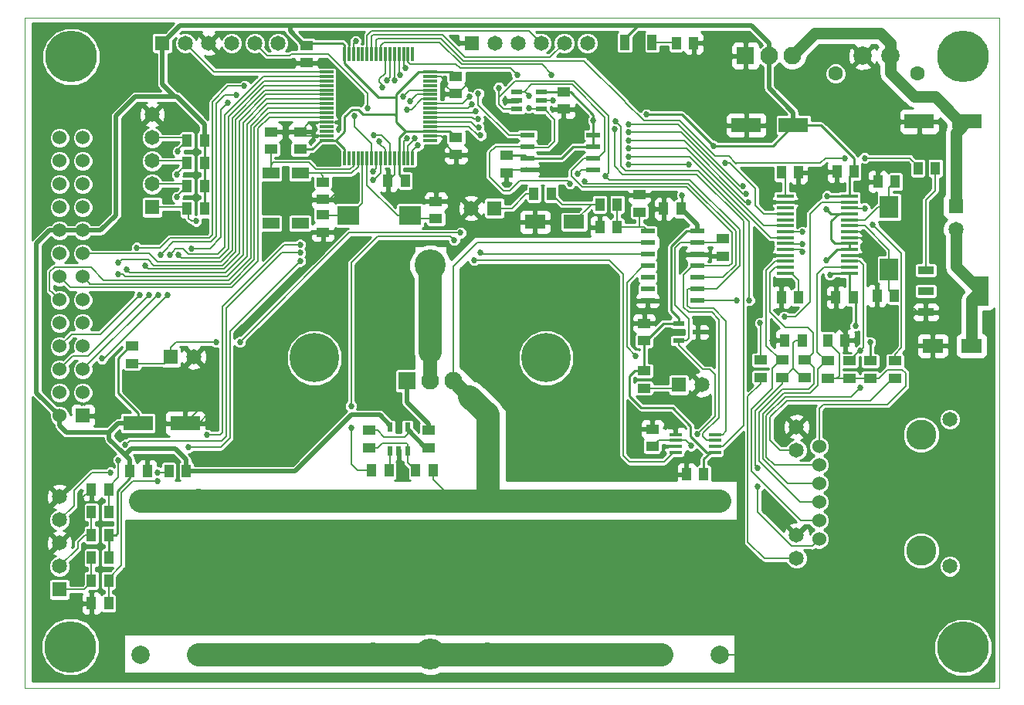
<source format=gtl>
%FSLAX46Y46*%
G04 Gerber Fmt 4.6, Leading zero omitted, Abs format (unit mm)*
G04 Created by KiCad (PCBNEW (2014-09-25 BZR 5147)-product) date Tue 30 Sep 2014 08:55:43 AM EDT*
%MOMM*%
G01*
G04 APERTURE LIST*
%ADD10C,0.100000*%
%ADD11R,1.850000X0.450000*%
%ADD12C,5.650000*%
%ADD13R,1.000000X1.450000*%
%ADD14R,1.450000X1.000000*%
%ADD15R,1.050000X1.750000*%
%ADD16R,2.100000X2.450000*%
%ADD17R,2.450000X2.100000*%
%ADD18R,3.250000X1.650000*%
%ADD19R,1.650000X1.650000*%
%ADD20C,1.650000*%
%ADD21R,1.300000X0.600000*%
%ADD22R,1.550000X0.600000*%
%ADD23R,1.800000X0.900000*%
%ADD24R,1.800000X3.200000*%
%ADD25R,0.600000X1.050000*%
%ADD26R,2.300000X1.550000*%
%ADD27C,1.524000*%
%ADD28C,1.651000*%
%ADD29C,3.302000*%
%ADD30C,5.400000*%
%ADD31C,3.400000*%
%ADD32R,1.950000X1.950000*%
%ADD33C,1.950000*%
%ADD34C,2.000000*%
%ADD35C,1.600000*%
%ADD36R,1.250000X0.600000*%
%ADD37R,1.600000X0.600000*%
%ADD38R,0.300000X1.500000*%
%ADD39R,1.500000X0.300000*%
%ADD40R,1.524000X1.524000*%
%ADD41R,1.350000X0.450000*%
%ADD42R,1.900000X1.300000*%
%ADD43C,0.685800*%
%ADD44C,0.203200*%
%ADD45C,2.540000*%
%ADD46C,1.270000*%
%ADD47C,0.254000*%
%ADD48C,0.508000*%
%ADD49C,1.524000*%
G04 APERTURE END LIST*
D10*
X100000000Y-139500000D02*
X100000000Y-66000000D01*
X206800000Y-139500000D02*
X100000000Y-139500000D01*
X206800000Y-66000000D02*
X206800000Y-139500000D01*
X100000000Y-66000000D02*
X206800000Y-66000000D01*
D11*
X183370000Y-85585540D03*
X183370000Y-86235540D03*
X183370000Y-86885540D03*
X183370000Y-87535540D03*
X183370000Y-88185540D03*
X183370000Y-88835540D03*
X183370000Y-89485540D03*
X183370000Y-90135540D03*
X183370000Y-90785540D03*
X183370000Y-91435540D03*
X183370000Y-92085540D03*
X183370000Y-92735540D03*
X183370000Y-93385540D03*
X183370000Y-94035540D03*
X190370000Y-94035540D03*
X190370000Y-93385540D03*
X190370000Y-92735540D03*
X190370000Y-92085540D03*
X190370000Y-91435540D03*
X190370000Y-90785540D03*
X190370000Y-90135540D03*
X190370000Y-89485540D03*
X190370000Y-88835540D03*
X190370000Y-88185540D03*
X190370000Y-87535540D03*
X190370000Y-86885540D03*
X190370000Y-86235540D03*
X190370000Y-85585540D03*
D12*
X202860000Y-70310540D03*
X105070000Y-70310000D03*
X105000000Y-135000000D03*
X202860000Y-135080540D03*
D13*
X195320000Y-96510540D03*
X193420000Y-96510540D03*
X195420000Y-84010540D03*
X193520000Y-84010540D03*
X182920000Y-83010540D03*
X184820000Y-83010540D03*
D14*
X126970000Y-80460540D03*
X126970000Y-78560540D03*
X132670000Y-84060540D03*
X132670000Y-85960540D03*
X132670000Y-87660540D03*
X132670000Y-89560540D03*
X145070000Y-88060540D03*
X145070000Y-86160540D03*
D13*
X188020000Y-101410540D03*
X189920000Y-101410540D03*
X185220000Y-101410540D03*
X183320000Y-101410540D03*
X190920000Y-82910540D03*
X189020000Y-82910540D03*
D14*
X167890000Y-101440000D03*
X167890000Y-99540000D03*
D13*
X190820000Y-96710540D03*
X188920000Y-96710540D03*
D14*
X159070000Y-74160540D03*
X159070000Y-76060540D03*
X152790000Y-81140000D03*
X152790000Y-83040000D03*
D13*
X109190000Y-130240000D03*
X107290000Y-130240000D03*
X109190000Y-117740000D03*
X107290000Y-117740000D03*
X174440000Y-116090000D03*
X172540000Y-116090000D03*
X171940000Y-86990000D03*
X170040000Y-86990000D03*
D14*
X176490000Y-90290000D03*
X176490000Y-92190000D03*
X168790000Y-113040000D03*
X168790000Y-111140000D03*
D13*
X164940000Y-88990000D03*
X163040000Y-88990000D03*
D14*
X137740000Y-111290000D03*
X137740000Y-113190000D03*
D13*
X111540000Y-115740000D03*
X113440000Y-115740000D03*
D15*
X165770000Y-68710540D03*
X168770000Y-68710540D03*
D13*
X171420000Y-68810540D03*
X173320000Y-68810540D03*
D14*
X195370000Y-105560540D03*
X195370000Y-103660540D03*
X180670000Y-105460540D03*
X180670000Y-103560540D03*
X190370000Y-103660540D03*
X190370000Y-105560540D03*
X188070000Y-105560540D03*
X188070000Y-103660540D03*
X185470000Y-103560540D03*
X185470000Y-105460540D03*
X183070000Y-105460540D03*
X183070000Y-103560540D03*
D13*
X107290000Y-127740000D03*
X109190000Y-127740000D03*
X107290000Y-120240000D03*
X109190000Y-120240000D03*
X109190000Y-125240000D03*
X107290000Y-125240000D03*
X109190000Y-122740000D03*
X107290000Y-122740000D03*
X117690000Y-115740000D03*
X115790000Y-115740000D03*
X119690000Y-86990000D03*
X117790000Y-86990000D03*
X119690000Y-84490000D03*
X117790000Y-84490000D03*
X119690000Y-81990000D03*
X117790000Y-81990000D03*
X119690000Y-79490000D03*
X117790000Y-79490000D03*
X199820000Y-82510540D03*
X197920000Y-82510540D03*
X139940000Y-115690000D03*
X138040000Y-115690000D03*
D14*
X167390000Y-85440000D03*
X167390000Y-87340000D03*
X144240000Y-111290000D03*
X144240000Y-113190000D03*
D13*
X144740000Y-115690000D03*
X142840000Y-115690000D03*
X163040000Y-86490000D03*
X164940000Y-86490000D03*
D14*
X111740000Y-103940000D03*
X111740000Y-102040000D03*
X167890000Y-106640000D03*
X167890000Y-104740000D03*
D16*
X194770000Y-93610540D03*
X194770000Y-86810540D03*
D17*
X135470000Y-87710540D03*
X142270000Y-87710540D03*
D18*
X203270000Y-77410540D03*
X198070000Y-77410540D03*
X184270000Y-77810540D03*
X179070000Y-77810540D03*
X112390000Y-110490000D03*
X117590000Y-110490000D03*
D14*
X192670000Y-103660540D03*
X192670000Y-105560540D03*
D19*
X148970000Y-68810540D03*
D20*
X151510000Y-68810540D03*
X154050000Y-68810540D03*
X156590000Y-68810540D03*
X159130000Y-68810540D03*
X161670000Y-68810540D03*
D19*
X115070000Y-68810540D03*
D20*
X117610000Y-68810540D03*
X120150000Y-68810540D03*
X122690000Y-68810540D03*
X125230000Y-68810540D03*
X127770000Y-68810540D03*
D13*
X184820000Y-96710540D03*
X182920000Y-96710540D03*
D21*
X171690000Y-99540000D03*
X171690000Y-101440000D03*
X173790000Y-100490000D03*
D22*
X168290000Y-89430000D03*
X168290000Y-90700000D03*
X168290000Y-91970000D03*
X168290000Y-93240000D03*
X168290000Y-94510000D03*
X168290000Y-95780000D03*
X168290000Y-97050000D03*
X173690000Y-97050000D03*
X173690000Y-95780000D03*
X173690000Y-94510000D03*
X173690000Y-93240000D03*
X173690000Y-91970000D03*
X173690000Y-90700000D03*
X173690000Y-89430000D03*
D23*
X198770000Y-93710540D03*
X198770000Y-96010540D03*
X198770000Y-98310540D03*
D24*
X204770000Y-96010540D03*
D25*
X140040000Y-113540000D03*
X140990000Y-113540000D03*
X141940000Y-113540000D03*
X141940000Y-110940000D03*
X140040000Y-110940000D03*
D26*
X199520000Y-102010540D03*
X203820000Y-102010540D03*
X155920000Y-88410540D03*
X160220000Y-88410540D03*
D13*
X155820000Y-85310540D03*
X157720000Y-85310540D03*
D14*
X130870000Y-69060540D03*
X130870000Y-70960540D03*
D13*
X141720000Y-83910540D03*
X139820000Y-83910540D03*
D14*
X147270000Y-72460540D03*
X147270000Y-74360540D03*
X130170000Y-80460540D03*
X130170000Y-78560540D03*
X147270000Y-79160540D03*
X147270000Y-81060540D03*
D27*
X187070000Y-113030540D03*
X187070000Y-115062540D03*
X187070000Y-117094540D03*
X187070000Y-119126540D03*
X187070000Y-121158540D03*
X187070000Y-123190540D03*
D28*
X184606200Y-110896940D03*
X184606200Y-113436940D03*
X184606200Y-122784140D03*
X184606200Y-125324140D03*
D29*
X198246000Y-124460540D03*
X198246000Y-111760540D03*
D28*
X201421000Y-110046040D03*
X201421000Y-126175040D03*
D19*
X202070000Y-86710540D03*
D20*
X202070000Y-89250540D03*
D19*
X171690000Y-106290000D03*
D20*
X174230000Y-106290000D03*
D19*
X115990000Y-103240000D03*
D20*
X118530000Y-103240000D03*
D19*
X113960000Y-86820000D03*
D20*
X113960000Y-84280000D03*
X113960000Y-81740000D03*
X113960000Y-79200000D03*
X113960000Y-76660000D03*
D19*
X103800000Y-128730000D03*
D20*
X103800000Y-126190000D03*
X103800000Y-123650000D03*
X103800000Y-121110000D03*
X103800000Y-118570000D03*
D30*
X131740000Y-103330000D03*
X157140000Y-103330000D03*
D31*
X144440000Y-135842540D03*
X144440000Y-93170000D03*
D32*
X141890000Y-105870000D03*
D33*
X144440000Y-105870000D03*
X146990000Y-105870000D03*
D32*
X179020000Y-70210540D03*
D33*
X181570000Y-70210540D03*
X184120000Y-70210540D03*
D34*
X176190000Y-119010000D03*
X176190000Y-135910000D03*
X169840000Y-119010000D03*
X169840000Y-135910000D03*
X163490000Y-119010000D03*
X163490000Y-135910000D03*
X157140000Y-119010000D03*
X157140000Y-135910000D03*
X150790000Y-119010000D03*
X150790000Y-135910000D03*
X138090000Y-119010000D03*
X138090000Y-135910000D03*
X131740000Y-119010000D03*
X131740000Y-135910000D03*
X125390000Y-119010000D03*
X125390000Y-135910000D03*
X119040000Y-119010000D03*
X119040000Y-135910000D03*
X112690000Y-119010000D03*
X112690000Y-135910000D03*
X194870000Y-70210540D03*
X191870000Y-70210540D03*
D35*
X188870000Y-72170540D03*
X197870000Y-72170540D03*
D36*
X153920000Y-74160540D03*
X153920000Y-75110540D03*
X153920000Y-76060540D03*
X156620000Y-76060540D03*
X156620000Y-75110540D03*
X156620000Y-74160540D03*
D37*
X155140000Y-78885000D03*
X155140000Y-80155000D03*
X155140000Y-81425000D03*
X155140000Y-82695000D03*
X162340000Y-82695000D03*
X162340000Y-81425000D03*
X162340000Y-80155000D03*
X162340000Y-78885000D03*
D38*
X135020000Y-81410540D03*
X135520000Y-81410540D03*
X136020000Y-81410540D03*
X136520000Y-81410540D03*
X137020000Y-81410540D03*
X137520000Y-81410540D03*
X138020000Y-81410540D03*
X138520000Y-81410540D03*
X139020000Y-81410540D03*
X139520000Y-81410540D03*
X140020000Y-81410540D03*
X140520000Y-81410540D03*
X141020000Y-81410540D03*
X141520000Y-81410540D03*
X142020000Y-81410540D03*
X142520000Y-81410540D03*
D39*
X144470000Y-79460540D03*
X144470000Y-78960540D03*
X144470000Y-78460540D03*
X144470000Y-77960540D03*
X144470000Y-77460540D03*
X144470000Y-76960540D03*
X144470000Y-76460540D03*
X144470000Y-75960540D03*
X144470000Y-75460540D03*
X144470000Y-74960540D03*
X144470000Y-74460540D03*
X144470000Y-73960540D03*
X144470000Y-73460540D03*
X144470000Y-72960540D03*
X144470000Y-72460540D03*
X144470000Y-71960540D03*
D38*
X142520000Y-70010540D03*
X142020000Y-70010540D03*
X141520000Y-70010540D03*
X141020000Y-70010540D03*
X140520000Y-70010540D03*
X140020000Y-70010540D03*
X139520000Y-70010540D03*
X139020000Y-70010540D03*
X138520000Y-70010540D03*
X138020000Y-70010540D03*
X137520000Y-70010540D03*
X137020000Y-70010540D03*
X136520000Y-70010540D03*
X136020000Y-70010540D03*
X135520000Y-70010540D03*
X135020000Y-70010540D03*
D39*
X133070000Y-71960540D03*
X133070000Y-72460540D03*
X133070000Y-72960540D03*
X133070000Y-73460540D03*
X133070000Y-73960540D03*
X133070000Y-74460540D03*
X133070000Y-74960540D03*
X133070000Y-75460540D03*
X133070000Y-75960540D03*
X133070000Y-76460540D03*
X133070000Y-76960540D03*
X133070000Y-77460540D03*
X133070000Y-77960540D03*
X133070000Y-78460540D03*
X133070000Y-78960540D03*
X133070000Y-79460540D03*
D40*
X106340000Y-109680000D03*
D27*
X103800000Y-109680000D03*
X106340000Y-107140000D03*
X103800000Y-107140000D03*
X106340000Y-104600000D03*
X103800000Y-104600000D03*
X106340000Y-102060000D03*
X103800000Y-102060000D03*
X106340000Y-99520000D03*
X103800000Y-99520000D03*
X106340000Y-96980000D03*
X103800000Y-96980000D03*
X106340000Y-94440000D03*
X103800000Y-94440000D03*
X106340000Y-91900000D03*
X103800000Y-91900000D03*
X106340000Y-89360000D03*
X103800000Y-89360000D03*
X106340000Y-86820000D03*
X103800000Y-86820000D03*
X106340000Y-84280000D03*
X103800000Y-84280000D03*
X106340000Y-81740000D03*
X103800000Y-81740000D03*
X106340000Y-79200000D03*
X103800000Y-79200000D03*
D41*
X175640000Y-113665000D03*
X175640000Y-113015000D03*
X175640000Y-112365000D03*
X175640000Y-111715000D03*
X171340000Y-111715000D03*
X171340000Y-112365000D03*
X171340000Y-113015000D03*
X171340000Y-113665000D03*
D19*
X151470000Y-86910540D03*
D20*
X148930000Y-86910540D03*
D42*
X126970000Y-83060540D03*
X126970000Y-88560540D03*
X130170000Y-88560540D03*
X130170000Y-83060540D03*
D43*
X152670000Y-72310540D03*
X172070000Y-92210540D03*
X169949349Y-113871010D03*
X113470000Y-114310540D03*
X106170000Y-118810540D03*
X152670000Y-75110540D03*
X152790000Y-84290000D03*
X167890000Y-98290000D03*
X171090000Y-116090000D03*
X170690000Y-110790000D03*
X141390000Y-115690000D03*
X159170000Y-77354759D03*
X189170000Y-99910540D03*
X181970000Y-101410540D03*
X181270000Y-92510540D03*
X182570000Y-98210540D03*
X134470000Y-84910540D03*
X140570000Y-85710540D03*
X147270000Y-82510540D03*
X128970000Y-71010540D03*
X135170000Y-67910540D03*
X188970000Y-98410540D03*
X193470000Y-98310540D03*
X196970000Y-98310540D03*
X196970000Y-97410540D03*
X196970000Y-99210540D03*
X175270000Y-100410540D03*
X194470000Y-82310540D03*
X187570000Y-82910540D03*
X192370000Y-91910540D03*
X192370000Y-90310540D03*
X128670000Y-78510540D03*
X120070000Y-110510540D03*
X119270000Y-108810540D03*
X123670000Y-109410540D03*
X120070000Y-109510540D03*
X113070000Y-71410540D03*
X118170000Y-71410540D03*
X178670000Y-135710540D03*
X187970000Y-85587830D03*
X187870000Y-87010540D03*
X188270000Y-94210540D03*
X187870000Y-92610540D03*
X192670000Y-101610540D03*
X191070000Y-99810540D03*
X172070000Y-85510540D03*
X175490125Y-80090415D03*
X162340000Y-77314491D03*
X168128000Y-76652540D03*
X180324120Y-115426540D03*
X180370000Y-117410540D03*
X114570000Y-116810540D03*
X119970000Y-111762830D03*
X130170000Y-90910540D03*
X138167710Y-82910540D03*
X110270000Y-114510540D03*
X111022533Y-112858007D03*
X130170000Y-91810540D03*
X138176855Y-83817395D03*
X173690000Y-111690000D03*
X173037040Y-112942960D03*
X192070000Y-86910540D03*
X192970000Y-88710540D03*
X183270000Y-98810540D03*
X180615871Y-99510540D03*
X191570000Y-106610540D03*
X191570000Y-102510540D03*
X117970000Y-113110540D03*
X130170000Y-92710540D03*
X138870000Y-79610540D03*
X114590000Y-115890000D03*
X109390000Y-115890000D03*
X138291255Y-78915794D03*
X118770000Y-88310540D03*
X141884406Y-79248056D03*
X116670000Y-85710540D03*
X142772396Y-79205651D03*
X116670000Y-83210540D03*
X143118177Y-80024650D03*
X116770000Y-80710540D03*
X192070000Y-81410540D03*
X189870000Y-81410540D03*
X149270000Y-92610540D03*
X147070000Y-90410540D03*
X135770000Y-108610540D03*
X135770000Y-111010540D03*
X147770000Y-89610540D03*
X149970000Y-91810540D03*
X123585420Y-101590000D03*
X120942290Y-101590000D03*
X166990000Y-103090000D03*
X136270000Y-68610540D03*
X136170000Y-76807563D03*
X137570000Y-75958250D03*
X149970889Y-78913974D03*
X166165289Y-82156410D03*
X172770000Y-82156420D03*
X176802750Y-81977790D03*
X149748071Y-78053338D03*
X166194614Y-81267882D03*
X149710232Y-77165132D03*
X166169741Y-80379218D03*
X149449434Y-76314089D03*
X166170001Y-79490207D03*
X179340125Y-86240415D03*
X185270000Y-89510540D03*
X149039206Y-75524366D03*
X166170000Y-78601196D03*
X179056851Y-85381391D03*
X185270000Y-90810540D03*
X148723964Y-74693123D03*
X166170000Y-77710540D03*
X178747573Y-84497362D03*
X185270000Y-91699543D03*
X118270000Y-91310540D03*
X108470000Y-103410540D03*
X115670000Y-96410540D03*
X122270000Y-75310540D03*
X141870000Y-76110559D03*
X114870000Y-92010540D03*
X112570000Y-96410540D03*
X123163804Y-74504344D03*
X142270000Y-75210540D03*
X141438461Y-74673189D03*
X112270000Y-91252290D03*
X124070000Y-73510540D03*
X155270000Y-74610540D03*
X153970000Y-72301619D03*
X141728810Y-71576863D03*
X155270000Y-75910540D03*
X159770000Y-84210540D03*
X161398701Y-83962830D03*
X141162100Y-72261819D03*
X151969534Y-73711006D03*
X160570000Y-83110540D03*
X163670000Y-83410540D03*
X140568555Y-72923657D03*
X164772881Y-77387736D03*
X179417720Y-97010540D03*
X178070000Y-97010540D03*
X139670000Y-72910540D03*
X164661443Y-78269736D03*
X139228932Y-73682410D03*
X149727849Y-74350665D03*
X157770000Y-72301619D03*
X157870000Y-75110540D03*
X115870000Y-92010540D03*
X113602694Y-96421306D03*
X116870000Y-92010540D03*
X114670000Y-96410540D03*
X110270000Y-92910540D03*
X113170000Y-93210540D03*
X111170000Y-93610540D03*
X110270000Y-94150010D03*
D44*
X194770000Y-93610540D02*
X194770000Y-95960540D01*
X194770000Y-95960540D02*
X195320000Y-96510540D01*
X195320000Y-93660540D02*
X195270000Y-93610540D01*
X194770000Y-92182340D02*
X194770000Y-93610540D01*
X194770000Y-91510540D02*
X194770000Y-92182340D01*
X192095000Y-88835540D02*
X194770000Y-91510540D01*
X190370000Y-88835540D02*
X192095000Y-88835540D01*
D45*
X150790000Y-135910000D02*
X144507460Y-135910000D01*
X144507460Y-135910000D02*
X144440000Y-135842540D01*
X138090000Y-135910000D02*
X144372540Y-135910000D01*
X144372540Y-135910000D02*
X144440000Y-135842540D01*
D44*
X147270000Y-74360540D02*
X147495000Y-74360540D01*
X147495000Y-74360540D02*
X149545000Y-72310540D01*
X149545000Y-72310540D02*
X152670000Y-72310540D01*
X146070000Y-72910540D02*
X146070000Y-73385540D01*
X146070000Y-73385540D02*
X147045000Y-74360540D01*
X147045000Y-74360540D02*
X147270000Y-74360540D01*
X145620000Y-72460540D02*
X146070000Y-72910540D01*
X144470000Y-72460540D02*
X145620000Y-72460540D01*
X173690000Y-91970000D02*
X172310540Y-91970000D01*
X172310540Y-91970000D02*
X172070000Y-92210540D01*
D45*
X138090000Y-135910000D02*
X125390000Y-135910000D01*
X125390000Y-135910000D02*
X119040000Y-135910000D01*
X150790000Y-135910000D02*
X163490000Y-135910000D01*
X163490000Y-135910000D02*
X169840000Y-135910000D01*
D44*
X171340000Y-113015000D02*
X170461800Y-113015000D01*
X170461800Y-113015000D02*
X169949349Y-113527451D01*
X169949349Y-113527451D02*
X169949349Y-113871010D01*
X113440000Y-115740000D02*
X113440000Y-114340540D01*
X113440000Y-114340540D02*
X113470000Y-114310540D01*
X107290000Y-117740000D02*
X107240540Y-117740000D01*
X107240540Y-117740000D02*
X106170000Y-118810540D01*
X153920000Y-75110540D02*
X152670000Y-75110540D01*
X154935000Y-82490000D02*
X155140000Y-82695000D01*
X153135000Y-82695000D02*
X152790000Y-83040000D01*
X155140000Y-82695000D02*
X153135000Y-82695000D01*
X152790000Y-83040000D02*
X152790000Y-84290000D01*
X167890000Y-99540000D02*
X167890000Y-98290000D01*
X172540000Y-116090000D02*
X171090000Y-116090000D01*
X171340000Y-111440000D02*
X170690000Y-110790000D01*
X171340000Y-111715000D02*
X171340000Y-111440000D01*
X140990000Y-115290000D02*
X141390000Y-115690000D01*
X140990000Y-113540000D02*
X140990000Y-115290000D01*
X159070000Y-76060540D02*
X159070000Y-77254759D01*
X159070000Y-77254759D02*
X159170000Y-77354759D01*
X189920000Y-100660540D02*
X189170000Y-99910540D01*
X189920000Y-101410540D02*
X189920000Y-100660540D01*
X183320000Y-101410540D02*
X181970000Y-101410540D01*
X181695000Y-92085540D02*
X181270000Y-92510540D01*
X183370000Y-92085540D02*
X181695000Y-92085540D01*
X182920000Y-97860540D02*
X182570000Y-98210540D01*
X182920000Y-96710540D02*
X182920000Y-97860540D01*
X133420000Y-85960540D02*
X134470000Y-84910540D01*
X132670000Y-85960540D02*
X133420000Y-85960540D01*
X139820000Y-84960540D02*
X140570000Y-85710540D01*
X139820000Y-83910540D02*
X139820000Y-84960540D01*
X147270000Y-81060540D02*
X147270000Y-82510540D01*
X140520000Y-83210540D02*
X139820000Y-83910540D01*
X140520000Y-81410540D02*
X140520000Y-83210540D01*
X145620000Y-78960540D02*
X146070000Y-79410540D01*
X146070000Y-79410540D02*
X146070000Y-79860540D01*
X146070000Y-79860540D02*
X147270000Y-81060540D01*
X144470000Y-78960540D02*
X145620000Y-78960540D01*
X129020000Y-70960540D02*
X128970000Y-71010540D01*
X130870000Y-70960540D02*
X129020000Y-70960540D01*
X135520000Y-68260540D02*
X135170000Y-67910540D01*
X135520000Y-70010540D02*
X135520000Y-68260540D01*
X130570000Y-78960540D02*
X130170000Y-78560540D01*
X133070000Y-78960540D02*
X130570000Y-78960540D01*
X131270000Y-77460540D02*
X130170000Y-78560540D01*
X133070000Y-77460540D02*
X131270000Y-77460540D01*
X188920000Y-98360540D02*
X188970000Y-98410540D01*
X188920000Y-96710540D02*
X188920000Y-98360540D01*
X193420000Y-98260540D02*
X193470000Y-98310540D01*
X193420000Y-96510540D02*
X193420000Y-98260540D01*
X198770000Y-98310540D02*
X196970000Y-98310540D01*
X197870000Y-98310540D02*
X196970000Y-97410540D01*
X197870000Y-98310540D02*
X196970000Y-99210540D01*
X198770000Y-98310540D02*
X197870000Y-98310540D01*
X175190540Y-100490000D02*
X175270000Y-100410540D01*
X173790000Y-100490000D02*
X175190540Y-100490000D01*
X193520000Y-83260540D02*
X194470000Y-82310540D01*
X193520000Y-84010540D02*
X193520000Y-83260540D01*
X189020000Y-82910540D02*
X187570000Y-82910540D01*
X192195000Y-92085540D02*
X192370000Y-91910540D01*
X190370000Y-92085540D02*
X192195000Y-92085540D01*
X192195000Y-90135540D02*
X192370000Y-90310540D01*
X191545000Y-89485540D02*
X190370000Y-89485540D01*
X191545000Y-89485540D02*
X192370000Y-90310540D01*
X190370000Y-90135540D02*
X192195000Y-90135540D01*
X128720000Y-78560540D02*
X128670000Y-78510540D01*
X130170000Y-78560540D02*
X128720000Y-78560540D01*
X120049460Y-110490000D02*
X120070000Y-110510540D01*
X117590000Y-110490000D02*
X120049460Y-110490000D01*
X117590000Y-110490000D02*
X119090540Y-110490000D01*
X117590540Y-110490000D02*
X119270000Y-108810540D01*
X117590000Y-110490000D02*
X117590540Y-110490000D01*
X119090540Y-110490000D02*
X120070000Y-109510540D01*
D45*
X138157460Y-135842540D02*
X138090000Y-135910000D01*
X150722540Y-135842540D02*
X150790000Y-135910000D01*
D44*
X178470540Y-135910000D02*
X178670000Y-135710540D01*
X176190000Y-135910000D02*
X178470540Y-135910000D01*
X194770000Y-86810540D02*
X194770000Y-84660540D01*
X194770000Y-84660540D02*
X195420000Y-84010540D01*
X194770000Y-86810540D02*
X193516800Y-86810540D01*
X193516800Y-86810540D02*
X192141800Y-88185540D01*
X192141800Y-88185540D02*
X191498200Y-88185540D01*
X191498200Y-88185540D02*
X190370000Y-88185540D01*
X195270000Y-84160540D02*
X195420000Y-84010540D01*
X195270000Y-86710540D02*
X195270000Y-86810540D01*
X183370000Y-83460540D02*
X182920000Y-83010540D01*
X183370000Y-85585540D02*
X183370000Y-83460540D01*
X127370000Y-81910540D02*
X127266800Y-81910540D01*
X126970000Y-82207340D02*
X126970000Y-83060540D01*
X127266800Y-81910540D02*
X126970000Y-82207340D01*
X129273200Y-81910540D02*
X127370000Y-81910540D01*
X131168642Y-81910540D02*
X129273200Y-81910540D01*
X135626410Y-82654130D02*
X131912232Y-82654130D01*
X131912232Y-82654130D02*
X131168642Y-81910540D01*
X136020000Y-81410540D02*
X136020000Y-82260540D01*
X136020000Y-82260540D02*
X135626410Y-82654130D01*
X126970000Y-82207340D02*
X126970000Y-80460540D01*
X136520000Y-81410540D02*
X136520000Y-82363740D01*
X136520000Y-82363740D02*
X135823200Y-83060540D01*
X135823200Y-83060540D02*
X132373200Y-83060540D01*
X130170000Y-83060540D02*
X132373200Y-83060540D01*
X132373200Y-83060540D02*
X132670000Y-83357340D01*
X132670000Y-83357340D02*
X132670000Y-84060540D01*
X135470000Y-87710540D02*
X132720000Y-87710540D01*
X132720000Y-87710540D02*
X132670000Y-87660540D01*
X137020000Y-81410540D02*
X137020000Y-86335540D01*
X137020000Y-86335540D02*
X135645000Y-87710540D01*
X135645000Y-87710540D02*
X135470000Y-87710540D01*
X142620000Y-88060540D02*
X142270000Y-87710540D01*
X137520000Y-81410540D02*
X137520000Y-84388740D01*
X140841800Y-87710540D02*
X142270000Y-87710540D01*
X137520000Y-84388740D02*
X140841800Y-87710540D01*
X145070000Y-88060540D02*
X142620000Y-88060540D01*
D46*
X194870000Y-72046182D02*
X197534358Y-74710540D01*
X194870000Y-70210540D02*
X194870000Y-72046182D01*
X202470000Y-77410540D02*
X203270000Y-77410540D01*
X199770000Y-74710540D02*
X202470000Y-77410540D01*
X197534358Y-74710540D02*
X199770000Y-74710540D01*
X202070000Y-78610540D02*
X203270000Y-77410540D01*
X202070000Y-86710540D02*
X202070000Y-78610540D01*
X194870000Y-68796327D02*
X193784213Y-67710540D01*
X194870000Y-70210540D02*
X194870000Y-68796327D01*
X186620000Y-67710540D02*
X184120000Y-70210540D01*
X193784213Y-67710540D02*
X186620000Y-67710540D01*
D47*
X162340000Y-78885000D02*
X162340000Y-77314491D01*
X162340000Y-76680540D02*
X162340000Y-77314491D01*
X172070000Y-86860000D02*
X171940000Y-86990000D01*
X140725918Y-74781260D02*
X140725918Y-76798530D01*
X140725918Y-76798530D02*
X140725918Y-77466458D01*
X136593922Y-76134462D02*
X137090811Y-76631351D01*
X137090811Y-76631351D02*
X140558739Y-76631351D01*
X140558739Y-76631351D02*
X140725918Y-76798530D01*
X135070000Y-78464540D02*
X135070000Y-76911373D01*
X135070000Y-76911373D02*
X135846911Y-76134462D01*
X135846911Y-76134462D02*
X136593922Y-76134462D01*
X133070000Y-79460540D02*
X134074000Y-79460540D01*
X134074000Y-79460540D02*
X135070000Y-78464540D01*
X140725918Y-74412124D02*
X140725918Y-74781260D01*
X135020000Y-70010540D02*
X135020000Y-71014540D01*
X135020000Y-71014540D02*
X138786720Y-74781260D01*
X138786720Y-74781260D02*
X140725918Y-74781260D01*
X144470000Y-71960540D02*
X143177502Y-71960540D01*
X140725918Y-77466458D02*
X141720000Y-78460540D01*
X143177502Y-71960540D02*
X140725918Y-74412124D01*
X141020000Y-79160540D02*
X141720000Y-78460540D01*
X141720000Y-78460540D02*
X144470000Y-78460540D01*
X141020000Y-81410540D02*
X141020000Y-79160540D01*
X135020000Y-70010540D02*
X135020000Y-69006540D01*
X135020000Y-69006540D02*
X134824000Y-68810540D01*
X134824000Y-68810540D02*
X131120000Y-68810540D01*
X131120000Y-68810540D02*
X130870000Y-69060540D01*
D48*
X130645000Y-69060540D02*
X130870000Y-69060540D01*
X129095000Y-67510540D02*
X130645000Y-69060540D01*
X116449460Y-74690000D02*
X115070000Y-73310540D01*
X115070000Y-73310540D02*
X115070000Y-68810540D01*
X116690000Y-74690000D02*
X116449460Y-74690000D01*
D47*
X141020000Y-81410540D02*
X141020000Y-83210540D01*
X141020000Y-83210540D02*
X141720000Y-83910540D01*
X133070000Y-79460540D02*
X132470000Y-79460540D01*
X131470000Y-80460540D02*
X130170000Y-80460540D01*
X132470000Y-79460540D02*
X131470000Y-80460540D01*
X133070000Y-79460540D02*
X134103960Y-79460540D01*
X134103960Y-79460540D02*
X135039799Y-80396379D01*
X135039799Y-80396379D02*
X135039799Y-81390741D01*
X135039799Y-81390741D02*
X135020000Y-81410540D01*
D48*
X117690000Y-115740000D02*
X117690000Y-114507000D01*
X116493540Y-113310540D02*
X111702460Y-113310540D01*
X117690000Y-114507000D02*
X116493540Y-113310540D01*
X111702460Y-113310540D02*
X111023000Y-113990000D01*
D47*
X109190000Y-122740000D02*
X109944000Y-122740000D01*
X109944000Y-122740000D02*
X110170000Y-122514000D01*
X110170000Y-122514000D02*
X110170000Y-117910540D01*
X110170000Y-117910540D02*
X111540000Y-116540540D01*
X111540000Y-116540540D02*
X111540000Y-115740000D01*
X159820000Y-74160540D02*
X159070000Y-74160540D01*
X162340000Y-76680540D02*
X159820000Y-74160540D01*
X156620000Y-74160540D02*
X159070000Y-74160540D01*
X119690000Y-84490000D02*
X119690000Y-86990000D01*
X119690000Y-81990000D02*
X119690000Y-84490000D01*
X119690000Y-79490000D02*
X119690000Y-81990000D01*
X109190000Y-125240000D02*
X109190000Y-122740000D01*
X110190000Y-107211000D02*
X110190000Y-103365000D01*
X110190000Y-103365000D02*
X111515000Y-102040000D01*
X111515000Y-102040000D02*
X111740000Y-102040000D01*
X112390000Y-110490000D02*
X112390000Y-109411000D01*
X112390000Y-109411000D02*
X110190000Y-107211000D01*
X111023000Y-113990000D02*
X110718021Y-113685021D01*
D48*
X111540000Y-114507000D02*
X110718021Y-113685021D01*
X110718021Y-113685021D02*
X109257000Y-112224000D01*
X111540000Y-115740000D02*
X111540000Y-114507000D01*
X109257000Y-112224000D02*
X109257000Y-111490000D01*
X104532370Y-111490000D02*
X109257000Y-111490000D01*
X109257000Y-111490000D02*
X110257000Y-110490000D01*
X110257000Y-110490000D02*
X112390000Y-110490000D01*
X103800000Y-109680000D02*
X103800000Y-110757630D01*
X103800000Y-110757630D02*
X104532370Y-111490000D01*
X103800000Y-109680000D02*
X101290000Y-107170000D01*
X101290000Y-107170000D02*
X101290000Y-90792370D01*
X103800000Y-89360000D02*
X102722370Y-89360000D01*
X102722370Y-89360000D02*
X101290000Y-90792370D01*
X106340000Y-89360000D02*
X103800000Y-89360000D01*
X116690000Y-74690000D02*
X119690000Y-77690000D01*
X119690000Y-77690000D02*
X119690000Y-79490000D01*
X112090000Y-74690000D02*
X116690000Y-74690000D01*
X109990000Y-76790000D02*
X112090000Y-74690000D01*
X109990000Y-87690000D02*
X109990000Y-76790000D01*
X108320000Y-89360000D02*
X109990000Y-87690000D01*
X106340000Y-89360000D02*
X108320000Y-89360000D01*
D47*
X160125000Y-80155000D02*
X162340000Y-80155000D01*
X155140000Y-81425000D02*
X158855000Y-81425000D01*
X158855000Y-81425000D02*
X160125000Y-80155000D01*
X162340000Y-80155000D02*
X162340000Y-78885000D01*
D44*
X154855000Y-81140000D02*
X155140000Y-81425000D01*
D47*
X152790000Y-81140000D02*
X154855000Y-81140000D01*
D44*
X153190000Y-80740000D02*
X152790000Y-81140000D01*
D48*
X117690000Y-115740000D02*
X129640000Y-115740000D01*
X129640000Y-115740000D02*
X135790000Y-109590000D01*
X140040000Y-110715000D02*
X140040000Y-110940000D01*
X138915000Y-109590000D02*
X140040000Y-110715000D01*
X135790000Y-109590000D02*
X138915000Y-109590000D01*
D47*
X175190000Y-113665000D02*
X175640000Y-113665000D01*
X174440000Y-114415000D02*
X175190000Y-113665000D01*
X174440000Y-116090000D02*
X174440000Y-114415000D01*
X166840000Y-104740000D02*
X167890000Y-104740000D01*
X166290000Y-105290000D02*
X166840000Y-104740000D01*
X166290000Y-107490000D02*
X166290000Y-105290000D01*
X167590000Y-108790000D02*
X166290000Y-107490000D01*
X170990000Y-108790000D02*
X167590000Y-108790000D01*
X172990000Y-110790000D02*
X170990000Y-108790000D01*
X172990000Y-111944000D02*
X172990000Y-110790000D01*
X174711000Y-113665000D02*
X172990000Y-111944000D01*
X175640000Y-113665000D02*
X174711000Y-113665000D01*
X167890000Y-104740000D02*
X167890000Y-101440000D01*
X170786000Y-99540000D02*
X171690000Y-99540000D01*
X170015000Y-99540000D02*
X170786000Y-99540000D01*
X168115000Y-101440000D02*
X170015000Y-99540000D01*
X167890000Y-101440000D02*
X168115000Y-101440000D01*
X170858190Y-98154190D02*
X171690000Y-98986000D01*
X170858190Y-91111139D02*
X170858190Y-98154190D01*
X171690000Y-98986000D02*
X171690000Y-99540000D01*
X172539330Y-89430000D02*
X170858190Y-91111139D01*
X173690000Y-89430000D02*
X172539330Y-89430000D01*
D48*
X173690000Y-88740000D02*
X171940000Y-86990000D01*
X173690000Y-89430000D02*
X173690000Y-88740000D01*
D47*
X146570000Y-78460540D02*
X147270000Y-79160540D01*
X144470000Y-78460540D02*
X146570000Y-78460540D01*
X146770000Y-71960540D02*
X147270000Y-72460540D01*
X144470000Y-71960540D02*
X146770000Y-71960540D01*
D48*
X129095000Y-67510540D02*
X129095000Y-66910540D01*
X116970000Y-66910540D02*
X129095000Y-66910540D01*
X115070000Y-68810540D02*
X116970000Y-66910540D01*
D47*
X190370000Y-83460540D02*
X190920000Y-82910540D01*
X190370000Y-85585540D02*
X190370000Y-83460540D01*
X190370000Y-96260540D02*
X190820000Y-96710540D01*
X190370000Y-94035540D02*
X190370000Y-96260540D01*
X190370000Y-91435540D02*
X190370000Y-90785540D01*
X189191000Y-87535540D02*
X188416000Y-88310540D01*
X190370000Y-87535540D02*
X189191000Y-87535540D01*
X188416000Y-88310540D02*
X188416000Y-90364540D01*
X188837000Y-90785540D02*
X190370000Y-90785540D01*
X188416000Y-90364540D02*
X188837000Y-90785540D01*
X187972290Y-85585540D02*
X187970000Y-85587830D01*
X190370000Y-85585540D02*
X187972290Y-85585540D01*
X188395000Y-87535540D02*
X190370000Y-87535540D01*
X187870000Y-87010540D02*
X188395000Y-87535540D01*
X188445000Y-94035540D02*
X188270000Y-94210540D01*
X190370000Y-94035540D02*
X188445000Y-94035540D01*
X189045000Y-91435540D02*
X190370000Y-91435540D01*
X187870000Y-92610540D02*
X189045000Y-91435540D01*
X192670000Y-103660540D02*
X192670000Y-101610540D01*
X191070000Y-96960540D02*
X190820000Y-96710540D01*
X191070000Y-99810540D02*
X191070000Y-96960540D01*
X183470000Y-75610540D02*
X184270000Y-76410540D01*
X190920000Y-81464350D02*
X187266190Y-77810540D01*
X187266190Y-77810540D02*
X186149000Y-77810540D01*
X186149000Y-77810540D02*
X184270000Y-77810540D01*
X190920000Y-82910540D02*
X190920000Y-81464350D01*
D48*
X181570000Y-68831682D02*
X181570000Y-70210540D01*
X179648858Y-66910540D02*
X181570000Y-68831682D01*
X178746662Y-66910540D02*
X179648858Y-66910540D01*
X181570000Y-73710540D02*
X184270000Y-76410540D01*
X181570000Y-70210540D02*
X181570000Y-73710540D01*
X184270000Y-77810540D02*
X184270000Y-76410540D01*
D47*
X167220000Y-66910540D02*
X168122131Y-66910540D01*
X165770000Y-68360540D02*
X167220000Y-66910540D01*
X165770000Y-68710540D02*
X165770000Y-68360540D01*
D48*
X168122131Y-66910540D02*
X178746662Y-66910540D01*
X129095000Y-66910540D02*
X168122131Y-66910540D01*
D47*
X172070000Y-86860000D02*
X172070000Y-85510540D01*
X181990125Y-80090415D02*
X184270000Y-77810540D01*
X175490125Y-80090415D02*
X181990125Y-80090415D01*
X172052250Y-76652540D02*
X175490125Y-80090415D01*
X168128000Y-76652540D02*
X172052250Y-76652540D01*
D44*
X187070000Y-113030540D02*
X187070000Y-108910540D01*
X187070000Y-108910540D02*
X187557180Y-108423360D01*
X194557180Y-108423360D02*
X196570000Y-106410540D01*
X187557180Y-108423360D02*
X194557180Y-108423360D01*
X196570000Y-106410540D02*
X196570000Y-104986898D01*
X196570000Y-104986898D02*
X196193642Y-104610540D01*
X196193642Y-104610540D02*
X194548200Y-104610540D01*
X194548200Y-104610540D02*
X193598200Y-105560540D01*
X193598200Y-105560540D02*
X192670000Y-105560540D01*
X188070000Y-105560540D02*
X190370000Y-105560540D01*
X192670000Y-105560540D02*
X190370000Y-105560540D01*
X188998200Y-105560540D02*
X189270000Y-105288740D01*
X188070000Y-105560540D02*
X188998200Y-105560540D01*
X188020000Y-101635540D02*
X188020000Y-101410540D01*
X189270000Y-102885540D02*
X188020000Y-101635540D01*
X189270000Y-105288740D02*
X189270000Y-102885540D01*
X180370000Y-117410540D02*
X180370000Y-120220786D01*
X180370000Y-120220786D02*
X184063655Y-123914441D01*
X184063655Y-123914441D02*
X186266099Y-123914441D01*
X186308001Y-123952539D02*
X187070000Y-123190540D01*
X186266099Y-123914441D02*
X186304197Y-123952539D01*
X186304197Y-123952539D02*
X186308001Y-123952539D01*
X183070000Y-106185290D02*
X182376409Y-106878881D01*
X182376409Y-106878881D02*
X180082820Y-109172470D01*
X180082820Y-115185240D02*
X180324120Y-115426540D01*
X180082820Y-109172470D02*
X180082820Y-115185240D01*
X184516800Y-101410540D02*
X184270000Y-101657340D01*
X185220000Y-101410540D02*
X184516800Y-101410540D01*
X185245000Y-105460540D02*
X185470000Y-105460540D01*
X184270000Y-104485540D02*
X185245000Y-105460540D01*
X184270000Y-101657340D02*
X184270000Y-104485540D01*
X183295000Y-105460540D02*
X183070000Y-105460540D01*
X184270000Y-104485540D02*
X183295000Y-105460540D01*
X183070000Y-105460540D02*
X183070000Y-106185290D01*
X114570000Y-116810540D02*
X111880671Y-116810540D01*
X111880671Y-116810540D02*
X110601810Y-118089400D01*
X110601810Y-118089400D02*
X110601810Y-126103190D01*
X110601810Y-126103190D02*
X109190000Y-127515000D01*
X109190000Y-127515000D02*
X109190000Y-127740000D01*
X121670000Y-111510540D02*
X121417710Y-111762830D01*
X121417710Y-111762830D02*
X119970000Y-111762830D01*
X121670000Y-111010540D02*
X121670000Y-111510540D01*
X121670000Y-97710540D02*
X121670000Y-111010540D01*
X128470000Y-90910540D02*
X121670000Y-97710540D01*
X130170000Y-90910540D02*
X128470000Y-90910540D01*
X138520000Y-81410540D02*
X138520000Y-82558250D01*
X138520000Y-82558250D02*
X138167710Y-82910540D01*
X109340000Y-127590000D02*
X109190000Y-127740000D01*
X109190000Y-130240000D02*
X109190000Y-127740000D01*
X110270000Y-114510540D02*
X110270000Y-116435000D01*
X110270000Y-116435000D02*
X109190000Y-117515000D01*
X109190000Y-117515000D02*
X109190000Y-117740000D01*
X121570000Y-112410540D02*
X111470000Y-112410540D01*
X111470000Y-112410540D02*
X111022533Y-112858007D01*
X122076410Y-111904130D02*
X121570000Y-112410540D01*
X122076410Y-110916950D02*
X122076410Y-111904130D01*
X122076410Y-97904130D02*
X122076410Y-110916950D01*
X128170000Y-91810540D02*
X122076410Y-97904130D01*
X130170000Y-91810540D02*
X128170000Y-91810540D01*
X139020000Y-81410540D02*
X139020000Y-83016848D01*
X138183710Y-83810540D02*
X138176855Y-83817395D01*
X139020000Y-83016848D02*
X138226308Y-83810540D01*
X138226308Y-83810540D02*
X138183710Y-83810540D01*
X109440540Y-117740000D02*
X109190000Y-117740000D01*
X109190000Y-120240000D02*
X109190000Y-117740000D01*
X171690000Y-101943200D02*
X174336800Y-104590000D01*
X171690000Y-101440000D02*
X171690000Y-101943200D01*
X174336800Y-104590000D02*
X175090000Y-104590000D01*
X175090000Y-104590000D02*
X175690000Y-105190000D01*
X175690000Y-109690000D02*
X173690000Y-111690000D01*
X175690000Y-105190000D02*
X175690000Y-109690000D01*
X172459080Y-112365000D02*
X171340000Y-112365000D01*
X173037040Y-112942960D02*
X172459080Y-112365000D01*
X176080000Y-90700000D02*
X176490000Y-90290000D01*
X173690000Y-90700000D02*
X176080000Y-90700000D01*
X169465000Y-112365000D02*
X168790000Y-113040000D01*
X171340000Y-112365000D02*
X169465000Y-112365000D01*
X171880000Y-90700000D02*
X173690000Y-90700000D01*
X171290000Y-97530540D02*
X171290000Y-91290000D01*
X172790000Y-99030540D02*
X171290000Y-97530540D01*
X172543200Y-101440000D02*
X172790000Y-101193200D01*
X171290000Y-91290000D02*
X171880000Y-90700000D01*
X172790000Y-101193200D02*
X172790000Y-99030540D01*
X171690000Y-101440000D02*
X172543200Y-101440000D01*
X164940000Y-88990000D02*
X167432011Y-88990000D01*
X167432011Y-88990000D02*
X167850000Y-88990000D01*
X167390000Y-87340000D02*
X167390000Y-88947989D01*
X167390000Y-88947989D02*
X167432011Y-88990000D01*
X164940000Y-88765000D02*
X164940000Y-86490000D01*
X164940000Y-88990000D02*
X164940000Y-88765000D01*
X167850000Y-88990000D02*
X168290000Y-89430000D01*
X137740000Y-111290000D02*
X138668200Y-111290000D01*
X141618200Y-111990000D02*
X141940000Y-111668200D01*
X138668200Y-111290000D02*
X139368200Y-111990000D01*
X139368200Y-111990000D02*
X141618200Y-111990000D01*
X141940000Y-111668200D02*
X141940000Y-110940000D01*
X144240000Y-113190000D02*
X143965000Y-113190000D01*
D48*
X143965000Y-113190000D02*
X141940000Y-111165000D01*
D44*
X141940000Y-111165000D02*
X141940000Y-110940000D01*
X139168200Y-112690000D02*
X141818200Y-112690000D01*
X141818200Y-112690000D02*
X141940000Y-112811800D01*
X141940000Y-112811800D02*
X141940000Y-113540000D01*
X137740000Y-113190000D02*
X138668200Y-113190000D01*
X138668200Y-113190000D02*
X139168200Y-112690000D01*
X141940000Y-114790000D02*
X142840000Y-115690000D01*
X141940000Y-113540000D02*
X141940000Y-114790000D01*
X171320000Y-68710540D02*
X171420000Y-68810540D01*
X168770000Y-68710540D02*
X171320000Y-68710540D01*
X195370000Y-105560540D02*
X195145000Y-105560540D01*
X181708460Y-112349000D02*
X182796400Y-113436940D01*
X195145000Y-105560540D02*
X192688590Y-108016950D01*
X192688590Y-108016950D02*
X183538340Y-108016950D01*
X183538340Y-108016950D02*
X181708460Y-109846830D01*
X181708460Y-109846830D02*
X181708460Y-112349000D01*
X182796400Y-113436940D02*
X184606200Y-113436940D01*
X195070000Y-105560540D02*
X194845000Y-105560540D01*
X192070000Y-86910540D02*
X190395000Y-86910540D01*
X190395000Y-86910540D02*
X190370000Y-86885540D01*
X195370000Y-103660540D02*
X195370000Y-102957340D01*
X195370000Y-102957340D02*
X196124801Y-102202539D01*
X196124801Y-102202539D02*
X196124801Y-91865341D01*
X196124801Y-91865341D02*
X192970000Y-88710540D01*
X184606200Y-125324140D02*
X183438767Y-125324140D01*
X183438767Y-125324140D02*
X183425167Y-125310540D01*
X183425167Y-125310540D02*
X181070000Y-125310540D01*
X181070000Y-125310540D02*
X179270000Y-123510540D01*
X179270000Y-123510540D02*
X179270000Y-107563740D01*
X179270000Y-107563740D02*
X180670000Y-106163740D01*
X180670000Y-106163740D02*
X180670000Y-105460540D01*
X184493642Y-98810540D02*
X186070000Y-97234182D01*
X183270000Y-98810540D02*
X184493642Y-98810540D01*
X186070000Y-97234182D02*
X186070000Y-87510540D01*
X187345000Y-86235540D02*
X190370000Y-86235540D01*
X186070000Y-87510540D02*
X187345000Y-86235540D01*
X180670000Y-103560540D02*
X180670000Y-99564669D01*
X180670000Y-99564669D02*
X180615871Y-99510540D01*
X191570000Y-106610540D02*
X190570000Y-107610540D01*
X190570000Y-107610540D02*
X183370000Y-107610540D01*
X183370000Y-107610540D02*
X181302050Y-109678490D01*
X181302050Y-109678490D02*
X181302050Y-114193090D01*
X181302050Y-114193090D02*
X182171500Y-115062540D01*
X182171500Y-115062540D02*
X187070000Y-115062540D01*
X191520000Y-102510540D02*
X190370000Y-103660540D01*
X191570000Y-102510540D02*
X191520000Y-102510540D01*
X191912899Y-93150239D02*
X191498200Y-92735540D01*
X191498200Y-92735540D02*
X190370000Y-92735540D01*
X191912899Y-102167641D02*
X191912899Y-93150239D01*
X191570000Y-102510540D02*
X191912899Y-102167641D01*
X180895641Y-114361431D02*
X183628750Y-117094540D01*
X183628750Y-117094540D02*
X187070000Y-117094540D01*
X187845000Y-103660540D02*
X188070000Y-103660540D01*
X186074801Y-107204131D02*
X186906211Y-106372721D01*
X183200660Y-107204130D02*
X186074801Y-107204131D01*
X186906211Y-106372721D02*
X186906211Y-104599329D01*
X180895640Y-109509150D02*
X183200660Y-107204130D01*
X186906211Y-104599329D02*
X187845000Y-103660540D01*
X180895641Y-114361431D02*
X180895640Y-109509150D01*
X187595000Y-93385540D02*
X190370000Y-93385540D01*
X186870000Y-100010540D02*
X186870000Y-94110540D01*
X186876410Y-100016950D02*
X186870000Y-100010540D01*
X186870000Y-94110540D02*
X187595000Y-93385540D01*
X186876410Y-102691950D02*
X186876410Y-100016950D01*
X187845000Y-103660540D02*
X186876410Y-102691950D01*
X185695000Y-103560540D02*
X186499801Y-104365341D01*
X186499801Y-104365341D02*
X186499801Y-106204381D01*
X186499801Y-106204381D02*
X185906460Y-106797722D01*
X185906460Y-106797722D02*
X183032318Y-106797722D01*
X185992370Y-119126540D02*
X187070000Y-119126540D01*
X183032318Y-106797722D02*
X180489231Y-109340809D01*
X180489231Y-109340809D02*
X180489231Y-114633053D01*
X184982718Y-119126540D02*
X185992370Y-119126540D01*
X180489231Y-114633053D02*
X184982718Y-119126540D01*
X185695000Y-103560540D02*
X185470000Y-103560540D01*
X186470000Y-100610540D02*
X186470000Y-102785540D01*
X186470000Y-102785540D02*
X185695000Y-103560540D01*
X185870000Y-100010540D02*
X186470000Y-100610540D01*
X183370000Y-100010540D02*
X185870000Y-100010540D01*
X181670000Y-98310540D02*
X183370000Y-100010540D01*
X181670000Y-93957340D02*
X181670000Y-98310540D01*
X182241800Y-93385540D02*
X181670000Y-93957340D01*
X183370000Y-93385540D02*
X182241800Y-93385540D01*
X179676410Y-115764950D02*
X185070000Y-121158540D01*
X185070000Y-121158540D02*
X187070000Y-121158540D01*
X183070000Y-103560540D02*
X182845000Y-103560540D01*
X182845000Y-103560540D02*
X181970000Y-104435540D01*
X181970000Y-106710540D02*
X179676410Y-109004130D01*
X181970000Y-104435540D02*
X181970000Y-106710540D01*
X179676410Y-109004130D02*
X179676410Y-115764950D01*
X181263591Y-93713749D02*
X182241800Y-92735540D01*
X181263590Y-101979130D02*
X181263591Y-93713749D01*
X182845000Y-103560540D02*
X181263590Y-101979130D01*
X182241800Y-92735540D02*
X183370000Y-92735540D01*
X103800000Y-128730000D02*
X106525000Y-128730000D01*
X106525000Y-128730000D02*
X107290000Y-127965000D01*
X107290000Y-127965000D02*
X107290000Y-127740000D01*
X107290000Y-125240000D02*
X107290000Y-126168200D01*
X107290000Y-126168200D02*
X107290000Y-127740000D01*
X105790000Y-123536800D02*
X105790000Y-124200000D01*
X105790000Y-124200000D02*
X103800000Y-126190000D01*
X107290000Y-122740000D02*
X106586800Y-122740000D01*
X106586800Y-122740000D02*
X105790000Y-123536800D01*
X107290000Y-122740000D02*
X107290000Y-121811800D01*
X107290000Y-121811800D02*
X107290000Y-120240000D01*
X122482820Y-112082653D02*
X121454933Y-113110540D01*
X130170000Y-92710540D02*
X122482820Y-100397720D01*
X122482820Y-100397720D02*
X122482820Y-112082653D01*
X121454933Y-113110540D02*
X118454933Y-113110540D01*
X118454933Y-113110540D02*
X117970000Y-113110540D01*
X139520000Y-81410540D02*
X139520000Y-80457340D01*
X139520000Y-80457340D02*
X138870000Y-79807340D01*
X138870000Y-79807340D02*
X138870000Y-79610540D01*
X103800000Y-121110000D02*
X105370000Y-119540000D01*
X105370000Y-119540000D02*
X105370000Y-117886358D01*
X105370000Y-117886358D02*
X107366358Y-115890000D01*
X107366358Y-115890000D02*
X109390000Y-115890000D01*
X114590000Y-115890000D02*
X115640000Y-115890000D01*
X115640000Y-115890000D02*
X115790000Y-115740000D01*
X117790000Y-87215000D02*
X117790000Y-86990000D01*
X113960000Y-86820000D02*
X117620000Y-86820000D01*
X117620000Y-86820000D02*
X117790000Y-86990000D01*
X139133852Y-78915794D02*
X138291255Y-78915794D01*
X140020000Y-79801942D02*
X139133852Y-78915794D01*
X140020000Y-81410540D02*
X140020000Y-79801942D01*
X117970000Y-87170000D02*
X117790000Y-86990000D01*
X117970000Y-88010540D02*
X117970000Y-87170000D01*
X118270000Y-88310540D02*
X117970000Y-88010540D01*
X118770000Y-88310540D02*
X118270000Y-88310540D01*
X113960000Y-84280000D02*
X117580000Y-84280000D01*
X117580000Y-84280000D02*
X117790000Y-84490000D01*
X141520000Y-79612462D02*
X141884406Y-79248056D01*
X141520000Y-81410540D02*
X141520000Y-79612462D01*
X116670000Y-85610000D02*
X117790000Y-84490000D01*
X116670000Y-85710540D02*
X116670000Y-85610000D01*
X113960000Y-81740000D02*
X117540000Y-81740000D01*
X117540000Y-81740000D02*
X117790000Y-81990000D01*
X142772396Y-79318664D02*
X142772396Y-79205651D01*
X142020000Y-80071060D02*
X142772396Y-79318664D01*
X142020000Y-81410540D02*
X142020000Y-80071060D01*
X116670000Y-83110000D02*
X117790000Y-81990000D01*
X116670000Y-83210540D02*
X116670000Y-83110000D01*
X113960000Y-79200000D02*
X117500000Y-79200000D01*
X117500000Y-79200000D02*
X117790000Y-79490000D01*
X142520000Y-80622827D02*
X143118177Y-80024650D01*
X142520000Y-81410540D02*
X142520000Y-80622827D01*
X116770000Y-80510000D02*
X117790000Y-79490000D01*
X116770000Y-80710540D02*
X116770000Y-80510000D01*
X198770000Y-86010540D02*
X199820000Y-84960540D01*
X199820000Y-84960540D02*
X199820000Y-82510540D01*
X198770000Y-93710540D02*
X198770000Y-86010540D01*
X138520000Y-70010540D02*
X138520000Y-68466950D01*
X187199801Y-81980739D02*
X187770000Y-81410540D01*
X187770000Y-81410540D02*
X189870000Y-81410540D01*
X138520000Y-68466950D02*
X138670000Y-68316950D01*
X165870000Y-75305646D02*
X165870000Y-75310540D01*
X138670000Y-68316950D02*
X145601660Y-68316950D01*
X165870000Y-75310540D02*
X167863590Y-77304130D01*
X145601660Y-68316950D02*
X148037871Y-70753161D01*
X148037871Y-70753161D02*
X161317515Y-70753161D01*
X161317515Y-70753161D02*
X165870000Y-75305646D01*
X177970000Y-82010540D02*
X177999801Y-81980739D01*
X167863590Y-77304130D02*
X171787841Y-77304131D01*
X171787841Y-77304131D02*
X175694250Y-81210540D01*
X175694250Y-81210540D02*
X177170000Y-81210540D01*
X177999801Y-81980739D02*
X187199801Y-81980739D01*
X177170000Y-81210540D02*
X177970000Y-82010540D01*
X192070000Y-81410540D02*
X197045000Y-81410540D01*
X197045000Y-81410540D02*
X197920000Y-82285540D01*
X197920000Y-82285540D02*
X197920000Y-82510540D01*
X140040000Y-115590000D02*
X139940000Y-115690000D01*
X140040000Y-113540000D02*
X140040000Y-115590000D01*
X149270000Y-92610540D02*
X164070000Y-92610540D01*
X165583590Y-114024130D02*
X166270000Y-114710540D01*
X164070000Y-92610540D02*
X165583590Y-94124130D01*
X165583590Y-94124130D02*
X165583590Y-114024130D01*
X166270000Y-114710540D02*
X170070000Y-114710540D01*
X170070000Y-114710540D02*
X171115540Y-113665000D01*
X171115540Y-113665000D02*
X171340000Y-113665000D01*
X138663590Y-90016950D02*
X146676410Y-90016950D01*
X146676410Y-90016950D02*
X147070000Y-90410540D01*
X135770000Y-94658279D02*
X135770000Y-92910540D01*
X135770000Y-92910540D02*
X138663590Y-90016950D01*
X135770000Y-108610540D02*
X135770000Y-94658279D01*
X136449460Y-115690000D02*
X135770000Y-115010540D01*
X135770000Y-115010540D02*
X135770000Y-111010540D01*
X138040000Y-115690000D02*
X136449460Y-115690000D01*
X170890000Y-113665000D02*
X171340000Y-113665000D01*
D48*
X144240000Y-111290000D02*
X144240000Y-110586800D01*
X141890000Y-107048200D02*
X141890000Y-105870000D01*
X141890000Y-108236800D02*
X141890000Y-107048200D01*
X144240000Y-110586800D02*
X141890000Y-108236800D01*
D45*
X112690000Y-119010000D02*
X119020142Y-119010000D01*
X119020142Y-119010000D02*
X119040000Y-118990142D01*
X119040000Y-118990142D02*
X119040000Y-119010000D01*
D44*
X168290000Y-90700000D02*
X149580540Y-90700000D01*
X149580540Y-90700000D02*
X146990000Y-93290540D01*
X146990000Y-93290540D02*
X146990000Y-104491142D01*
X146990000Y-104491142D02*
X146990000Y-105870000D01*
D49*
X146990000Y-105870000D02*
X148710000Y-107590000D01*
X148710000Y-107590000D02*
X148790000Y-107590000D01*
D45*
X150790000Y-109590000D02*
X148790000Y-107590000D01*
X150790000Y-119010000D02*
X150790000Y-109590000D01*
X169840000Y-119010000D02*
X176190000Y-119010000D01*
X163490000Y-119010000D02*
X169840000Y-119010000D01*
X157140000Y-119010000D02*
X163490000Y-119010000D01*
X150790000Y-119010000D02*
X157140000Y-119010000D01*
X147110000Y-119010000D02*
X150790000Y-119010000D01*
X143890000Y-119010000D02*
X147110000Y-119010000D01*
X138090000Y-119010000D02*
X143890000Y-119010000D01*
X131740000Y-119010000D02*
X138090000Y-119010000D01*
X125390000Y-119010000D02*
X131740000Y-119010000D01*
X119040000Y-119010000D02*
X125390000Y-119010000D01*
D44*
X144740000Y-116640000D02*
X147110000Y-119010000D01*
X144740000Y-115690000D02*
X144740000Y-116640000D01*
X145835000Y-93170000D02*
X144440000Y-93170000D01*
D49*
X144440000Y-105870000D02*
X144440000Y-102740000D01*
D45*
X144440000Y-93170000D02*
X144440000Y-102740000D01*
D44*
X147285067Y-89610540D02*
X147770000Y-89610540D01*
X135564880Y-89610540D02*
X147285067Y-89610540D01*
X123585420Y-101590000D02*
X135564880Y-89610540D01*
X150129460Y-91970000D02*
X149970000Y-91810540D01*
X168290000Y-91970000D02*
X150129460Y-91970000D01*
X116611800Y-101590000D02*
X120942290Y-101590000D01*
X111740000Y-103940000D02*
X115290000Y-103940000D01*
X115290000Y-103940000D02*
X115990000Y-103240000D01*
X115990000Y-102211800D02*
X116611800Y-101590000D01*
X115990000Y-103240000D02*
X115990000Y-102211800D01*
X171340000Y-106640000D02*
X171690000Y-106290000D01*
X167890000Y-106640000D02*
X171340000Y-106640000D01*
X167815000Y-93240000D02*
X168290000Y-93240000D01*
X165990000Y-95065000D02*
X167815000Y-93240000D01*
X165990000Y-102090000D02*
X165990000Y-95065000D01*
X166990000Y-103090000D02*
X165990000Y-102090000D01*
X138001660Y-67504130D02*
X155283590Y-67504130D01*
X137520000Y-70010540D02*
X137520000Y-67985790D01*
X155765001Y-67985541D02*
X156590000Y-68810540D01*
X137520000Y-67985790D02*
X138001660Y-67504130D01*
X155283590Y-67504130D02*
X155765001Y-67985541D01*
X145770000Y-67910540D02*
X148206211Y-70346751D01*
X138170000Y-67910540D02*
X145770000Y-67910540D01*
X138020000Y-68060540D02*
X138170000Y-67910540D01*
X148206211Y-70346751D02*
X157593789Y-70346751D01*
X157593789Y-70346751D02*
X159130000Y-68810540D01*
X138020000Y-70010540D02*
X138020000Y-68060540D01*
X133070000Y-71960540D02*
X120760000Y-71960540D01*
X120760000Y-71960540D02*
X117610000Y-68810540D01*
X136020000Y-70010540D02*
X136020000Y-68860540D01*
X136020000Y-68860540D02*
X136270000Y-68610540D01*
X136170000Y-78010540D02*
X138020000Y-79860540D01*
X138020000Y-79860540D02*
X138020000Y-81410540D01*
X136170000Y-76807563D02*
X136170000Y-78010540D01*
X137570000Y-74310540D02*
X137570000Y-75958250D01*
X125230000Y-68810540D02*
X126575199Y-70155739D01*
X126575199Y-70155739D02*
X129024801Y-70155739D01*
X129024801Y-70155739D02*
X129170000Y-70010540D01*
X129170000Y-70010540D02*
X133270000Y-70010540D01*
X133270000Y-70010540D02*
X137570000Y-74310540D01*
X137974801Y-81365341D02*
X138020000Y-81410540D01*
X184070000Y-94035540D02*
X183370000Y-94035540D01*
X184820000Y-94785540D02*
X184070000Y-94035540D01*
X184820000Y-96710540D02*
X184820000Y-94785540D01*
X148691222Y-77960540D02*
X149644656Y-78913974D01*
X144470000Y-77960540D02*
X148691222Y-77960540D01*
X149644656Y-78913974D02*
X149970889Y-78913974D01*
X166650232Y-82156420D02*
X172770000Y-82156420D01*
X166650222Y-82156410D02*
X166650232Y-82156420D01*
X166165289Y-82156410D02*
X166650222Y-82156410D01*
X177287683Y-81977790D02*
X180070000Y-84760107D01*
X176802750Y-81977790D02*
X177287683Y-81977790D01*
X180070000Y-84760107D02*
X180070000Y-86610540D01*
X180995000Y-87535540D02*
X183370000Y-87535540D01*
X180070000Y-86610540D02*
X180995000Y-87535540D01*
X144470000Y-77460540D02*
X148945250Y-77460540D01*
X149538048Y-78053338D02*
X149748071Y-78053338D01*
X148945250Y-77460540D02*
X149538048Y-78053338D01*
X181744500Y-90135540D02*
X183370000Y-90135540D01*
X172876842Y-81267882D02*
X181744500Y-90135540D01*
X166194614Y-81267882D02*
X172876842Y-81267882D01*
X149225299Y-77165132D02*
X149710232Y-77165132D01*
X149224592Y-77165132D02*
X149225299Y-77165132D01*
X149020000Y-76960540D02*
X149224592Y-77165132D01*
X144470000Y-76960540D02*
X149020000Y-76960540D01*
X181019250Y-88835540D02*
X183370000Y-88835540D01*
X172562928Y-80379218D02*
X181019250Y-88835540D01*
X166169741Y-80379218D02*
X172562928Y-80379218D01*
X149302983Y-76460540D02*
X149449434Y-76314089D01*
X144470000Y-76460540D02*
X149302983Y-76460540D01*
X166170001Y-79490207D02*
X172249667Y-79490207D01*
X178999875Y-86240415D02*
X179340125Y-86240415D01*
X172249667Y-79490207D02*
X178999875Y-86240415D01*
X183395000Y-89510540D02*
X183370000Y-89485540D01*
X185270000Y-89510540D02*
X183395000Y-89510540D01*
X144470000Y-75960540D02*
X148603032Y-75960540D01*
X148696307Y-75867265D02*
X149039206Y-75524366D01*
X148603032Y-75960540D02*
X148696307Y-75867265D01*
X178715601Y-85381391D02*
X179056851Y-85381391D01*
X171935406Y-78601196D02*
X178715601Y-85381391D01*
X166170000Y-78601196D02*
X171935406Y-78601196D01*
X183395000Y-90810540D02*
X183370000Y-90785540D01*
X185270000Y-90810540D02*
X183395000Y-90810540D01*
X166170000Y-77710540D02*
X166370000Y-77910540D01*
X148381065Y-75036022D02*
X148723964Y-74693123D01*
X147956547Y-75460540D02*
X148381065Y-75036022D01*
X144470000Y-75460540D02*
X147956547Y-75460540D01*
X178406322Y-84497362D02*
X178747573Y-84497362D01*
X171619500Y-77710540D02*
X178406322Y-84497362D01*
X166170000Y-77710540D02*
X171619500Y-77710540D01*
X185005997Y-91435540D02*
X183370000Y-91435540D01*
X185270000Y-91699543D02*
X185005997Y-91435540D01*
X120270000Y-91310540D02*
X118754933Y-91310540D01*
X118754933Y-91310540D02*
X118270000Y-91310540D01*
X121505900Y-76074640D02*
X121505900Y-90074640D01*
X122270000Y-75310540D02*
X121505900Y-76074640D01*
X121505900Y-90074640D02*
X120270000Y-91310540D01*
X115670000Y-96410540D02*
X108670000Y-103410540D01*
X108670000Y-103410540D02*
X108470000Y-103410540D01*
X144470000Y-74960540D02*
X143516800Y-74960540D01*
X143516800Y-74960540D02*
X142366781Y-76110559D01*
X142354933Y-76110559D02*
X141870000Y-76110559D01*
X142366781Y-76110559D02*
X142354933Y-76110559D01*
X115212899Y-91667641D02*
X114870000Y-92010540D01*
X116270000Y-90610540D02*
X115212899Y-91667641D01*
X120370000Y-90610540D02*
X116270000Y-90610540D01*
X120970000Y-90010540D02*
X120370000Y-90610540D01*
X120970000Y-75410540D02*
X120970000Y-90010540D01*
X121876196Y-74504344D02*
X120970000Y-75410540D01*
X123163804Y-74504344D02*
X121876196Y-74504344D01*
X108270000Y-100710540D02*
X105149460Y-100710540D01*
X105149460Y-100710540D02*
X103800000Y-102060000D01*
X112570000Y-96410540D02*
X108270000Y-100710540D01*
X144470000Y-74460540D02*
X143020000Y-74460540D01*
X143020000Y-74460540D02*
X142612899Y-74867641D01*
X142612899Y-74867641D02*
X142270000Y-75210540D01*
X141781360Y-74330290D02*
X141438461Y-74673189D01*
X142151110Y-73960540D02*
X141781360Y-74330290D01*
X144470000Y-73960540D02*
X142151110Y-73960540D01*
X115876410Y-90204130D02*
X114828250Y-91252290D01*
X114828250Y-91252290D02*
X112270000Y-91252290D01*
X120563590Y-89842200D02*
X120201660Y-90204130D01*
X120201660Y-90204130D02*
X115876410Y-90204130D01*
X120563590Y-89116950D02*
X120563590Y-89842200D01*
X124070000Y-73510540D02*
X122295250Y-73510540D01*
X120563590Y-75242200D02*
X120563590Y-89116950D01*
X122295250Y-73510540D02*
X120563590Y-75242200D01*
X154820000Y-74160540D02*
X154927101Y-74267641D01*
X154748200Y-74160540D02*
X154820000Y-74160540D01*
X153920000Y-74160540D02*
X154748200Y-74160540D01*
X154927101Y-74267641D02*
X155270000Y-74610540D01*
X142267701Y-71110540D02*
X147245750Y-71110540D01*
X142020000Y-70010540D02*
X142020000Y-70862839D01*
X142020000Y-70862839D02*
X142267701Y-71110540D01*
X147245750Y-71110540D02*
X147701191Y-71565981D01*
X147701191Y-71565981D02*
X153234362Y-71565981D01*
X153234362Y-71565981D02*
X153627101Y-71958720D01*
X153627101Y-71958720D02*
X153970000Y-72301619D01*
X162840000Y-81425000D02*
X162340000Y-81425000D01*
X155553001Y-73355739D02*
X159980305Y-73355739D01*
X163607333Y-80657667D02*
X162840000Y-81425000D01*
X163607333Y-76982767D02*
X163607333Y-80657667D01*
X154748200Y-74160540D02*
X155553001Y-73355739D01*
X159980305Y-73355739D02*
X163607333Y-76982767D01*
X177519801Y-89546159D02*
X172584182Y-84610540D01*
X177519801Y-92933841D02*
X177519801Y-89546159D01*
X177213642Y-93240000D02*
X177519801Y-92933841D01*
X173690000Y-93240000D02*
X177213642Y-93240000D01*
X161336800Y-81425000D02*
X162340000Y-81425000D01*
X161296942Y-81425000D02*
X161336800Y-81425000D01*
X159922299Y-82799643D02*
X161296942Y-81425000D01*
X159922299Y-83421437D02*
X159922299Y-82799643D01*
X161111402Y-84610540D02*
X159922299Y-83421437D01*
X172584182Y-84610540D02*
X161111402Y-84610540D01*
X174337701Y-111617049D02*
X176096410Y-109858340D01*
X174337701Y-111940901D02*
X174337701Y-111617049D01*
X174761800Y-112365000D02*
X174337701Y-111940901D01*
X175640000Y-112365000D02*
X174761800Y-112365000D01*
X173215000Y-93240000D02*
X173690000Y-93240000D01*
X172203789Y-94251211D02*
X173215000Y-93240000D01*
X172203789Y-97762181D02*
X172203789Y-94251211D01*
X172758557Y-98316949D02*
X172203789Y-97762181D01*
X175301660Y-98316950D02*
X172758557Y-98316949D01*
X176096410Y-99111700D02*
X175301660Y-98316950D01*
X176096410Y-109858340D02*
X176096410Y-99111700D01*
X150970000Y-80810540D02*
X151625540Y-80155000D01*
X150970000Y-83410540D02*
X150970000Y-80810540D01*
X150970000Y-83428598D02*
X150970000Y-83410540D01*
X151625540Y-80155000D02*
X154136800Y-80155000D01*
X154136800Y-80155000D02*
X155140000Y-80155000D01*
X141520000Y-70010540D02*
X141520000Y-71368053D01*
X141520000Y-71368053D02*
X141728810Y-71576863D01*
X155275000Y-80290000D02*
X155140000Y-80155000D01*
X157390540Y-80290000D02*
X155275000Y-80290000D01*
X158070000Y-77185540D02*
X158070000Y-79610540D01*
X156945000Y-76060540D02*
X158070000Y-77185540D01*
X158070000Y-79610540D02*
X157390540Y-80290000D01*
X156620000Y-76060540D02*
X156945000Y-76060540D01*
X156620000Y-76060540D02*
X155420000Y-76060540D01*
X155420000Y-76060540D02*
X155270000Y-75910540D01*
X150970000Y-83510540D02*
X152470000Y-85010540D01*
X152470000Y-85010540D02*
X153170000Y-85010540D01*
X153170000Y-85010540D02*
X154270000Y-83910540D01*
X154270000Y-83910540D02*
X159470000Y-83910540D01*
X159470000Y-83910540D02*
X159770000Y-84210540D01*
X172752522Y-84204130D02*
X161640001Y-84204130D01*
X161640001Y-84204130D02*
X161398701Y-83962830D01*
X177926210Y-89377818D02*
X172752522Y-84204130D01*
X176518392Y-94510000D02*
X173690000Y-94510000D01*
X176518392Y-94510000D02*
X177926211Y-93102181D01*
X177926211Y-93102181D02*
X177926210Y-89377818D01*
X150970000Y-83410540D02*
X150970000Y-83510540D01*
X152520000Y-76060540D02*
X153920000Y-76060540D01*
X151970000Y-75510540D02*
X152520000Y-76060540D01*
X141020000Y-72119719D02*
X141162100Y-72261819D01*
X141020000Y-70010540D02*
X141020000Y-72119719D01*
X151970000Y-74196405D02*
X151970000Y-74720933D01*
X151969534Y-74195939D02*
X151970000Y-74196405D01*
X151969534Y-73711006D02*
X151969534Y-74195939D01*
X151970000Y-74720933D02*
X151970000Y-75510540D01*
X162340000Y-82695000D02*
X160985540Y-82695000D01*
X160985540Y-82695000D02*
X160912899Y-82767641D01*
X160912899Y-82767641D02*
X160570000Y-83110540D01*
X160148645Y-72949329D02*
X164013742Y-76814426D01*
X164013742Y-76814426D02*
X164013742Y-83066798D01*
X153741604Y-72949329D02*
X160148645Y-72949329D01*
X164012899Y-83067641D02*
X163670000Y-83410540D01*
X151970000Y-74720933D02*
X153741604Y-72949329D01*
X164013742Y-83066798D02*
X164012899Y-83067641D01*
X164057180Y-83797720D02*
X163670000Y-83410540D01*
X172920862Y-83797720D02*
X164057180Y-83797720D01*
X178363590Y-93239550D02*
X178363590Y-89240448D01*
X178363590Y-89240448D02*
X172920862Y-83797720D01*
X175823140Y-95780000D02*
X178363590Y-93239550D01*
X173690000Y-95780000D02*
X175823140Y-95780000D01*
X176518200Y-111715000D02*
X175640000Y-111715000D01*
X176870000Y-99310540D02*
X176870000Y-111363200D01*
X175470000Y-97910540D02*
X176870000Y-99310540D01*
X176870000Y-111363200D02*
X176518200Y-111715000D01*
X172926898Y-97910540D02*
X175470000Y-97910540D01*
X172610199Y-97593841D02*
X172926898Y-97910540D01*
X172711800Y-95780000D02*
X172610199Y-95881601D01*
X172610199Y-95881601D02*
X172610199Y-97593841D01*
X173690000Y-95780000D02*
X172711800Y-95780000D01*
X140514399Y-72869501D02*
X140568555Y-72923657D01*
X140514399Y-70969341D02*
X140514399Y-72869501D01*
X140520000Y-70963740D02*
X140514399Y-70969341D01*
X140520000Y-70010540D02*
X140520000Y-70963740D01*
X173690000Y-97050000D02*
X178030540Y-97050000D01*
X178030540Y-97050000D02*
X178070000Y-97010540D01*
X179417720Y-88383510D02*
X179417720Y-96525607D01*
X164772881Y-77387736D02*
X165322299Y-77937154D01*
X179417720Y-96525607D02*
X179417720Y-97010540D01*
X165322299Y-77937154D02*
X165322299Y-82263466D01*
X165322299Y-82263466D02*
X165862963Y-82804130D01*
X165862963Y-82804130D02*
X173838340Y-82804130D01*
X173838340Y-82804130D02*
X179417720Y-88383510D01*
X140020000Y-70010540D02*
X140020000Y-72560540D01*
X140020000Y-72560540D02*
X139670000Y-72910540D01*
X178770000Y-110763200D02*
X178770000Y-88310540D01*
X175640000Y-113015000D02*
X176518200Y-113015000D01*
X164661443Y-78754669D02*
X164661443Y-78269736D01*
X176518200Y-113015000D02*
X178770000Y-110763200D01*
X173670000Y-83210540D02*
X165536652Y-83210540D01*
X165536652Y-83210540D02*
X164661443Y-82335331D01*
X178770000Y-88310540D02*
X173670000Y-83210540D01*
X164661443Y-82335331D02*
X164661443Y-78754669D01*
X155345000Y-79090000D02*
X155140000Y-78885000D01*
X139520000Y-72101942D02*
X138870000Y-72751942D01*
X139520000Y-70010540D02*
X139520000Y-72101942D01*
X139228932Y-73428070D02*
X139228932Y-73682410D01*
X138870000Y-73069138D02*
X139228932Y-73428070D01*
X138870000Y-72751942D02*
X138870000Y-73069138D01*
X155065540Y-78810540D02*
X155140000Y-78885000D01*
X149727849Y-75568389D02*
X149727849Y-74350665D01*
X153044460Y-78885000D02*
X149727849Y-75568389D01*
X155140000Y-78885000D02*
X153044460Y-78885000D01*
X157870000Y-75110540D02*
X156620000Y-75110540D01*
X156719031Y-71159571D02*
X157770000Y-72210540D01*
X147869531Y-71159571D02*
X156719031Y-71159571D01*
X145433320Y-68723360D02*
X147869531Y-71159571D01*
X157770000Y-72210540D02*
X157770000Y-72301619D01*
X139353980Y-68723360D02*
X145433320Y-68723360D01*
X139020000Y-69057340D02*
X139353980Y-68723360D01*
X139020000Y-70010540D02*
X139020000Y-69057340D01*
X116212899Y-91667641D02*
X115870000Y-92010540D01*
X117322299Y-91362839D02*
X116517701Y-91362839D01*
X116517701Y-91362839D02*
X116212899Y-91667641D01*
X121124299Y-91958241D02*
X117917701Y-91958241D01*
X121912310Y-76671838D02*
X121912310Y-91170230D01*
X126123608Y-72460540D02*
X121912310Y-76671838D01*
X117917701Y-91958241D02*
X117322299Y-91362839D01*
X133070000Y-72460540D02*
X126123608Y-72460540D01*
X121912310Y-91170230D02*
X121124299Y-91958241D01*
X113602694Y-96421306D02*
X106897199Y-103126801D01*
X106897199Y-103126801D02*
X105273199Y-103126801D01*
X105273199Y-103126801D02*
X104561999Y-103838001D01*
X104561999Y-103838001D02*
X103800000Y-104600000D01*
X117212899Y-92353439D02*
X116870000Y-92010540D01*
X122318719Y-91338571D02*
X121292639Y-92364651D01*
X122318720Y-76840178D02*
X122318719Y-91338571D01*
X126198358Y-72960540D02*
X122318720Y-76840178D01*
X133070000Y-72960540D02*
X126198358Y-72960540D01*
X117224111Y-92364651D02*
X117212899Y-92353439D01*
X121292639Y-92364651D02*
X117224111Y-92364651D01*
X114529460Y-96410540D02*
X114670000Y-96410540D01*
X106340000Y-104600000D02*
X114529460Y-96410540D01*
X133070000Y-73460540D02*
X126273108Y-73460540D01*
X126273108Y-73460540D02*
X122725130Y-77008518D01*
X122725130Y-77008518D02*
X122725130Y-91506910D01*
X122725130Y-91506910D02*
X121460981Y-92771059D01*
X121460981Y-92771059D02*
X114530519Y-92771059D01*
X114530519Y-92771059D02*
X113659460Y-91900000D01*
X113659460Y-91900000D02*
X107417630Y-91900000D01*
X107417630Y-91900000D02*
X106340000Y-91900000D01*
X113522299Y-92562839D02*
X110617701Y-92562839D01*
X114136927Y-93177467D02*
X113522299Y-92562839D01*
X123131539Y-91675251D02*
X121629323Y-93177467D01*
X133070000Y-73960540D02*
X126347858Y-73960540D01*
X121629323Y-93177467D02*
X114136927Y-93177467D01*
X110617701Y-92562839D02*
X110612899Y-92567641D01*
X110612899Y-92567641D02*
X110270000Y-92910540D01*
X123131540Y-77176858D02*
X123131539Y-91675251D01*
X126347858Y-73960540D02*
X123131540Y-77176858D01*
X126422608Y-74460540D02*
X123537950Y-77345198D01*
X133070000Y-74460540D02*
X126422608Y-74460540D01*
X123537950Y-91843590D02*
X121797663Y-93583877D01*
X113512899Y-93553439D02*
X113170000Y-93210540D01*
X121797663Y-93583877D02*
X113543337Y-93583877D01*
X113543337Y-93583877D02*
X113512899Y-93553439D01*
X123537950Y-77345198D02*
X123537950Y-91843590D01*
X111549746Y-93990286D02*
X111512899Y-93953439D01*
X123944360Y-77513538D02*
X123944359Y-92011931D01*
X123944359Y-92011931D02*
X121966004Y-93990286D01*
X121966004Y-93990286D02*
X111549746Y-93990286D01*
X111512899Y-93953439D02*
X111170000Y-93610540D01*
X133070000Y-74960540D02*
X126497358Y-74960540D01*
X126497358Y-74960540D02*
X123944360Y-77513538D01*
X110754933Y-94150010D02*
X110270000Y-94150010D01*
X133070000Y-75460540D02*
X126572108Y-75460540D01*
X124350770Y-92180270D02*
X122134345Y-94396695D01*
X111001618Y-94396695D02*
X110754933Y-94150010D01*
X126572108Y-75460540D02*
X124350770Y-77681878D01*
X122134345Y-94396695D02*
X111001618Y-94396695D01*
X124350770Y-77681878D02*
X124350770Y-92180270D01*
X107232659Y-93373199D02*
X103287935Y-93373199D01*
X102733199Y-95913199D02*
X103038001Y-96218001D01*
X122302686Y-94803104D02*
X108662564Y-94803104D01*
X103287935Y-93373199D02*
X102733199Y-93927935D01*
X103038001Y-96218001D02*
X103800000Y-96980000D01*
X133070000Y-75960540D02*
X126646858Y-75960540D01*
X124757180Y-77850218D02*
X124757179Y-92348611D01*
X108662564Y-94803104D02*
X107232659Y-93373199D01*
X124757179Y-92348611D02*
X122302686Y-94803104D01*
X102733199Y-93927935D02*
X102733199Y-95913199D01*
X126646858Y-75960540D02*
X124757180Y-77850218D01*
X125163590Y-92516950D02*
X122471027Y-95209513D01*
X107109513Y-95209513D02*
X107101999Y-95201999D01*
X126721608Y-76460540D02*
X125163590Y-78018558D01*
X107101999Y-95201999D02*
X106340000Y-94440000D01*
X133070000Y-76460540D02*
X126721608Y-76460540D01*
X122471027Y-95209513D02*
X107109513Y-95209513D01*
X125163590Y-78018558D02*
X125163590Y-92516950D01*
X104975922Y-95615922D02*
X104561999Y-95201999D01*
X126796358Y-76960540D02*
X125570000Y-78186898D01*
X125570000Y-92710540D02*
X122664618Y-95615922D01*
X125570000Y-78186898D02*
X125570000Y-92710540D01*
X122664618Y-95615922D02*
X104975922Y-95615922D01*
X133070000Y-76960540D02*
X126796358Y-76960540D01*
X104561999Y-95201999D02*
X103800000Y-94440000D01*
D46*
X202070000Y-89250540D02*
X202070000Y-93310540D01*
X202070000Y-93310540D02*
X204770000Y-96010540D01*
X203820000Y-102010540D02*
X203820000Y-96960540D01*
X203820000Y-96960540D02*
X204770000Y-96010540D01*
D44*
X158899460Y-86490000D02*
X157720000Y-85310540D01*
X163040000Y-86490000D02*
X158899460Y-86490000D01*
X162140540Y-86490000D02*
X160220000Y-88410540D01*
X163040000Y-86490000D02*
X162140540Y-86490000D01*
X151890000Y-87340000D02*
X151665000Y-87340000D01*
X154970000Y-85310540D02*
X153370000Y-86910540D01*
X153370000Y-86910540D02*
X151470000Y-86910540D01*
X155820000Y-85310540D02*
X154970000Y-85310540D01*
D47*
G36*
X116362467Y-66620046D02*
X115377974Y-67604540D01*
X114169214Y-67604540D01*
X114029180Y-67662544D01*
X113922004Y-67769721D01*
X113864000Y-67909755D01*
X113864000Y-68061326D01*
X113864000Y-69711326D01*
X113922004Y-69851360D01*
X114029181Y-69958536D01*
X114169215Y-70016540D01*
X114320786Y-70016540D01*
X114435000Y-70016540D01*
X114435000Y-73310540D01*
X114483336Y-73553544D01*
X114620987Y-73759553D01*
X114916434Y-74055000D01*
X112090000Y-74055000D01*
X111846995Y-74103336D01*
X111764479Y-74158471D01*
X111640987Y-74240987D01*
X111640984Y-74240990D01*
X109540987Y-76340987D01*
X109403336Y-76546996D01*
X109355000Y-76790000D01*
X109355000Y-87426974D01*
X108276555Y-88505419D01*
X108276555Y-69675085D01*
X107789499Y-68496320D01*
X106888424Y-67593670D01*
X105710511Y-67104558D01*
X104435085Y-67103445D01*
X103256320Y-67590501D01*
X102353670Y-68491576D01*
X101864558Y-69669489D01*
X101863445Y-70944915D01*
X102350501Y-72123680D01*
X103251576Y-73026330D01*
X104429489Y-73515442D01*
X105704915Y-73516555D01*
X106883680Y-73029499D01*
X107786330Y-72128424D01*
X108275442Y-70950511D01*
X108276555Y-69675085D01*
X108276555Y-88505419D01*
X108056974Y-88725000D01*
X107483198Y-88725000D01*
X107483198Y-86593641D01*
X107483198Y-84053641D01*
X107483198Y-81513641D01*
X107483198Y-78973641D01*
X107309554Y-78553388D01*
X106988303Y-78231577D01*
X106568354Y-78057199D01*
X106113641Y-78056802D01*
X105693388Y-78230446D01*
X105371577Y-78551697D01*
X105197199Y-78971646D01*
X105196802Y-79426359D01*
X105370446Y-79846612D01*
X105691697Y-80168423D01*
X106111646Y-80342801D01*
X106566359Y-80343198D01*
X106986612Y-80169554D01*
X107308423Y-79848303D01*
X107482801Y-79428354D01*
X107483198Y-78973641D01*
X107483198Y-81513641D01*
X107309554Y-81093388D01*
X106988303Y-80771577D01*
X106568354Y-80597199D01*
X106113641Y-80596802D01*
X105693388Y-80770446D01*
X105371577Y-81091697D01*
X105197199Y-81511646D01*
X105196802Y-81966359D01*
X105370446Y-82386612D01*
X105691697Y-82708423D01*
X106111646Y-82882801D01*
X106566359Y-82883198D01*
X106986612Y-82709554D01*
X107308423Y-82388303D01*
X107482801Y-81968354D01*
X107483198Y-81513641D01*
X107483198Y-84053641D01*
X107309554Y-83633388D01*
X106988303Y-83311577D01*
X106568354Y-83137199D01*
X106113641Y-83136802D01*
X105693388Y-83310446D01*
X105371577Y-83631697D01*
X105197199Y-84051646D01*
X105196802Y-84506359D01*
X105370446Y-84926612D01*
X105691697Y-85248423D01*
X106111646Y-85422801D01*
X106566359Y-85423198D01*
X106986612Y-85249554D01*
X107308423Y-84928303D01*
X107482801Y-84508354D01*
X107483198Y-84053641D01*
X107483198Y-86593641D01*
X107309554Y-86173388D01*
X106988303Y-85851577D01*
X106568354Y-85677199D01*
X106113641Y-85676802D01*
X105693388Y-85850446D01*
X105371577Y-86171697D01*
X105197199Y-86591646D01*
X105196802Y-87046359D01*
X105370446Y-87466612D01*
X105691697Y-87788423D01*
X106111646Y-87962801D01*
X106566359Y-87963198D01*
X106986612Y-87789554D01*
X107308423Y-87468303D01*
X107482801Y-87048354D01*
X107483198Y-86593641D01*
X107483198Y-88725000D01*
X107314351Y-88725000D01*
X107309554Y-88713388D01*
X106988303Y-88391577D01*
X106568354Y-88217199D01*
X106113641Y-88216802D01*
X105693388Y-88390446D01*
X105371577Y-88711697D01*
X105366053Y-88725000D01*
X104943198Y-88725000D01*
X104943198Y-86593641D01*
X104943198Y-84053641D01*
X104943198Y-81513641D01*
X104943198Y-78973641D01*
X104769554Y-78553388D01*
X104448303Y-78231577D01*
X104028354Y-78057199D01*
X103573641Y-78056802D01*
X103153388Y-78230446D01*
X102831577Y-78551697D01*
X102657199Y-78971646D01*
X102656802Y-79426359D01*
X102830446Y-79846612D01*
X103151697Y-80168423D01*
X103571646Y-80342801D01*
X104026359Y-80343198D01*
X104446612Y-80169554D01*
X104768423Y-79848303D01*
X104942801Y-79428354D01*
X104943198Y-78973641D01*
X104943198Y-81513641D01*
X104769554Y-81093388D01*
X104448303Y-80771577D01*
X104028354Y-80597199D01*
X103573641Y-80596802D01*
X103153388Y-80770446D01*
X102831577Y-81091697D01*
X102657199Y-81511646D01*
X102656802Y-81966359D01*
X102830446Y-82386612D01*
X103151697Y-82708423D01*
X103571646Y-82882801D01*
X104026359Y-82883198D01*
X104446612Y-82709554D01*
X104768423Y-82388303D01*
X104942801Y-81968354D01*
X104943198Y-81513641D01*
X104943198Y-84053641D01*
X104769554Y-83633388D01*
X104448303Y-83311577D01*
X104028354Y-83137199D01*
X103573641Y-83136802D01*
X103153388Y-83310446D01*
X102831577Y-83631697D01*
X102657199Y-84051646D01*
X102656802Y-84506359D01*
X102830446Y-84926612D01*
X103151697Y-85248423D01*
X103571646Y-85422801D01*
X104026359Y-85423198D01*
X104446612Y-85249554D01*
X104768423Y-84928303D01*
X104942801Y-84508354D01*
X104943198Y-84053641D01*
X104943198Y-86593641D01*
X104769554Y-86173388D01*
X104448303Y-85851577D01*
X104028354Y-85677199D01*
X103573641Y-85676802D01*
X103153388Y-85850446D01*
X102831577Y-86171697D01*
X102657199Y-86591646D01*
X102656802Y-87046359D01*
X102830446Y-87466612D01*
X103151697Y-87788423D01*
X103571646Y-87962801D01*
X104026359Y-87963198D01*
X104446612Y-87789554D01*
X104768423Y-87468303D01*
X104942801Y-87048354D01*
X104943198Y-86593641D01*
X104943198Y-88725000D01*
X104774351Y-88725000D01*
X104769554Y-88713388D01*
X104448303Y-88391577D01*
X104028354Y-88217199D01*
X103573641Y-88216802D01*
X103153388Y-88390446D01*
X102831577Y-88711697D01*
X102826053Y-88725000D01*
X102722370Y-88725000D01*
X102479366Y-88773336D01*
X102273357Y-88910987D01*
X100840987Y-90343357D01*
X100817000Y-90379256D01*
X100817000Y-66617025D01*
X116362467Y-66620046D01*
X116362467Y-66620046D01*
G37*
X116362467Y-66620046D02*
X115377974Y-67604540D01*
X114169214Y-67604540D01*
X114029180Y-67662544D01*
X113922004Y-67769721D01*
X113864000Y-67909755D01*
X113864000Y-68061326D01*
X113864000Y-69711326D01*
X113922004Y-69851360D01*
X114029181Y-69958536D01*
X114169215Y-70016540D01*
X114320786Y-70016540D01*
X114435000Y-70016540D01*
X114435000Y-73310540D01*
X114483336Y-73553544D01*
X114620987Y-73759553D01*
X114916434Y-74055000D01*
X112090000Y-74055000D01*
X111846995Y-74103336D01*
X111764479Y-74158471D01*
X111640987Y-74240987D01*
X111640984Y-74240990D01*
X109540987Y-76340987D01*
X109403336Y-76546996D01*
X109355000Y-76790000D01*
X109355000Y-87426974D01*
X108276555Y-88505419D01*
X108276555Y-69675085D01*
X107789499Y-68496320D01*
X106888424Y-67593670D01*
X105710511Y-67104558D01*
X104435085Y-67103445D01*
X103256320Y-67590501D01*
X102353670Y-68491576D01*
X101864558Y-69669489D01*
X101863445Y-70944915D01*
X102350501Y-72123680D01*
X103251576Y-73026330D01*
X104429489Y-73515442D01*
X105704915Y-73516555D01*
X106883680Y-73029499D01*
X107786330Y-72128424D01*
X108275442Y-70950511D01*
X108276555Y-69675085D01*
X108276555Y-88505419D01*
X108056974Y-88725000D01*
X107483198Y-88725000D01*
X107483198Y-86593641D01*
X107483198Y-84053641D01*
X107483198Y-81513641D01*
X107483198Y-78973641D01*
X107309554Y-78553388D01*
X106988303Y-78231577D01*
X106568354Y-78057199D01*
X106113641Y-78056802D01*
X105693388Y-78230446D01*
X105371577Y-78551697D01*
X105197199Y-78971646D01*
X105196802Y-79426359D01*
X105370446Y-79846612D01*
X105691697Y-80168423D01*
X106111646Y-80342801D01*
X106566359Y-80343198D01*
X106986612Y-80169554D01*
X107308423Y-79848303D01*
X107482801Y-79428354D01*
X107483198Y-78973641D01*
X107483198Y-81513641D01*
X107309554Y-81093388D01*
X106988303Y-80771577D01*
X106568354Y-80597199D01*
X106113641Y-80596802D01*
X105693388Y-80770446D01*
X105371577Y-81091697D01*
X105197199Y-81511646D01*
X105196802Y-81966359D01*
X105370446Y-82386612D01*
X105691697Y-82708423D01*
X106111646Y-82882801D01*
X106566359Y-82883198D01*
X106986612Y-82709554D01*
X107308423Y-82388303D01*
X107482801Y-81968354D01*
X107483198Y-81513641D01*
X107483198Y-84053641D01*
X107309554Y-83633388D01*
X106988303Y-83311577D01*
X106568354Y-83137199D01*
X106113641Y-83136802D01*
X105693388Y-83310446D01*
X105371577Y-83631697D01*
X105197199Y-84051646D01*
X105196802Y-84506359D01*
X105370446Y-84926612D01*
X105691697Y-85248423D01*
X106111646Y-85422801D01*
X106566359Y-85423198D01*
X106986612Y-85249554D01*
X107308423Y-84928303D01*
X107482801Y-84508354D01*
X107483198Y-84053641D01*
X107483198Y-86593641D01*
X107309554Y-86173388D01*
X106988303Y-85851577D01*
X106568354Y-85677199D01*
X106113641Y-85676802D01*
X105693388Y-85850446D01*
X105371577Y-86171697D01*
X105197199Y-86591646D01*
X105196802Y-87046359D01*
X105370446Y-87466612D01*
X105691697Y-87788423D01*
X106111646Y-87962801D01*
X106566359Y-87963198D01*
X106986612Y-87789554D01*
X107308423Y-87468303D01*
X107482801Y-87048354D01*
X107483198Y-86593641D01*
X107483198Y-88725000D01*
X107314351Y-88725000D01*
X107309554Y-88713388D01*
X106988303Y-88391577D01*
X106568354Y-88217199D01*
X106113641Y-88216802D01*
X105693388Y-88390446D01*
X105371577Y-88711697D01*
X105366053Y-88725000D01*
X104943198Y-88725000D01*
X104943198Y-86593641D01*
X104943198Y-84053641D01*
X104943198Y-81513641D01*
X104943198Y-78973641D01*
X104769554Y-78553388D01*
X104448303Y-78231577D01*
X104028354Y-78057199D01*
X103573641Y-78056802D01*
X103153388Y-78230446D01*
X102831577Y-78551697D01*
X102657199Y-78971646D01*
X102656802Y-79426359D01*
X102830446Y-79846612D01*
X103151697Y-80168423D01*
X103571646Y-80342801D01*
X104026359Y-80343198D01*
X104446612Y-80169554D01*
X104768423Y-79848303D01*
X104942801Y-79428354D01*
X104943198Y-78973641D01*
X104943198Y-81513641D01*
X104769554Y-81093388D01*
X104448303Y-80771577D01*
X104028354Y-80597199D01*
X103573641Y-80596802D01*
X103153388Y-80770446D01*
X102831577Y-81091697D01*
X102657199Y-81511646D01*
X102656802Y-81966359D01*
X102830446Y-82386612D01*
X103151697Y-82708423D01*
X103571646Y-82882801D01*
X104026359Y-82883198D01*
X104446612Y-82709554D01*
X104768423Y-82388303D01*
X104942801Y-81968354D01*
X104943198Y-81513641D01*
X104943198Y-84053641D01*
X104769554Y-83633388D01*
X104448303Y-83311577D01*
X104028354Y-83137199D01*
X103573641Y-83136802D01*
X103153388Y-83310446D01*
X102831577Y-83631697D01*
X102657199Y-84051646D01*
X102656802Y-84506359D01*
X102830446Y-84926612D01*
X103151697Y-85248423D01*
X103571646Y-85422801D01*
X104026359Y-85423198D01*
X104446612Y-85249554D01*
X104768423Y-84928303D01*
X104942801Y-84508354D01*
X104943198Y-84053641D01*
X104943198Y-86593641D01*
X104769554Y-86173388D01*
X104448303Y-85851577D01*
X104028354Y-85677199D01*
X103573641Y-85676802D01*
X103153388Y-85850446D01*
X102831577Y-86171697D01*
X102657199Y-86591646D01*
X102656802Y-87046359D01*
X102830446Y-87466612D01*
X103151697Y-87788423D01*
X103571646Y-87962801D01*
X104026359Y-87963198D01*
X104446612Y-87789554D01*
X104768423Y-87468303D01*
X104942801Y-87048354D01*
X104943198Y-86593641D01*
X104943198Y-88725000D01*
X104774351Y-88725000D01*
X104769554Y-88713388D01*
X104448303Y-88391577D01*
X104028354Y-88217199D01*
X103573641Y-88216802D01*
X103153388Y-88390446D01*
X102831577Y-88711697D01*
X102826053Y-88725000D01*
X102722370Y-88725000D01*
X102479366Y-88773336D01*
X102273357Y-88910987D01*
X100840987Y-90343357D01*
X100817000Y-90379256D01*
X100817000Y-66617025D01*
X116362467Y-66620046D01*
G36*
X116976158Y-114691184D02*
X116974180Y-114692004D01*
X116867004Y-114799181D01*
X116809000Y-114939215D01*
X116809000Y-115090786D01*
X116809000Y-116540786D01*
X116867004Y-116680820D01*
X116969724Y-116783540D01*
X116510275Y-116783540D01*
X116612996Y-116680819D01*
X116671000Y-116540785D01*
X116671000Y-116389214D01*
X116671000Y-114939214D01*
X116612996Y-114799180D01*
X116505819Y-114692004D01*
X116365785Y-114634000D01*
X116214214Y-114634000D01*
X115214214Y-114634000D01*
X115074180Y-114692004D01*
X114967004Y-114799181D01*
X114909000Y-114939215D01*
X114909000Y-115090786D01*
X114909000Y-115238632D01*
X114734624Y-115166226D01*
X114575000Y-115166086D01*
X114575000Y-115141309D01*
X114575000Y-114888690D01*
X114478327Y-114655301D01*
X114299698Y-114476673D01*
X114066309Y-114380000D01*
X113725750Y-114380000D01*
X113567000Y-114538750D01*
X113567000Y-115613000D01*
X113587000Y-115613000D01*
X113587000Y-115867000D01*
X113567000Y-115867000D01*
X113567000Y-115887000D01*
X113313000Y-115887000D01*
X113313000Y-115867000D01*
X113293000Y-115867000D01*
X113293000Y-115613000D01*
X113313000Y-115613000D01*
X113313000Y-114538750D01*
X113154250Y-114380000D01*
X112813691Y-114380000D01*
X112580302Y-114476673D01*
X112401673Y-114655301D01*
X112348203Y-114784387D01*
X112255819Y-114692004D01*
X112175000Y-114658527D01*
X112175000Y-114507000D01*
X112126664Y-114263996D01*
X111989013Y-114057987D01*
X111921025Y-113989999D01*
X111965485Y-113945540D01*
X116230513Y-113945540D01*
X116976158Y-114691184D01*
X116976158Y-114691184D01*
G37*
X116976158Y-114691184D02*
X116974180Y-114692004D01*
X116867004Y-114799181D01*
X116809000Y-114939215D01*
X116809000Y-115090786D01*
X116809000Y-116540786D01*
X116867004Y-116680820D01*
X116969724Y-116783540D01*
X116510275Y-116783540D01*
X116612996Y-116680819D01*
X116671000Y-116540785D01*
X116671000Y-116389214D01*
X116671000Y-114939214D01*
X116612996Y-114799180D01*
X116505819Y-114692004D01*
X116365785Y-114634000D01*
X116214214Y-114634000D01*
X115214214Y-114634000D01*
X115074180Y-114692004D01*
X114967004Y-114799181D01*
X114909000Y-114939215D01*
X114909000Y-115090786D01*
X114909000Y-115238632D01*
X114734624Y-115166226D01*
X114575000Y-115166086D01*
X114575000Y-115141309D01*
X114575000Y-114888690D01*
X114478327Y-114655301D01*
X114299698Y-114476673D01*
X114066309Y-114380000D01*
X113725750Y-114380000D01*
X113567000Y-114538750D01*
X113567000Y-115613000D01*
X113587000Y-115613000D01*
X113587000Y-115867000D01*
X113567000Y-115867000D01*
X113567000Y-115887000D01*
X113313000Y-115887000D01*
X113313000Y-115867000D01*
X113293000Y-115867000D01*
X113293000Y-115613000D01*
X113313000Y-115613000D01*
X113313000Y-114538750D01*
X113154250Y-114380000D01*
X112813691Y-114380000D01*
X112580302Y-114476673D01*
X112401673Y-114655301D01*
X112348203Y-114784387D01*
X112255819Y-114692004D01*
X112175000Y-114658527D01*
X112175000Y-114507000D01*
X112126664Y-114263996D01*
X111989013Y-114057987D01*
X111921025Y-113989999D01*
X111965485Y-113945540D01*
X116230513Y-113945540D01*
X116976158Y-114691184D01*
G36*
X120080990Y-89642300D02*
X120001760Y-89721530D01*
X115876410Y-89721530D01*
X115691727Y-89758266D01*
X115535160Y-89862880D01*
X114628350Y-90769690D01*
X112811098Y-90769690D01*
X112680592Y-90638955D01*
X112414624Y-90528516D01*
X112126639Y-90528265D01*
X111860479Y-90638240D01*
X111656665Y-90841698D01*
X111546226Y-91107666D01*
X111545975Y-91395651D01*
X111554961Y-91417400D01*
X107417630Y-91417400D01*
X107377321Y-91417400D01*
X107309554Y-91253388D01*
X106988303Y-90931577D01*
X106568354Y-90757199D01*
X106113641Y-90756802D01*
X105693388Y-90930446D01*
X105371577Y-91251697D01*
X105197199Y-91671646D01*
X105196802Y-92126359D01*
X105370446Y-92546612D01*
X105691697Y-92868423D01*
X105745102Y-92890599D01*
X104395678Y-92890599D01*
X104446612Y-92869554D01*
X104768423Y-92548303D01*
X104942801Y-92128354D01*
X104943198Y-91673641D01*
X104769554Y-91253388D01*
X104448303Y-90931577D01*
X104028354Y-90757199D01*
X103573641Y-90756802D01*
X103153388Y-90930446D01*
X102831577Y-91251697D01*
X102657199Y-91671646D01*
X102656802Y-92126359D01*
X102830446Y-92546612D01*
X103151697Y-92868423D01*
X103231930Y-92901738D01*
X103103252Y-92927335D01*
X102946685Y-93031949D01*
X102391949Y-93586685D01*
X102287335Y-93743252D01*
X102250599Y-93927935D01*
X102250599Y-95913199D01*
X102287335Y-96097882D01*
X102391949Y-96254449D01*
X102696751Y-96559251D01*
X102725253Y-96587753D01*
X102657199Y-96751646D01*
X102656802Y-97206359D01*
X102830446Y-97626612D01*
X103151697Y-97948423D01*
X103571646Y-98122801D01*
X104026359Y-98123198D01*
X104446612Y-97949554D01*
X104768423Y-97628303D01*
X104942801Y-97208354D01*
X104943198Y-96753641D01*
X104769554Y-96333388D01*
X104448303Y-96011577D01*
X104028354Y-95837199D01*
X103573641Y-95836802D01*
X103407818Y-95905318D01*
X103379251Y-95876751D01*
X103215799Y-95713299D01*
X103215799Y-95435040D01*
X103571646Y-95582801D01*
X104026359Y-95583198D01*
X104192181Y-95514681D01*
X104220749Y-95543249D01*
X104634669Y-95957168D01*
X104634672Y-95957172D01*
X104634673Y-95957172D01*
X104791239Y-96061786D01*
X104975922Y-96098523D01*
X104975922Y-96098522D01*
X104975927Y-96098522D01*
X105605158Y-96098522D01*
X105371577Y-96331697D01*
X105197199Y-96751646D01*
X105196802Y-97206359D01*
X105370446Y-97626612D01*
X105691697Y-97948423D01*
X106111646Y-98122801D01*
X106566359Y-98123198D01*
X106986612Y-97949554D01*
X107308423Y-97628303D01*
X107482801Y-97208354D01*
X107483198Y-96753641D01*
X107309554Y-96333388D01*
X107075096Y-96098522D01*
X111915733Y-96098522D01*
X111846226Y-96265916D01*
X111846063Y-96451976D01*
X108070100Y-100227940D01*
X107248682Y-100227940D01*
X107308423Y-100168303D01*
X107482801Y-99748354D01*
X107483198Y-99293641D01*
X107309554Y-98873388D01*
X106988303Y-98551577D01*
X106568354Y-98377199D01*
X106113641Y-98376802D01*
X105693388Y-98550446D01*
X105371577Y-98871697D01*
X105197199Y-99291646D01*
X105196802Y-99746359D01*
X105370446Y-100166612D01*
X105431667Y-100227940D01*
X105149465Y-100227940D01*
X105149460Y-100227939D01*
X104964777Y-100264676D01*
X104943198Y-100279094D01*
X104943198Y-99293641D01*
X104769554Y-98873388D01*
X104448303Y-98551577D01*
X104028354Y-98377199D01*
X103573641Y-98376802D01*
X103153388Y-98550446D01*
X102831577Y-98871697D01*
X102657199Y-99291646D01*
X102656802Y-99746359D01*
X102830446Y-100166612D01*
X103151697Y-100488423D01*
X103571646Y-100662801D01*
X104026359Y-100663198D01*
X104446612Y-100489554D01*
X104768423Y-100168303D01*
X104942801Y-99748354D01*
X104943198Y-99293641D01*
X104943198Y-100279094D01*
X104808210Y-100369290D01*
X104808207Y-100369293D01*
X104192247Y-100985253D01*
X104028354Y-100917199D01*
X103573641Y-100916802D01*
X103153388Y-101090446D01*
X102831577Y-101411697D01*
X102657199Y-101831646D01*
X102656802Y-102286359D01*
X102830446Y-102706612D01*
X103151697Y-103028423D01*
X103571646Y-103202801D01*
X104026359Y-103203198D01*
X104446612Y-103029554D01*
X104768423Y-102708303D01*
X104942801Y-102288354D01*
X104943198Y-101833641D01*
X104874681Y-101667817D01*
X105349359Y-101193140D01*
X105590514Y-101193140D01*
X105371577Y-101411697D01*
X105197199Y-101831646D01*
X105196802Y-102286359D01*
X105344658Y-102644201D01*
X105273204Y-102644201D01*
X105273199Y-102644200D01*
X105088516Y-102680937D01*
X104931949Y-102785551D01*
X104220749Y-103496751D01*
X104192246Y-103525253D01*
X104028354Y-103457199D01*
X103573641Y-103456802D01*
X103153388Y-103630446D01*
X102831577Y-103951697D01*
X102657199Y-104371646D01*
X102656802Y-104826359D01*
X102830446Y-105246612D01*
X103151697Y-105568423D01*
X103571646Y-105742801D01*
X104026359Y-105743198D01*
X104446612Y-105569554D01*
X104768423Y-105248303D01*
X104942801Y-104828354D01*
X104943198Y-104373641D01*
X104874681Y-104207818D01*
X104903249Y-104179251D01*
X105473099Y-103609401D01*
X105744321Y-103609401D01*
X105693388Y-103630446D01*
X105371577Y-103951697D01*
X105197199Y-104371646D01*
X105196802Y-104826359D01*
X105370446Y-105246612D01*
X105691697Y-105568423D01*
X106111646Y-105742801D01*
X106566359Y-105743198D01*
X106986612Y-105569554D01*
X107308423Y-105248303D01*
X107482801Y-104828354D01*
X107483198Y-104373641D01*
X107414681Y-104207818D01*
X107840304Y-103782195D01*
X107855950Y-103820061D01*
X108059408Y-104023875D01*
X108325376Y-104134314D01*
X108613361Y-104134565D01*
X108879521Y-104024590D01*
X109083335Y-103821132D01*
X109183760Y-103579279D01*
X110634000Y-102129040D01*
X110634000Y-102202580D01*
X109830790Y-103005790D01*
X109720669Y-103170597D01*
X109682000Y-103365000D01*
X109682000Y-107211000D01*
X109720669Y-107405403D01*
X109830790Y-107570210D01*
X111544580Y-109284000D01*
X110689214Y-109284000D01*
X110549180Y-109342004D01*
X110442004Y-109449181D01*
X110384000Y-109589215D01*
X110384000Y-109740786D01*
X110384000Y-109855000D01*
X110257005Y-109855000D01*
X110257000Y-109854999D01*
X110013996Y-109903336D01*
X109807987Y-110040987D01*
X109807984Y-110040990D01*
X108993974Y-110855000D01*
X107587025Y-110855000D01*
X107640327Y-110801698D01*
X107737000Y-110568309D01*
X107737000Y-109965750D01*
X107578250Y-109807000D01*
X106467000Y-109807000D01*
X106467000Y-109827000D01*
X106213000Y-109827000D01*
X106213000Y-109807000D01*
X106193000Y-109807000D01*
X106193000Y-109553000D01*
X106213000Y-109553000D01*
X106213000Y-109533000D01*
X106467000Y-109533000D01*
X106467000Y-109553000D01*
X107578250Y-109553000D01*
X107737000Y-109394250D01*
X107737000Y-108791691D01*
X107640327Y-108558302D01*
X107483198Y-108401172D01*
X107461699Y-108379673D01*
X107228310Y-108283000D01*
X106975691Y-108283000D01*
X106625750Y-108283000D01*
X106467002Y-108441748D01*
X106467002Y-108283111D01*
X106566359Y-108283198D01*
X106986612Y-108109554D01*
X107308423Y-107788303D01*
X107482801Y-107368354D01*
X107483198Y-106913641D01*
X107309554Y-106493388D01*
X106988303Y-106171577D01*
X106568354Y-105997199D01*
X106113641Y-105996802D01*
X105693388Y-106170446D01*
X105371577Y-106491697D01*
X105197199Y-106911646D01*
X105196802Y-107366359D01*
X105370446Y-107786612D01*
X105691697Y-108108423D01*
X106111646Y-108282801D01*
X106339575Y-108283000D01*
X106212998Y-108283000D01*
X106212998Y-108441748D01*
X106054250Y-108283000D01*
X105704309Y-108283000D01*
X105451690Y-108283000D01*
X105218301Y-108379673D01*
X105039673Y-108558302D01*
X104943198Y-108791212D01*
X104943198Y-106913641D01*
X104769554Y-106493388D01*
X104448303Y-106171577D01*
X104028354Y-105997199D01*
X103573641Y-105996802D01*
X103153388Y-106170446D01*
X102831577Y-106491697D01*
X102657199Y-106911646D01*
X102656802Y-107366359D01*
X102830446Y-107786612D01*
X103151697Y-108108423D01*
X103571646Y-108282801D01*
X104026359Y-108283198D01*
X104446612Y-108109554D01*
X104768423Y-107788303D01*
X104942801Y-107368354D01*
X104943198Y-106913641D01*
X104943198Y-108791212D01*
X104943000Y-108791691D01*
X104943000Y-109394250D01*
X105101748Y-109552998D01*
X104943111Y-109552998D01*
X104943198Y-109453641D01*
X104769554Y-109033388D01*
X104448303Y-108711577D01*
X104028354Y-108537199D01*
X103573641Y-108536802D01*
X103560328Y-108542302D01*
X101925000Y-106906974D01*
X101925000Y-91055396D01*
X102902052Y-90078343D01*
X103151697Y-90328423D01*
X103571646Y-90502801D01*
X104026359Y-90503198D01*
X104446612Y-90329554D01*
X104768423Y-90008303D01*
X104773946Y-89995000D01*
X105365648Y-89995000D01*
X105370446Y-90006612D01*
X105691697Y-90328423D01*
X106111646Y-90502801D01*
X106566359Y-90503198D01*
X106986612Y-90329554D01*
X107308423Y-90008303D01*
X107313946Y-89995000D01*
X108320000Y-89995000D01*
X108563004Y-89946664D01*
X108769013Y-89809013D01*
X110439013Y-88139013D01*
X110576664Y-87933004D01*
X110625000Y-87690000D01*
X110625001Y-87690000D01*
X110625000Y-87689994D01*
X110625000Y-77053025D01*
X112353025Y-75325000D01*
X113336864Y-75325000D01*
X113190956Y-75385437D01*
X113113752Y-75634147D01*
X113960000Y-76480395D01*
X114806248Y-75634147D01*
X114729044Y-75385437D01*
X114561686Y-75325000D01*
X116426974Y-75325000D01*
X119055000Y-77953026D01*
X119055000Y-78408527D01*
X118974180Y-78442004D01*
X118867004Y-78549181D01*
X118809000Y-78689215D01*
X118809000Y-78840786D01*
X118809000Y-80290786D01*
X118867004Y-80430820D01*
X118974181Y-80537996D01*
X119114215Y-80596000D01*
X119182000Y-80596000D01*
X119182000Y-80884000D01*
X119114214Y-80884000D01*
X118974180Y-80942004D01*
X118867004Y-81049181D01*
X118809000Y-81189215D01*
X118809000Y-81340786D01*
X118809000Y-82790786D01*
X118867004Y-82930820D01*
X118974181Y-83037996D01*
X119114215Y-83096000D01*
X119182000Y-83096000D01*
X119182000Y-83384000D01*
X119114214Y-83384000D01*
X118974180Y-83442004D01*
X118867004Y-83549181D01*
X118809000Y-83689215D01*
X118809000Y-83840786D01*
X118809000Y-85290786D01*
X118867004Y-85430820D01*
X118974181Y-85537996D01*
X119114215Y-85596000D01*
X119182000Y-85596000D01*
X119182000Y-85884000D01*
X119114214Y-85884000D01*
X118974180Y-85942004D01*
X118867004Y-86049181D01*
X118809000Y-86189215D01*
X118809000Y-86340786D01*
X118809000Y-87586673D01*
X118671000Y-87586553D01*
X118671000Y-86189214D01*
X118612996Y-86049180D01*
X118505819Y-85942004D01*
X118365785Y-85884000D01*
X118214214Y-85884000D01*
X117381800Y-85884000D01*
X117393774Y-85855164D01*
X117393999Y-85596000D01*
X118365786Y-85596000D01*
X118505820Y-85537996D01*
X118612996Y-85430819D01*
X118671000Y-85290785D01*
X118671000Y-85139214D01*
X118671000Y-83689214D01*
X118612996Y-83549180D01*
X118505819Y-83442004D01*
X118365785Y-83384000D01*
X118214214Y-83384000D01*
X117381800Y-83384000D01*
X117393774Y-83355164D01*
X117393999Y-83096000D01*
X118365786Y-83096000D01*
X118505820Y-83037996D01*
X118612996Y-82930819D01*
X118671000Y-82790785D01*
X118671000Y-82639214D01*
X118671000Y-81189214D01*
X118612996Y-81049180D01*
X118505819Y-80942004D01*
X118365785Y-80884000D01*
X118214214Y-80884000D01*
X117481800Y-80884000D01*
X117493774Y-80855164D01*
X117493999Y-80596000D01*
X118365786Y-80596000D01*
X118505820Y-80537996D01*
X118612996Y-80430819D01*
X118671000Y-80290785D01*
X118671000Y-80139214D01*
X118671000Y-78689214D01*
X118612996Y-78549180D01*
X118505819Y-78442004D01*
X118365785Y-78384000D01*
X118214214Y-78384000D01*
X117214214Y-78384000D01*
X117074180Y-78442004D01*
X116967004Y-78549181D01*
X116909000Y-78689215D01*
X116909000Y-78717400D01*
X115431843Y-78717400D01*
X115431843Y-76882750D01*
X115405048Y-76302544D01*
X115234563Y-75890956D01*
X114985853Y-75813752D01*
X114139605Y-76660000D01*
X114985853Y-77506248D01*
X115234563Y-77429044D01*
X115431843Y-76882750D01*
X115431843Y-78717400D01*
X115065487Y-78717400D01*
X114982993Y-78517748D01*
X114644036Y-78178199D01*
X114392755Y-78073858D01*
X114729044Y-77934563D01*
X114806248Y-77685853D01*
X113960000Y-76839605D01*
X113780395Y-77019210D01*
X113780395Y-76660000D01*
X112934147Y-75813752D01*
X112685437Y-75890956D01*
X112488157Y-76437250D01*
X112514952Y-77017456D01*
X112685437Y-77429044D01*
X112934147Y-77506248D01*
X113780395Y-76660000D01*
X113780395Y-77019210D01*
X113113752Y-77685853D01*
X113190956Y-77934563D01*
X113550377Y-78064358D01*
X113277748Y-78177007D01*
X112938199Y-78515964D01*
X112754210Y-78959059D01*
X112753791Y-79438836D01*
X112937007Y-79882252D01*
X113275964Y-80221801D01*
X113719059Y-80405790D01*
X114198836Y-80406209D01*
X114642252Y-80222993D01*
X114981801Y-79884036D01*
X115065444Y-79682600D01*
X116909000Y-79682600D01*
X116909000Y-79688500D01*
X116599962Y-79997537D01*
X116360479Y-80096490D01*
X116156665Y-80299948D01*
X116046226Y-80565916D01*
X116045975Y-80853901D01*
X116155950Y-81120061D01*
X116293049Y-81257400D01*
X115065487Y-81257400D01*
X114982993Y-81057748D01*
X114644036Y-80718199D01*
X114200941Y-80534210D01*
X113721164Y-80533791D01*
X113277748Y-80717007D01*
X112938199Y-81055964D01*
X112754210Y-81499059D01*
X112753791Y-81978836D01*
X112937007Y-82422252D01*
X113275964Y-82761801D01*
X113719059Y-82945790D01*
X114198836Y-82946209D01*
X114642252Y-82762993D01*
X114981801Y-82424036D01*
X115065444Y-82222600D01*
X116874900Y-82222600D01*
X116610911Y-82486588D01*
X116526639Y-82486515D01*
X116260479Y-82596490D01*
X116056665Y-82799948D01*
X115946226Y-83065916D01*
X115945975Y-83353901D01*
X116055950Y-83620061D01*
X116232979Y-83797400D01*
X115065487Y-83797400D01*
X114982993Y-83597748D01*
X114644036Y-83258199D01*
X114200941Y-83074210D01*
X113721164Y-83073791D01*
X113277748Y-83257007D01*
X112938199Y-83595964D01*
X112754210Y-84039059D01*
X112753791Y-84518836D01*
X112937007Y-84962252D01*
X113275964Y-85301801D01*
X113719059Y-85485790D01*
X114198836Y-85486209D01*
X114642252Y-85302993D01*
X114981801Y-84964036D01*
X115065444Y-84762600D01*
X116834900Y-84762600D01*
X116610911Y-84986588D01*
X116526639Y-84986515D01*
X116260479Y-85096490D01*
X116056665Y-85299948D01*
X115946226Y-85565916D01*
X115945975Y-85853901D01*
X116055950Y-86120061D01*
X116259408Y-86323875D01*
X116291979Y-86337400D01*
X115166000Y-86337400D01*
X115166000Y-85919214D01*
X115107996Y-85779180D01*
X115000819Y-85672004D01*
X114860785Y-85614000D01*
X114709214Y-85614000D01*
X113059214Y-85614000D01*
X112919180Y-85672004D01*
X112812004Y-85779181D01*
X112754000Y-85919215D01*
X112754000Y-86070786D01*
X112754000Y-87720786D01*
X112812004Y-87860820D01*
X112919181Y-87967996D01*
X113059215Y-88026000D01*
X113210786Y-88026000D01*
X114860786Y-88026000D01*
X115000820Y-87967996D01*
X115107996Y-87860819D01*
X115166000Y-87720785D01*
X115166000Y-87569214D01*
X115166000Y-87302600D01*
X116909000Y-87302600D01*
X116909000Y-87790786D01*
X116967004Y-87930820D01*
X117074181Y-88037996D01*
X117214215Y-88096000D01*
X117365786Y-88096000D01*
X117504399Y-88096000D01*
X117524136Y-88195223D01*
X117628750Y-88351790D01*
X117928750Y-88651790D01*
X118085317Y-88756404D01*
X118218718Y-88782939D01*
X118359408Y-88923875D01*
X118625376Y-89034314D01*
X118913361Y-89034565D01*
X119179521Y-88924590D01*
X119383335Y-88721132D01*
X119493774Y-88455164D01*
X119494025Y-88167179D01*
X119464614Y-88096000D01*
X120080990Y-88096000D01*
X120080990Y-89116950D01*
X120080990Y-89642300D01*
X120080990Y-89642300D01*
G37*
X120080990Y-89642300D02*
X120001760Y-89721530D01*
X115876410Y-89721530D01*
X115691727Y-89758266D01*
X115535160Y-89862880D01*
X114628350Y-90769690D01*
X112811098Y-90769690D01*
X112680592Y-90638955D01*
X112414624Y-90528516D01*
X112126639Y-90528265D01*
X111860479Y-90638240D01*
X111656665Y-90841698D01*
X111546226Y-91107666D01*
X111545975Y-91395651D01*
X111554961Y-91417400D01*
X107417630Y-91417400D01*
X107377321Y-91417400D01*
X107309554Y-91253388D01*
X106988303Y-90931577D01*
X106568354Y-90757199D01*
X106113641Y-90756802D01*
X105693388Y-90930446D01*
X105371577Y-91251697D01*
X105197199Y-91671646D01*
X105196802Y-92126359D01*
X105370446Y-92546612D01*
X105691697Y-92868423D01*
X105745102Y-92890599D01*
X104395678Y-92890599D01*
X104446612Y-92869554D01*
X104768423Y-92548303D01*
X104942801Y-92128354D01*
X104943198Y-91673641D01*
X104769554Y-91253388D01*
X104448303Y-90931577D01*
X104028354Y-90757199D01*
X103573641Y-90756802D01*
X103153388Y-90930446D01*
X102831577Y-91251697D01*
X102657199Y-91671646D01*
X102656802Y-92126359D01*
X102830446Y-92546612D01*
X103151697Y-92868423D01*
X103231930Y-92901738D01*
X103103252Y-92927335D01*
X102946685Y-93031949D01*
X102391949Y-93586685D01*
X102287335Y-93743252D01*
X102250599Y-93927935D01*
X102250599Y-95913199D01*
X102287335Y-96097882D01*
X102391949Y-96254449D01*
X102696751Y-96559251D01*
X102725253Y-96587753D01*
X102657199Y-96751646D01*
X102656802Y-97206359D01*
X102830446Y-97626612D01*
X103151697Y-97948423D01*
X103571646Y-98122801D01*
X104026359Y-98123198D01*
X104446612Y-97949554D01*
X104768423Y-97628303D01*
X104942801Y-97208354D01*
X104943198Y-96753641D01*
X104769554Y-96333388D01*
X104448303Y-96011577D01*
X104028354Y-95837199D01*
X103573641Y-95836802D01*
X103407818Y-95905318D01*
X103379251Y-95876751D01*
X103215799Y-95713299D01*
X103215799Y-95435040D01*
X103571646Y-95582801D01*
X104026359Y-95583198D01*
X104192181Y-95514681D01*
X104220749Y-95543249D01*
X104634669Y-95957168D01*
X104634672Y-95957172D01*
X104634673Y-95957172D01*
X104791239Y-96061786D01*
X104975922Y-96098523D01*
X104975922Y-96098522D01*
X104975927Y-96098522D01*
X105605158Y-96098522D01*
X105371577Y-96331697D01*
X105197199Y-96751646D01*
X105196802Y-97206359D01*
X105370446Y-97626612D01*
X105691697Y-97948423D01*
X106111646Y-98122801D01*
X106566359Y-98123198D01*
X106986612Y-97949554D01*
X107308423Y-97628303D01*
X107482801Y-97208354D01*
X107483198Y-96753641D01*
X107309554Y-96333388D01*
X107075096Y-96098522D01*
X111915733Y-96098522D01*
X111846226Y-96265916D01*
X111846063Y-96451976D01*
X108070100Y-100227940D01*
X107248682Y-100227940D01*
X107308423Y-100168303D01*
X107482801Y-99748354D01*
X107483198Y-99293641D01*
X107309554Y-98873388D01*
X106988303Y-98551577D01*
X106568354Y-98377199D01*
X106113641Y-98376802D01*
X105693388Y-98550446D01*
X105371577Y-98871697D01*
X105197199Y-99291646D01*
X105196802Y-99746359D01*
X105370446Y-100166612D01*
X105431667Y-100227940D01*
X105149465Y-100227940D01*
X105149460Y-100227939D01*
X104964777Y-100264676D01*
X104943198Y-100279094D01*
X104943198Y-99293641D01*
X104769554Y-98873388D01*
X104448303Y-98551577D01*
X104028354Y-98377199D01*
X103573641Y-98376802D01*
X103153388Y-98550446D01*
X102831577Y-98871697D01*
X102657199Y-99291646D01*
X102656802Y-99746359D01*
X102830446Y-100166612D01*
X103151697Y-100488423D01*
X103571646Y-100662801D01*
X104026359Y-100663198D01*
X104446612Y-100489554D01*
X104768423Y-100168303D01*
X104942801Y-99748354D01*
X104943198Y-99293641D01*
X104943198Y-100279094D01*
X104808210Y-100369290D01*
X104808207Y-100369293D01*
X104192247Y-100985253D01*
X104028354Y-100917199D01*
X103573641Y-100916802D01*
X103153388Y-101090446D01*
X102831577Y-101411697D01*
X102657199Y-101831646D01*
X102656802Y-102286359D01*
X102830446Y-102706612D01*
X103151697Y-103028423D01*
X103571646Y-103202801D01*
X104026359Y-103203198D01*
X104446612Y-103029554D01*
X104768423Y-102708303D01*
X104942801Y-102288354D01*
X104943198Y-101833641D01*
X104874681Y-101667817D01*
X105349359Y-101193140D01*
X105590514Y-101193140D01*
X105371577Y-101411697D01*
X105197199Y-101831646D01*
X105196802Y-102286359D01*
X105344658Y-102644201D01*
X105273204Y-102644201D01*
X105273199Y-102644200D01*
X105088516Y-102680937D01*
X104931949Y-102785551D01*
X104220749Y-103496751D01*
X104192246Y-103525253D01*
X104028354Y-103457199D01*
X103573641Y-103456802D01*
X103153388Y-103630446D01*
X102831577Y-103951697D01*
X102657199Y-104371646D01*
X102656802Y-104826359D01*
X102830446Y-105246612D01*
X103151697Y-105568423D01*
X103571646Y-105742801D01*
X104026359Y-105743198D01*
X104446612Y-105569554D01*
X104768423Y-105248303D01*
X104942801Y-104828354D01*
X104943198Y-104373641D01*
X104874681Y-104207818D01*
X104903249Y-104179251D01*
X105473099Y-103609401D01*
X105744321Y-103609401D01*
X105693388Y-103630446D01*
X105371577Y-103951697D01*
X105197199Y-104371646D01*
X105196802Y-104826359D01*
X105370446Y-105246612D01*
X105691697Y-105568423D01*
X106111646Y-105742801D01*
X106566359Y-105743198D01*
X106986612Y-105569554D01*
X107308423Y-105248303D01*
X107482801Y-104828354D01*
X107483198Y-104373641D01*
X107414681Y-104207818D01*
X107840304Y-103782195D01*
X107855950Y-103820061D01*
X108059408Y-104023875D01*
X108325376Y-104134314D01*
X108613361Y-104134565D01*
X108879521Y-104024590D01*
X109083335Y-103821132D01*
X109183760Y-103579279D01*
X110634000Y-102129040D01*
X110634000Y-102202580D01*
X109830790Y-103005790D01*
X109720669Y-103170597D01*
X109682000Y-103365000D01*
X109682000Y-107211000D01*
X109720669Y-107405403D01*
X109830790Y-107570210D01*
X111544580Y-109284000D01*
X110689214Y-109284000D01*
X110549180Y-109342004D01*
X110442004Y-109449181D01*
X110384000Y-109589215D01*
X110384000Y-109740786D01*
X110384000Y-109855000D01*
X110257005Y-109855000D01*
X110257000Y-109854999D01*
X110013996Y-109903336D01*
X109807987Y-110040987D01*
X109807984Y-110040990D01*
X108993974Y-110855000D01*
X107587025Y-110855000D01*
X107640327Y-110801698D01*
X107737000Y-110568309D01*
X107737000Y-109965750D01*
X107578250Y-109807000D01*
X106467000Y-109807000D01*
X106467000Y-109827000D01*
X106213000Y-109827000D01*
X106213000Y-109807000D01*
X106193000Y-109807000D01*
X106193000Y-109553000D01*
X106213000Y-109553000D01*
X106213000Y-109533000D01*
X106467000Y-109533000D01*
X106467000Y-109553000D01*
X107578250Y-109553000D01*
X107737000Y-109394250D01*
X107737000Y-108791691D01*
X107640327Y-108558302D01*
X107483198Y-108401172D01*
X107461699Y-108379673D01*
X107228310Y-108283000D01*
X106975691Y-108283000D01*
X106625750Y-108283000D01*
X106467002Y-108441748D01*
X106467002Y-108283111D01*
X106566359Y-108283198D01*
X106986612Y-108109554D01*
X107308423Y-107788303D01*
X107482801Y-107368354D01*
X107483198Y-106913641D01*
X107309554Y-106493388D01*
X106988303Y-106171577D01*
X106568354Y-105997199D01*
X106113641Y-105996802D01*
X105693388Y-106170446D01*
X105371577Y-106491697D01*
X105197199Y-106911646D01*
X105196802Y-107366359D01*
X105370446Y-107786612D01*
X105691697Y-108108423D01*
X106111646Y-108282801D01*
X106339575Y-108283000D01*
X106212998Y-108283000D01*
X106212998Y-108441748D01*
X106054250Y-108283000D01*
X105704309Y-108283000D01*
X105451690Y-108283000D01*
X105218301Y-108379673D01*
X105039673Y-108558302D01*
X104943198Y-108791212D01*
X104943198Y-106913641D01*
X104769554Y-106493388D01*
X104448303Y-106171577D01*
X104028354Y-105997199D01*
X103573641Y-105996802D01*
X103153388Y-106170446D01*
X102831577Y-106491697D01*
X102657199Y-106911646D01*
X102656802Y-107366359D01*
X102830446Y-107786612D01*
X103151697Y-108108423D01*
X103571646Y-108282801D01*
X104026359Y-108283198D01*
X104446612Y-108109554D01*
X104768423Y-107788303D01*
X104942801Y-107368354D01*
X104943198Y-106913641D01*
X104943198Y-108791212D01*
X104943000Y-108791691D01*
X104943000Y-109394250D01*
X105101748Y-109552998D01*
X104943111Y-109552998D01*
X104943198Y-109453641D01*
X104769554Y-109033388D01*
X104448303Y-108711577D01*
X104028354Y-108537199D01*
X103573641Y-108536802D01*
X103560328Y-108542302D01*
X101925000Y-106906974D01*
X101925000Y-91055396D01*
X102902052Y-90078343D01*
X103151697Y-90328423D01*
X103571646Y-90502801D01*
X104026359Y-90503198D01*
X104446612Y-90329554D01*
X104768423Y-90008303D01*
X104773946Y-89995000D01*
X105365648Y-89995000D01*
X105370446Y-90006612D01*
X105691697Y-90328423D01*
X106111646Y-90502801D01*
X106566359Y-90503198D01*
X106986612Y-90329554D01*
X107308423Y-90008303D01*
X107313946Y-89995000D01*
X108320000Y-89995000D01*
X108563004Y-89946664D01*
X108769013Y-89809013D01*
X110439013Y-88139013D01*
X110576664Y-87933004D01*
X110625000Y-87690000D01*
X110625001Y-87690000D01*
X110625000Y-87689994D01*
X110625000Y-77053025D01*
X112353025Y-75325000D01*
X113336864Y-75325000D01*
X113190956Y-75385437D01*
X113113752Y-75634147D01*
X113960000Y-76480395D01*
X114806248Y-75634147D01*
X114729044Y-75385437D01*
X114561686Y-75325000D01*
X116426974Y-75325000D01*
X119055000Y-77953026D01*
X119055000Y-78408527D01*
X118974180Y-78442004D01*
X118867004Y-78549181D01*
X118809000Y-78689215D01*
X118809000Y-78840786D01*
X118809000Y-80290786D01*
X118867004Y-80430820D01*
X118974181Y-80537996D01*
X119114215Y-80596000D01*
X119182000Y-80596000D01*
X119182000Y-80884000D01*
X119114214Y-80884000D01*
X118974180Y-80942004D01*
X118867004Y-81049181D01*
X118809000Y-81189215D01*
X118809000Y-81340786D01*
X118809000Y-82790786D01*
X118867004Y-82930820D01*
X118974181Y-83037996D01*
X119114215Y-83096000D01*
X119182000Y-83096000D01*
X119182000Y-83384000D01*
X119114214Y-83384000D01*
X118974180Y-83442004D01*
X118867004Y-83549181D01*
X118809000Y-83689215D01*
X118809000Y-83840786D01*
X118809000Y-85290786D01*
X118867004Y-85430820D01*
X118974181Y-85537996D01*
X119114215Y-85596000D01*
X119182000Y-85596000D01*
X119182000Y-85884000D01*
X119114214Y-85884000D01*
X118974180Y-85942004D01*
X118867004Y-86049181D01*
X118809000Y-86189215D01*
X118809000Y-86340786D01*
X118809000Y-87586673D01*
X118671000Y-87586553D01*
X118671000Y-86189214D01*
X118612996Y-86049180D01*
X118505819Y-85942004D01*
X118365785Y-85884000D01*
X118214214Y-85884000D01*
X117381800Y-85884000D01*
X117393774Y-85855164D01*
X117393999Y-85596000D01*
X118365786Y-85596000D01*
X118505820Y-85537996D01*
X118612996Y-85430819D01*
X118671000Y-85290785D01*
X118671000Y-85139214D01*
X118671000Y-83689214D01*
X118612996Y-83549180D01*
X118505819Y-83442004D01*
X118365785Y-83384000D01*
X118214214Y-83384000D01*
X117381800Y-83384000D01*
X117393774Y-83355164D01*
X117393999Y-83096000D01*
X118365786Y-83096000D01*
X118505820Y-83037996D01*
X118612996Y-82930819D01*
X118671000Y-82790785D01*
X118671000Y-82639214D01*
X118671000Y-81189214D01*
X118612996Y-81049180D01*
X118505819Y-80942004D01*
X118365785Y-80884000D01*
X118214214Y-80884000D01*
X117481800Y-80884000D01*
X117493774Y-80855164D01*
X117493999Y-80596000D01*
X118365786Y-80596000D01*
X118505820Y-80537996D01*
X118612996Y-80430819D01*
X118671000Y-80290785D01*
X118671000Y-80139214D01*
X118671000Y-78689214D01*
X118612996Y-78549180D01*
X118505819Y-78442004D01*
X118365785Y-78384000D01*
X118214214Y-78384000D01*
X117214214Y-78384000D01*
X117074180Y-78442004D01*
X116967004Y-78549181D01*
X116909000Y-78689215D01*
X116909000Y-78717400D01*
X115431843Y-78717400D01*
X115431843Y-76882750D01*
X115405048Y-76302544D01*
X115234563Y-75890956D01*
X114985853Y-75813752D01*
X114139605Y-76660000D01*
X114985853Y-77506248D01*
X115234563Y-77429044D01*
X115431843Y-76882750D01*
X115431843Y-78717400D01*
X115065487Y-78717400D01*
X114982993Y-78517748D01*
X114644036Y-78178199D01*
X114392755Y-78073858D01*
X114729044Y-77934563D01*
X114806248Y-77685853D01*
X113960000Y-76839605D01*
X113780395Y-77019210D01*
X113780395Y-76660000D01*
X112934147Y-75813752D01*
X112685437Y-75890956D01*
X112488157Y-76437250D01*
X112514952Y-77017456D01*
X112685437Y-77429044D01*
X112934147Y-77506248D01*
X113780395Y-76660000D01*
X113780395Y-77019210D01*
X113113752Y-77685853D01*
X113190956Y-77934563D01*
X113550377Y-78064358D01*
X113277748Y-78177007D01*
X112938199Y-78515964D01*
X112754210Y-78959059D01*
X112753791Y-79438836D01*
X112937007Y-79882252D01*
X113275964Y-80221801D01*
X113719059Y-80405790D01*
X114198836Y-80406209D01*
X114642252Y-80222993D01*
X114981801Y-79884036D01*
X115065444Y-79682600D01*
X116909000Y-79682600D01*
X116909000Y-79688500D01*
X116599962Y-79997537D01*
X116360479Y-80096490D01*
X116156665Y-80299948D01*
X116046226Y-80565916D01*
X116045975Y-80853901D01*
X116155950Y-81120061D01*
X116293049Y-81257400D01*
X115065487Y-81257400D01*
X114982993Y-81057748D01*
X114644036Y-80718199D01*
X114200941Y-80534210D01*
X113721164Y-80533791D01*
X113277748Y-80717007D01*
X112938199Y-81055964D01*
X112754210Y-81499059D01*
X112753791Y-81978836D01*
X112937007Y-82422252D01*
X113275964Y-82761801D01*
X113719059Y-82945790D01*
X114198836Y-82946209D01*
X114642252Y-82762993D01*
X114981801Y-82424036D01*
X115065444Y-82222600D01*
X116874900Y-82222600D01*
X116610911Y-82486588D01*
X116526639Y-82486515D01*
X116260479Y-82596490D01*
X116056665Y-82799948D01*
X115946226Y-83065916D01*
X115945975Y-83353901D01*
X116055950Y-83620061D01*
X116232979Y-83797400D01*
X115065487Y-83797400D01*
X114982993Y-83597748D01*
X114644036Y-83258199D01*
X114200941Y-83074210D01*
X113721164Y-83073791D01*
X113277748Y-83257007D01*
X112938199Y-83595964D01*
X112754210Y-84039059D01*
X112753791Y-84518836D01*
X112937007Y-84962252D01*
X113275964Y-85301801D01*
X113719059Y-85485790D01*
X114198836Y-85486209D01*
X114642252Y-85302993D01*
X114981801Y-84964036D01*
X115065444Y-84762600D01*
X116834900Y-84762600D01*
X116610911Y-84986588D01*
X116526639Y-84986515D01*
X116260479Y-85096490D01*
X116056665Y-85299948D01*
X115946226Y-85565916D01*
X115945975Y-85853901D01*
X116055950Y-86120061D01*
X116259408Y-86323875D01*
X116291979Y-86337400D01*
X115166000Y-86337400D01*
X115166000Y-85919214D01*
X115107996Y-85779180D01*
X115000819Y-85672004D01*
X114860785Y-85614000D01*
X114709214Y-85614000D01*
X113059214Y-85614000D01*
X112919180Y-85672004D01*
X112812004Y-85779181D01*
X112754000Y-85919215D01*
X112754000Y-86070786D01*
X112754000Y-87720786D01*
X112812004Y-87860820D01*
X112919181Y-87967996D01*
X113059215Y-88026000D01*
X113210786Y-88026000D01*
X114860786Y-88026000D01*
X115000820Y-87967996D01*
X115107996Y-87860819D01*
X115166000Y-87720785D01*
X115166000Y-87569214D01*
X115166000Y-87302600D01*
X116909000Y-87302600D01*
X116909000Y-87790786D01*
X116967004Y-87930820D01*
X117074181Y-88037996D01*
X117214215Y-88096000D01*
X117365786Y-88096000D01*
X117504399Y-88096000D01*
X117524136Y-88195223D01*
X117628750Y-88351790D01*
X117928750Y-88651790D01*
X118085317Y-88756404D01*
X118218718Y-88782939D01*
X118359408Y-88923875D01*
X118625376Y-89034314D01*
X118913361Y-89034565D01*
X119179521Y-88924590D01*
X119383335Y-88721132D01*
X119493774Y-88455164D01*
X119494025Y-88167179D01*
X119464614Y-88096000D01*
X120080990Y-88096000D01*
X120080990Y-89116950D01*
X120080990Y-89642300D01*
G36*
X121187400Y-111280230D02*
X120511098Y-111280230D01*
X120380592Y-111149495D01*
X120114624Y-111039056D01*
X120001843Y-111038957D01*
X120001843Y-103462750D01*
X119975048Y-102882544D01*
X119804563Y-102470956D01*
X119555853Y-102393752D01*
X118709605Y-103240000D01*
X119555853Y-104086248D01*
X119804563Y-104009044D01*
X120001843Y-103462750D01*
X120001843Y-111038957D01*
X119850000Y-111038825D01*
X119850000Y-110775750D01*
X119850000Y-110204250D01*
X119850000Y-109791309D01*
X119850000Y-109538690D01*
X119753327Y-109305301D01*
X119574698Y-109126673D01*
X119376248Y-109044472D01*
X119376248Y-104265853D01*
X118530000Y-103419605D01*
X117683752Y-104265853D01*
X117760956Y-104514563D01*
X118307250Y-104711843D01*
X118887456Y-104685048D01*
X119299044Y-104514563D01*
X119376248Y-104265853D01*
X119376248Y-109044472D01*
X119341309Y-109030000D01*
X117875750Y-109030000D01*
X117717000Y-109188750D01*
X117717000Y-110363000D01*
X119691250Y-110363000D01*
X119850000Y-110204250D01*
X119850000Y-110775750D01*
X119691250Y-110617000D01*
X117717000Y-110617000D01*
X117717000Y-110637000D01*
X117463000Y-110637000D01*
X117463000Y-110617000D01*
X117463000Y-110363000D01*
X117463000Y-109188750D01*
X117304250Y-109030000D01*
X115838691Y-109030000D01*
X115605302Y-109126673D01*
X115426673Y-109305301D01*
X115330000Y-109538690D01*
X115330000Y-109791309D01*
X115330000Y-110204250D01*
X115488750Y-110363000D01*
X117463000Y-110363000D01*
X117463000Y-110617000D01*
X115488750Y-110617000D01*
X115330000Y-110775750D01*
X115330000Y-111188691D01*
X115330000Y-111441310D01*
X115426673Y-111674699D01*
X115605302Y-111853327D01*
X115785433Y-111927940D01*
X111470000Y-111927940D01*
X111285317Y-111964676D01*
X111128750Y-112069290D01*
X111063896Y-112134143D01*
X110879172Y-112133982D01*
X110613012Y-112243957D01*
X110409198Y-112447415D01*
X110400173Y-112469147D01*
X109892000Y-111960974D01*
X109892000Y-111753025D01*
X110384000Y-111261025D01*
X110384000Y-111390786D01*
X110442004Y-111530820D01*
X110549181Y-111637996D01*
X110689215Y-111696000D01*
X110840786Y-111696000D01*
X114090786Y-111696000D01*
X114230820Y-111637996D01*
X114337996Y-111530819D01*
X114396000Y-111390785D01*
X114396000Y-111239214D01*
X114396000Y-109589214D01*
X114337996Y-109449180D01*
X114230819Y-109342004D01*
X114090785Y-109284000D01*
X113939214Y-109284000D01*
X112872738Y-109284000D01*
X112859331Y-109216597D01*
X112749210Y-109051790D01*
X110698000Y-107000580D01*
X110698000Y-104661815D01*
X110799181Y-104762996D01*
X110939215Y-104821000D01*
X111090786Y-104821000D01*
X112540786Y-104821000D01*
X112680820Y-104762996D01*
X112787996Y-104655819D01*
X112846000Y-104515785D01*
X112846000Y-104422600D01*
X115032722Y-104422600D01*
X115089215Y-104446000D01*
X115240786Y-104446000D01*
X116890786Y-104446000D01*
X117030820Y-104387996D01*
X117137996Y-104280819D01*
X117196000Y-104140785D01*
X117196000Y-103989214D01*
X117196000Y-103865550D01*
X117255437Y-104009044D01*
X117504147Y-104086248D01*
X118350395Y-103240000D01*
X117504147Y-102393752D01*
X117255437Y-102470956D01*
X117196000Y-102635544D01*
X117196000Y-102339214D01*
X117137996Y-102199180D01*
X117030819Y-102092004D01*
X116983973Y-102072600D01*
X117727690Y-102072600D01*
X117683752Y-102214147D01*
X118530000Y-103060395D01*
X119376248Y-102214147D01*
X119332309Y-102072600D01*
X120401191Y-102072600D01*
X120531698Y-102203335D01*
X120797666Y-102313774D01*
X121085651Y-102314025D01*
X121187400Y-102271983D01*
X121187400Y-111010540D01*
X121187400Y-111280230D01*
X121187400Y-111280230D01*
G37*
X121187400Y-111280230D02*
X120511098Y-111280230D01*
X120380592Y-111149495D01*
X120114624Y-111039056D01*
X120001843Y-111038957D01*
X120001843Y-103462750D01*
X119975048Y-102882544D01*
X119804563Y-102470956D01*
X119555853Y-102393752D01*
X118709605Y-103240000D01*
X119555853Y-104086248D01*
X119804563Y-104009044D01*
X120001843Y-103462750D01*
X120001843Y-111038957D01*
X119850000Y-111038825D01*
X119850000Y-110775750D01*
X119850000Y-110204250D01*
X119850000Y-109791309D01*
X119850000Y-109538690D01*
X119753327Y-109305301D01*
X119574698Y-109126673D01*
X119376248Y-109044472D01*
X119376248Y-104265853D01*
X118530000Y-103419605D01*
X117683752Y-104265853D01*
X117760956Y-104514563D01*
X118307250Y-104711843D01*
X118887456Y-104685048D01*
X119299044Y-104514563D01*
X119376248Y-104265853D01*
X119376248Y-109044472D01*
X119341309Y-109030000D01*
X117875750Y-109030000D01*
X117717000Y-109188750D01*
X117717000Y-110363000D01*
X119691250Y-110363000D01*
X119850000Y-110204250D01*
X119850000Y-110775750D01*
X119691250Y-110617000D01*
X117717000Y-110617000D01*
X117717000Y-110637000D01*
X117463000Y-110637000D01*
X117463000Y-110617000D01*
X117463000Y-110363000D01*
X117463000Y-109188750D01*
X117304250Y-109030000D01*
X115838691Y-109030000D01*
X115605302Y-109126673D01*
X115426673Y-109305301D01*
X115330000Y-109538690D01*
X115330000Y-109791309D01*
X115330000Y-110204250D01*
X115488750Y-110363000D01*
X117463000Y-110363000D01*
X117463000Y-110617000D01*
X115488750Y-110617000D01*
X115330000Y-110775750D01*
X115330000Y-111188691D01*
X115330000Y-111441310D01*
X115426673Y-111674699D01*
X115605302Y-111853327D01*
X115785433Y-111927940D01*
X111470000Y-111927940D01*
X111285317Y-111964676D01*
X111128750Y-112069290D01*
X111063896Y-112134143D01*
X110879172Y-112133982D01*
X110613012Y-112243957D01*
X110409198Y-112447415D01*
X110400173Y-112469147D01*
X109892000Y-111960974D01*
X109892000Y-111753025D01*
X110384000Y-111261025D01*
X110384000Y-111390786D01*
X110442004Y-111530820D01*
X110549181Y-111637996D01*
X110689215Y-111696000D01*
X110840786Y-111696000D01*
X114090786Y-111696000D01*
X114230820Y-111637996D01*
X114337996Y-111530819D01*
X114396000Y-111390785D01*
X114396000Y-111239214D01*
X114396000Y-109589214D01*
X114337996Y-109449180D01*
X114230819Y-109342004D01*
X114090785Y-109284000D01*
X113939214Y-109284000D01*
X112872738Y-109284000D01*
X112859331Y-109216597D01*
X112749210Y-109051790D01*
X110698000Y-107000580D01*
X110698000Y-104661815D01*
X110799181Y-104762996D01*
X110939215Y-104821000D01*
X111090786Y-104821000D01*
X112540786Y-104821000D01*
X112680820Y-104762996D01*
X112787996Y-104655819D01*
X112846000Y-104515785D01*
X112846000Y-104422600D01*
X115032722Y-104422600D01*
X115089215Y-104446000D01*
X115240786Y-104446000D01*
X116890786Y-104446000D01*
X117030820Y-104387996D01*
X117137996Y-104280819D01*
X117196000Y-104140785D01*
X117196000Y-103989214D01*
X117196000Y-103865550D01*
X117255437Y-104009044D01*
X117504147Y-104086248D01*
X118350395Y-103240000D01*
X117504147Y-102393752D01*
X117255437Y-102470956D01*
X117196000Y-102635544D01*
X117196000Y-102339214D01*
X117137996Y-102199180D01*
X117030819Y-102092004D01*
X116983973Y-102072600D01*
X117727690Y-102072600D01*
X117683752Y-102214147D01*
X118530000Y-103060395D01*
X119376248Y-102214147D01*
X119332309Y-102072600D01*
X120401191Y-102072600D01*
X120531698Y-102203335D01*
X120797666Y-102313774D01*
X121085651Y-102314025D01*
X121187400Y-102271983D01*
X121187400Y-111010540D01*
X121187400Y-111280230D01*
G36*
X125458508Y-72443140D02*
X124718135Y-73183512D01*
X124684050Y-73101019D01*
X124480592Y-72897205D01*
X124214624Y-72786766D01*
X123926639Y-72786515D01*
X123660479Y-72896490D01*
X123528798Y-73027940D01*
X122295250Y-73027940D01*
X122110567Y-73064676D01*
X121954000Y-73169290D01*
X120222340Y-74900950D01*
X120117726Y-75057517D01*
X120080990Y-75242200D01*
X120080990Y-77182964D01*
X117139013Y-74240987D01*
X116933004Y-74103336D01*
X116718069Y-74060583D01*
X115705000Y-73047514D01*
X115705000Y-70016540D01*
X115970786Y-70016540D01*
X116110820Y-69958536D01*
X116217996Y-69851359D01*
X116276000Y-69711325D01*
X116276000Y-69559754D01*
X116276000Y-68502566D01*
X116542850Y-68235715D01*
X116404210Y-68569599D01*
X116403791Y-69049376D01*
X116587007Y-69492792D01*
X116925964Y-69832341D01*
X117369059Y-70016330D01*
X117848836Y-70016749D01*
X118050417Y-69933457D01*
X120418750Y-72301790D01*
X120575317Y-72406404D01*
X120760000Y-72443141D01*
X120760000Y-72443140D01*
X120760005Y-72443140D01*
X125458508Y-72443140D01*
X125458508Y-72443140D01*
G37*
X125458508Y-72443140D02*
X124718135Y-73183512D01*
X124684050Y-73101019D01*
X124480592Y-72897205D01*
X124214624Y-72786766D01*
X123926639Y-72786515D01*
X123660479Y-72896490D01*
X123528798Y-73027940D01*
X122295250Y-73027940D01*
X122110567Y-73064676D01*
X121954000Y-73169290D01*
X120222340Y-74900950D01*
X120117726Y-75057517D01*
X120080990Y-75242200D01*
X120080990Y-77182964D01*
X117139013Y-74240987D01*
X116933004Y-74103336D01*
X116718069Y-74060583D01*
X115705000Y-73047514D01*
X115705000Y-70016540D01*
X115970786Y-70016540D01*
X116110820Y-69958536D01*
X116217996Y-69851359D01*
X116276000Y-69711325D01*
X116276000Y-69559754D01*
X116276000Y-68502566D01*
X116542850Y-68235715D01*
X116404210Y-68569599D01*
X116403791Y-69049376D01*
X116587007Y-69492792D01*
X116925964Y-69832341D01*
X117369059Y-70016330D01*
X117848836Y-70016749D01*
X118050417Y-69933457D01*
X120418750Y-72301790D01*
X120575317Y-72406404D01*
X120760000Y-72443141D01*
X120760000Y-72443140D01*
X120760005Y-72443140D01*
X125458508Y-72443140D01*
G36*
X134495079Y-80570079D02*
X134489000Y-80584755D01*
X134489000Y-80736326D01*
X134489000Y-82171530D01*
X132112132Y-82171530D01*
X131509892Y-81569290D01*
X131353325Y-81464676D01*
X131168642Y-81427940D01*
X129273200Y-81427940D01*
X127452600Y-81427940D01*
X127452600Y-81341540D01*
X127770786Y-81341540D01*
X127910820Y-81283536D01*
X128017996Y-81176359D01*
X128076000Y-81036325D01*
X128076000Y-80884754D01*
X128076000Y-79884754D01*
X128017996Y-79744720D01*
X127925611Y-79652336D01*
X128054699Y-79598867D01*
X128233327Y-79420238D01*
X128330000Y-79186849D01*
X128330000Y-78846290D01*
X128171250Y-78687540D01*
X127097000Y-78687540D01*
X127097000Y-78707540D01*
X126843000Y-78707540D01*
X126843000Y-78687540D01*
X126823000Y-78687540D01*
X126823000Y-78433540D01*
X126843000Y-78433540D01*
X126843000Y-78413540D01*
X127097000Y-78413540D01*
X127097000Y-78433540D01*
X128171250Y-78433540D01*
X128330000Y-78274790D01*
X128330000Y-77934231D01*
X128233327Y-77700842D01*
X128054699Y-77522213D01*
X127863800Y-77443140D01*
X129276199Y-77443140D01*
X129085301Y-77522213D01*
X128906673Y-77700842D01*
X128810000Y-77934231D01*
X128810000Y-78274790D01*
X128968750Y-78433540D01*
X130043000Y-78433540D01*
X130043000Y-78413540D01*
X130297000Y-78413540D01*
X130297000Y-78433540D01*
X131371250Y-78433540D01*
X131530000Y-78274790D01*
X131530000Y-77934231D01*
X131433327Y-77700842D01*
X131254699Y-77522213D01*
X131063800Y-77443140D01*
X132127367Y-77443140D01*
X132169373Y-77460539D01*
X132104180Y-77487544D01*
X132056184Y-77535540D01*
X131843750Y-77535540D01*
X131685000Y-77694290D01*
X131685000Y-77736849D01*
X131781673Y-77970238D01*
X131939000Y-78127565D01*
X131939000Y-78186326D01*
X131949029Y-78210540D01*
X131939000Y-78234755D01*
X131939000Y-78293514D01*
X131781673Y-78450842D01*
X131685000Y-78684231D01*
X131685000Y-78726790D01*
X131843750Y-78885540D01*
X132056184Y-78885540D01*
X132104181Y-78933536D01*
X132169373Y-78960539D01*
X132104180Y-78987544D01*
X132056184Y-79035540D01*
X131843750Y-79035540D01*
X131685000Y-79194290D01*
X131685000Y-79236849D01*
X131770018Y-79442101D01*
X131276000Y-79936119D01*
X131276000Y-79884754D01*
X131217996Y-79744720D01*
X131125611Y-79652336D01*
X131254699Y-79598867D01*
X131433327Y-79420238D01*
X131530000Y-79186849D01*
X131530000Y-78846290D01*
X131371250Y-78687540D01*
X130297000Y-78687540D01*
X130297000Y-78707540D01*
X130043000Y-78707540D01*
X130043000Y-78687540D01*
X128968750Y-78687540D01*
X128810000Y-78846290D01*
X128810000Y-79186849D01*
X128906673Y-79420238D01*
X129085301Y-79598867D01*
X129214387Y-79652336D01*
X129122004Y-79744721D01*
X129064000Y-79884755D01*
X129064000Y-80036326D01*
X129064000Y-81036326D01*
X129122004Y-81176360D01*
X129229181Y-81283536D01*
X129369215Y-81341540D01*
X129520786Y-81341540D01*
X130970786Y-81341540D01*
X131110820Y-81283536D01*
X131217996Y-81176359D01*
X131276000Y-81036325D01*
X131276000Y-80968540D01*
X131470000Y-80968540D01*
X131664403Y-80929871D01*
X131829210Y-80819750D01*
X132657420Y-79991540D01*
X133895786Y-79991540D01*
X133910461Y-79985461D01*
X134495079Y-80570079D01*
X134495079Y-80570079D01*
G37*
X134495079Y-80570079D02*
X134489000Y-80584755D01*
X134489000Y-80736326D01*
X134489000Y-82171530D01*
X132112132Y-82171530D01*
X131509892Y-81569290D01*
X131353325Y-81464676D01*
X131168642Y-81427940D01*
X129273200Y-81427940D01*
X127452600Y-81427940D01*
X127452600Y-81341540D01*
X127770786Y-81341540D01*
X127910820Y-81283536D01*
X128017996Y-81176359D01*
X128076000Y-81036325D01*
X128076000Y-80884754D01*
X128076000Y-79884754D01*
X128017996Y-79744720D01*
X127925611Y-79652336D01*
X128054699Y-79598867D01*
X128233327Y-79420238D01*
X128330000Y-79186849D01*
X128330000Y-78846290D01*
X128171250Y-78687540D01*
X127097000Y-78687540D01*
X127097000Y-78707540D01*
X126843000Y-78707540D01*
X126843000Y-78687540D01*
X126823000Y-78687540D01*
X126823000Y-78433540D01*
X126843000Y-78433540D01*
X126843000Y-78413540D01*
X127097000Y-78413540D01*
X127097000Y-78433540D01*
X128171250Y-78433540D01*
X128330000Y-78274790D01*
X128330000Y-77934231D01*
X128233327Y-77700842D01*
X128054699Y-77522213D01*
X127863800Y-77443140D01*
X129276199Y-77443140D01*
X129085301Y-77522213D01*
X128906673Y-77700842D01*
X128810000Y-77934231D01*
X128810000Y-78274790D01*
X128968750Y-78433540D01*
X130043000Y-78433540D01*
X130043000Y-78413540D01*
X130297000Y-78413540D01*
X130297000Y-78433540D01*
X131371250Y-78433540D01*
X131530000Y-78274790D01*
X131530000Y-77934231D01*
X131433327Y-77700842D01*
X131254699Y-77522213D01*
X131063800Y-77443140D01*
X132127367Y-77443140D01*
X132169373Y-77460539D01*
X132104180Y-77487544D01*
X132056184Y-77535540D01*
X131843750Y-77535540D01*
X131685000Y-77694290D01*
X131685000Y-77736849D01*
X131781673Y-77970238D01*
X131939000Y-78127565D01*
X131939000Y-78186326D01*
X131949029Y-78210540D01*
X131939000Y-78234755D01*
X131939000Y-78293514D01*
X131781673Y-78450842D01*
X131685000Y-78684231D01*
X131685000Y-78726790D01*
X131843750Y-78885540D01*
X132056184Y-78885540D01*
X132104181Y-78933536D01*
X132169373Y-78960539D01*
X132104180Y-78987544D01*
X132056184Y-79035540D01*
X131843750Y-79035540D01*
X131685000Y-79194290D01*
X131685000Y-79236849D01*
X131770018Y-79442101D01*
X131276000Y-79936119D01*
X131276000Y-79884754D01*
X131217996Y-79744720D01*
X131125611Y-79652336D01*
X131254699Y-79598867D01*
X131433327Y-79420238D01*
X131530000Y-79186849D01*
X131530000Y-78846290D01*
X131371250Y-78687540D01*
X130297000Y-78687540D01*
X130297000Y-78707540D01*
X130043000Y-78707540D01*
X130043000Y-78687540D01*
X128968750Y-78687540D01*
X128810000Y-78846290D01*
X128810000Y-79186849D01*
X128906673Y-79420238D01*
X129085301Y-79598867D01*
X129214387Y-79652336D01*
X129122004Y-79744721D01*
X129064000Y-79884755D01*
X129064000Y-80036326D01*
X129064000Y-81036326D01*
X129122004Y-81176360D01*
X129229181Y-81283536D01*
X129369215Y-81341540D01*
X129520786Y-81341540D01*
X130970786Y-81341540D01*
X131110820Y-81283536D01*
X131217996Y-81176359D01*
X131276000Y-81036325D01*
X131276000Y-80968540D01*
X131470000Y-80968540D01*
X131664403Y-80929871D01*
X131829210Y-80819750D01*
X132657420Y-79991540D01*
X133895786Y-79991540D01*
X133910461Y-79985461D01*
X134495079Y-80570079D01*
G36*
X136537400Y-86135640D02*
X136393500Y-86279540D01*
X134169214Y-86279540D01*
X134030000Y-86337204D01*
X134030000Y-86246290D01*
X133871250Y-86087540D01*
X132797000Y-86087540D01*
X132797000Y-86107540D01*
X132543000Y-86107540D01*
X132543000Y-86087540D01*
X131468750Y-86087540D01*
X131310000Y-86246290D01*
X131310000Y-86586849D01*
X131406673Y-86820238D01*
X131585301Y-86998867D01*
X131597485Y-87003913D01*
X131564000Y-87084755D01*
X131564000Y-87236326D01*
X131564000Y-88236326D01*
X131622004Y-88376360D01*
X131714388Y-88468743D01*
X131585301Y-88522213D01*
X131501000Y-88606514D01*
X131501000Y-87834754D01*
X131442996Y-87694720D01*
X131335819Y-87587544D01*
X131195785Y-87529540D01*
X131044214Y-87529540D01*
X129144214Y-87529540D01*
X129004180Y-87587544D01*
X128897004Y-87694721D01*
X128839000Y-87834755D01*
X128839000Y-87986326D01*
X128839000Y-89286326D01*
X128897004Y-89426360D01*
X129004181Y-89533536D01*
X129144215Y-89591540D01*
X129295786Y-89591540D01*
X131195786Y-89591540D01*
X131335820Y-89533536D01*
X131442996Y-89426359D01*
X131448435Y-89413225D01*
X131468750Y-89433540D01*
X132543000Y-89433540D01*
X132543000Y-89413540D01*
X132797000Y-89413540D01*
X132797000Y-89433540D01*
X133871250Y-89433540D01*
X134030000Y-89274790D01*
X134030000Y-89083875D01*
X134169215Y-89141540D01*
X134320786Y-89141540D01*
X135496505Y-89141540D01*
X135380197Y-89164676D01*
X135223630Y-89269290D01*
X134030000Y-90462919D01*
X134030000Y-90186849D01*
X134030000Y-89846290D01*
X133871250Y-89687540D01*
X132797000Y-89687540D01*
X132797000Y-90536790D01*
X132955750Y-90695540D01*
X133268691Y-90695540D01*
X133521310Y-90695540D01*
X133754699Y-90598867D01*
X133933327Y-90420238D01*
X134030000Y-90186849D01*
X134030000Y-90462919D01*
X132543000Y-91949919D01*
X132543000Y-90536790D01*
X132543000Y-89687540D01*
X131468750Y-89687540D01*
X131310000Y-89846290D01*
X131310000Y-90186849D01*
X131406673Y-90420238D01*
X131585301Y-90598867D01*
X131818690Y-90695540D01*
X132071309Y-90695540D01*
X132384250Y-90695540D01*
X132543000Y-90536790D01*
X132543000Y-91949919D01*
X123626783Y-100866136D01*
X123442059Y-100865975D01*
X123175899Y-100975950D01*
X122972085Y-101179408D01*
X122965420Y-101195459D01*
X122965420Y-100597620D01*
X130128636Y-93434403D01*
X130313361Y-93434565D01*
X130579521Y-93324590D01*
X130783335Y-93121132D01*
X130893774Y-92855164D01*
X130894025Y-92567179D01*
X130784050Y-92301019D01*
X130743749Y-92260648D01*
X130783335Y-92221132D01*
X130893774Y-91955164D01*
X130894025Y-91667179D01*
X130784050Y-91401019D01*
X130743749Y-91360648D01*
X130783335Y-91321132D01*
X130893774Y-91055164D01*
X130894025Y-90767179D01*
X130784050Y-90501019D01*
X130580592Y-90297205D01*
X130314624Y-90186766D01*
X130026639Y-90186515D01*
X129760479Y-90296490D01*
X129628798Y-90427940D01*
X128470000Y-90427940D01*
X128285317Y-90464676D01*
X128128750Y-90569290D01*
X126052600Y-92645440D01*
X126052600Y-89591540D01*
X126095786Y-89591540D01*
X127995786Y-89591540D01*
X128135820Y-89533536D01*
X128242996Y-89426359D01*
X128301000Y-89286325D01*
X128301000Y-89134754D01*
X128301000Y-87834754D01*
X128242996Y-87694720D01*
X128135819Y-87587544D01*
X127995785Y-87529540D01*
X127844214Y-87529540D01*
X126052600Y-87529540D01*
X126052600Y-84091540D01*
X126095786Y-84091540D01*
X127995786Y-84091540D01*
X128135820Y-84033536D01*
X128242996Y-83926359D01*
X128301000Y-83786325D01*
X128301000Y-83634754D01*
X128301000Y-82393140D01*
X128839000Y-82393140D01*
X128839000Y-82486326D01*
X128839000Y-83786326D01*
X128897004Y-83926360D01*
X129004181Y-84033536D01*
X129144215Y-84091540D01*
X129295786Y-84091540D01*
X131195786Y-84091540D01*
X131335820Y-84033536D01*
X131442996Y-83926359D01*
X131501000Y-83786325D01*
X131501000Y-83634754D01*
X131501000Y-83543140D01*
X131564000Y-83543140D01*
X131564000Y-83636326D01*
X131564000Y-84636326D01*
X131622004Y-84776360D01*
X131714388Y-84868743D01*
X131585301Y-84922213D01*
X131406673Y-85100842D01*
X131310000Y-85334231D01*
X131310000Y-85674790D01*
X131468750Y-85833540D01*
X132543000Y-85833540D01*
X132543000Y-85813540D01*
X132797000Y-85813540D01*
X132797000Y-85833540D01*
X133871250Y-85833540D01*
X134030000Y-85674790D01*
X134030000Y-85334231D01*
X133933327Y-85100842D01*
X133754699Y-84922213D01*
X133625612Y-84868743D01*
X133717996Y-84776359D01*
X133776000Y-84636325D01*
X133776000Y-84484754D01*
X133776000Y-83543140D01*
X135823200Y-83543140D01*
X136007883Y-83506404D01*
X136164450Y-83401790D01*
X136537400Y-83028840D01*
X136537400Y-86135640D01*
X136537400Y-86135640D01*
G37*
X136537400Y-86135640D02*
X136393500Y-86279540D01*
X134169214Y-86279540D01*
X134030000Y-86337204D01*
X134030000Y-86246290D01*
X133871250Y-86087540D01*
X132797000Y-86087540D01*
X132797000Y-86107540D01*
X132543000Y-86107540D01*
X132543000Y-86087540D01*
X131468750Y-86087540D01*
X131310000Y-86246290D01*
X131310000Y-86586849D01*
X131406673Y-86820238D01*
X131585301Y-86998867D01*
X131597485Y-87003913D01*
X131564000Y-87084755D01*
X131564000Y-87236326D01*
X131564000Y-88236326D01*
X131622004Y-88376360D01*
X131714388Y-88468743D01*
X131585301Y-88522213D01*
X131501000Y-88606514D01*
X131501000Y-87834754D01*
X131442996Y-87694720D01*
X131335819Y-87587544D01*
X131195785Y-87529540D01*
X131044214Y-87529540D01*
X129144214Y-87529540D01*
X129004180Y-87587544D01*
X128897004Y-87694721D01*
X128839000Y-87834755D01*
X128839000Y-87986326D01*
X128839000Y-89286326D01*
X128897004Y-89426360D01*
X129004181Y-89533536D01*
X129144215Y-89591540D01*
X129295786Y-89591540D01*
X131195786Y-89591540D01*
X131335820Y-89533536D01*
X131442996Y-89426359D01*
X131448435Y-89413225D01*
X131468750Y-89433540D01*
X132543000Y-89433540D01*
X132543000Y-89413540D01*
X132797000Y-89413540D01*
X132797000Y-89433540D01*
X133871250Y-89433540D01*
X134030000Y-89274790D01*
X134030000Y-89083875D01*
X134169215Y-89141540D01*
X134320786Y-89141540D01*
X135496505Y-89141540D01*
X135380197Y-89164676D01*
X135223630Y-89269290D01*
X134030000Y-90462919D01*
X134030000Y-90186849D01*
X134030000Y-89846290D01*
X133871250Y-89687540D01*
X132797000Y-89687540D01*
X132797000Y-90536790D01*
X132955750Y-90695540D01*
X133268691Y-90695540D01*
X133521310Y-90695540D01*
X133754699Y-90598867D01*
X133933327Y-90420238D01*
X134030000Y-90186849D01*
X134030000Y-90462919D01*
X132543000Y-91949919D01*
X132543000Y-90536790D01*
X132543000Y-89687540D01*
X131468750Y-89687540D01*
X131310000Y-89846290D01*
X131310000Y-90186849D01*
X131406673Y-90420238D01*
X131585301Y-90598867D01*
X131818690Y-90695540D01*
X132071309Y-90695540D01*
X132384250Y-90695540D01*
X132543000Y-90536790D01*
X132543000Y-91949919D01*
X123626783Y-100866136D01*
X123442059Y-100865975D01*
X123175899Y-100975950D01*
X122972085Y-101179408D01*
X122965420Y-101195459D01*
X122965420Y-100597620D01*
X130128636Y-93434403D01*
X130313361Y-93434565D01*
X130579521Y-93324590D01*
X130783335Y-93121132D01*
X130893774Y-92855164D01*
X130894025Y-92567179D01*
X130784050Y-92301019D01*
X130743749Y-92260648D01*
X130783335Y-92221132D01*
X130893774Y-91955164D01*
X130894025Y-91667179D01*
X130784050Y-91401019D01*
X130743749Y-91360648D01*
X130783335Y-91321132D01*
X130893774Y-91055164D01*
X130894025Y-90767179D01*
X130784050Y-90501019D01*
X130580592Y-90297205D01*
X130314624Y-90186766D01*
X130026639Y-90186515D01*
X129760479Y-90296490D01*
X129628798Y-90427940D01*
X128470000Y-90427940D01*
X128285317Y-90464676D01*
X128128750Y-90569290D01*
X126052600Y-92645440D01*
X126052600Y-89591540D01*
X126095786Y-89591540D01*
X127995786Y-89591540D01*
X128135820Y-89533536D01*
X128242996Y-89426359D01*
X128301000Y-89286325D01*
X128301000Y-89134754D01*
X128301000Y-87834754D01*
X128242996Y-87694720D01*
X128135819Y-87587544D01*
X127995785Y-87529540D01*
X127844214Y-87529540D01*
X126052600Y-87529540D01*
X126052600Y-84091540D01*
X126095786Y-84091540D01*
X127995786Y-84091540D01*
X128135820Y-84033536D01*
X128242996Y-83926359D01*
X128301000Y-83786325D01*
X128301000Y-83634754D01*
X128301000Y-82393140D01*
X128839000Y-82393140D01*
X128839000Y-82486326D01*
X128839000Y-83786326D01*
X128897004Y-83926360D01*
X129004181Y-84033536D01*
X129144215Y-84091540D01*
X129295786Y-84091540D01*
X131195786Y-84091540D01*
X131335820Y-84033536D01*
X131442996Y-83926359D01*
X131501000Y-83786325D01*
X131501000Y-83634754D01*
X131501000Y-83543140D01*
X131564000Y-83543140D01*
X131564000Y-83636326D01*
X131564000Y-84636326D01*
X131622004Y-84776360D01*
X131714388Y-84868743D01*
X131585301Y-84922213D01*
X131406673Y-85100842D01*
X131310000Y-85334231D01*
X131310000Y-85674790D01*
X131468750Y-85833540D01*
X132543000Y-85833540D01*
X132543000Y-85813540D01*
X132797000Y-85813540D01*
X132797000Y-85833540D01*
X133871250Y-85833540D01*
X134030000Y-85674790D01*
X134030000Y-85334231D01*
X133933327Y-85100842D01*
X133754699Y-84922213D01*
X133625612Y-84868743D01*
X133717996Y-84776359D01*
X133776000Y-84636325D01*
X133776000Y-84484754D01*
X133776000Y-83543140D01*
X135823200Y-83543140D01*
X136007883Y-83506404D01*
X136164450Y-83401790D01*
X136537400Y-83028840D01*
X136537400Y-86135640D01*
G36*
X137087400Y-75417151D02*
X136956665Y-75547658D01*
X136881918Y-75727668D01*
X136788325Y-75665131D01*
X136593922Y-75626462D01*
X135846911Y-75626462D01*
X135652507Y-75665131D01*
X135487701Y-75775252D01*
X134710790Y-76552163D01*
X134600669Y-76716970D01*
X134562000Y-76911373D01*
X134562000Y-78254120D01*
X134360362Y-78455757D01*
X134358327Y-78450842D01*
X134201000Y-78293514D01*
X134201000Y-78234754D01*
X134190970Y-78210539D01*
X134201000Y-78186325D01*
X134201000Y-78127565D01*
X134358327Y-77970238D01*
X134455000Y-77736849D01*
X134455000Y-77694290D01*
X134296250Y-77535540D01*
X134083815Y-77535540D01*
X134035819Y-77487544D01*
X133970626Y-77460540D01*
X134035820Y-77433536D01*
X134083815Y-77385540D01*
X134296250Y-77385540D01*
X134455000Y-77226790D01*
X134455000Y-77184231D01*
X134358327Y-76950842D01*
X134201000Y-76793514D01*
X134201000Y-76734754D01*
X134190970Y-76710539D01*
X134201000Y-76686325D01*
X134201000Y-76534754D01*
X134201000Y-76234754D01*
X134190970Y-76210539D01*
X134201000Y-76186325D01*
X134201000Y-76034754D01*
X134201000Y-75734754D01*
X134190970Y-75710539D01*
X134201000Y-75686325D01*
X134201000Y-75534754D01*
X134201000Y-75234754D01*
X134190970Y-75210539D01*
X134201000Y-75186325D01*
X134201000Y-75034754D01*
X134201000Y-74734754D01*
X134190970Y-74710539D01*
X134201000Y-74686325D01*
X134201000Y-74534754D01*
X134201000Y-74234754D01*
X134190970Y-74210539D01*
X134201000Y-74186325D01*
X134201000Y-74034754D01*
X134201000Y-73734754D01*
X134190970Y-73710539D01*
X134201000Y-73686325D01*
X134201000Y-73534754D01*
X134201000Y-73234754D01*
X134190970Y-73210539D01*
X134201000Y-73186325D01*
X134201000Y-73034754D01*
X134201000Y-72734754D01*
X134190970Y-72710539D01*
X134201000Y-72686325D01*
X134201000Y-72534754D01*
X134201000Y-72234754D01*
X134190970Y-72210539D01*
X134201000Y-72186325D01*
X134201000Y-72034754D01*
X134201000Y-71734754D01*
X134142996Y-71594720D01*
X134035819Y-71487544D01*
X133895785Y-71429540D01*
X133744214Y-71429540D01*
X132244214Y-71429540D01*
X132230000Y-71435427D01*
X132230000Y-71246290D01*
X132071250Y-71087540D01*
X130997000Y-71087540D01*
X130997000Y-71107540D01*
X130743000Y-71107540D01*
X130743000Y-71087540D01*
X129668750Y-71087540D01*
X129510000Y-71246290D01*
X129510000Y-71477940D01*
X123896209Y-71477940D01*
X123896209Y-68571704D01*
X123712993Y-68128288D01*
X123374036Y-67788739D01*
X122930941Y-67604750D01*
X122451164Y-67604331D01*
X122007748Y-67787547D01*
X121668199Y-68126504D01*
X121563858Y-68377784D01*
X121424563Y-68041496D01*
X121175853Y-67964292D01*
X120329605Y-68810540D01*
X121175853Y-69656788D01*
X121424563Y-69579584D01*
X121554358Y-69220162D01*
X121667007Y-69492792D01*
X122005964Y-69832341D01*
X122449059Y-70016330D01*
X122928836Y-70016749D01*
X123372252Y-69833533D01*
X123711801Y-69494576D01*
X123895790Y-69051481D01*
X123896209Y-68571704D01*
X123896209Y-71477940D01*
X120959900Y-71477940D01*
X119672259Y-70190299D01*
X119927250Y-70282383D01*
X120507456Y-70255588D01*
X120919044Y-70085103D01*
X120996248Y-69836393D01*
X120150000Y-68990145D01*
X120135857Y-69004287D01*
X119956252Y-68824682D01*
X119970395Y-68810540D01*
X119124147Y-67964292D01*
X118875437Y-68041496D01*
X118745641Y-68400917D01*
X118632993Y-68128288D01*
X118294036Y-67788739D01*
X117850941Y-67604750D01*
X117371164Y-67604331D01*
X117035570Y-67742995D01*
X117233026Y-67545540D01*
X119377987Y-67545540D01*
X119303752Y-67784687D01*
X120150000Y-68630935D01*
X120996248Y-67784687D01*
X120922012Y-67545540D01*
X128466961Y-67545540D01*
X128508336Y-67753544D01*
X128645987Y-67959553D01*
X129764000Y-69077566D01*
X129764000Y-69527940D01*
X129170000Y-69527940D01*
X128985317Y-69564676D01*
X128828750Y-69669290D01*
X128828747Y-69669293D01*
X128824901Y-69673139D01*
X128612926Y-69673139D01*
X128791801Y-69494576D01*
X128975790Y-69051481D01*
X128976209Y-68571704D01*
X128792993Y-68128288D01*
X128454036Y-67788739D01*
X128010941Y-67604750D01*
X127531164Y-67604331D01*
X127087748Y-67787547D01*
X126748199Y-68126504D01*
X126564210Y-68569599D01*
X126563791Y-69049376D01*
X126747007Y-69492792D01*
X126927039Y-69673139D01*
X126775098Y-69673139D01*
X126352947Y-69250988D01*
X126435790Y-69051481D01*
X126436209Y-68571704D01*
X126252993Y-68128288D01*
X125914036Y-67788739D01*
X125470941Y-67604750D01*
X124991164Y-67604331D01*
X124547748Y-67787547D01*
X124208199Y-68126504D01*
X124024210Y-68569599D01*
X124023791Y-69049376D01*
X124207007Y-69492792D01*
X124545964Y-69832341D01*
X124989059Y-70016330D01*
X125468836Y-70016749D01*
X125670417Y-69933457D01*
X126233946Y-70496985D01*
X126233949Y-70496989D01*
X126233950Y-70496989D01*
X126390516Y-70601603D01*
X126575199Y-70638340D01*
X126575199Y-70638339D01*
X126575204Y-70638339D01*
X129024801Y-70638339D01*
X129209484Y-70601603D01*
X129366051Y-70496989D01*
X129369899Y-70493140D01*
X129510000Y-70493140D01*
X129510000Y-70674790D01*
X129668750Y-70833540D01*
X130743000Y-70833540D01*
X130743000Y-70813540D01*
X130997000Y-70813540D01*
X130997000Y-70833540D01*
X132071250Y-70833540D01*
X132230000Y-70674790D01*
X132230000Y-70493140D01*
X133070100Y-70493140D01*
X137087400Y-74510440D01*
X137087400Y-75417151D01*
X137087400Y-75417151D01*
G37*
X137087400Y-75417151D02*
X136956665Y-75547658D01*
X136881918Y-75727668D01*
X136788325Y-75665131D01*
X136593922Y-75626462D01*
X135846911Y-75626462D01*
X135652507Y-75665131D01*
X135487701Y-75775252D01*
X134710790Y-76552163D01*
X134600669Y-76716970D01*
X134562000Y-76911373D01*
X134562000Y-78254120D01*
X134360362Y-78455757D01*
X134358327Y-78450842D01*
X134201000Y-78293514D01*
X134201000Y-78234754D01*
X134190970Y-78210539D01*
X134201000Y-78186325D01*
X134201000Y-78127565D01*
X134358327Y-77970238D01*
X134455000Y-77736849D01*
X134455000Y-77694290D01*
X134296250Y-77535540D01*
X134083815Y-77535540D01*
X134035819Y-77487544D01*
X133970626Y-77460540D01*
X134035820Y-77433536D01*
X134083815Y-77385540D01*
X134296250Y-77385540D01*
X134455000Y-77226790D01*
X134455000Y-77184231D01*
X134358327Y-76950842D01*
X134201000Y-76793514D01*
X134201000Y-76734754D01*
X134190970Y-76710539D01*
X134201000Y-76686325D01*
X134201000Y-76534754D01*
X134201000Y-76234754D01*
X134190970Y-76210539D01*
X134201000Y-76186325D01*
X134201000Y-76034754D01*
X134201000Y-75734754D01*
X134190970Y-75710539D01*
X134201000Y-75686325D01*
X134201000Y-75534754D01*
X134201000Y-75234754D01*
X134190970Y-75210539D01*
X134201000Y-75186325D01*
X134201000Y-75034754D01*
X134201000Y-74734754D01*
X134190970Y-74710539D01*
X134201000Y-74686325D01*
X134201000Y-74534754D01*
X134201000Y-74234754D01*
X134190970Y-74210539D01*
X134201000Y-74186325D01*
X134201000Y-74034754D01*
X134201000Y-73734754D01*
X134190970Y-73710539D01*
X134201000Y-73686325D01*
X134201000Y-73534754D01*
X134201000Y-73234754D01*
X134190970Y-73210539D01*
X134201000Y-73186325D01*
X134201000Y-73034754D01*
X134201000Y-72734754D01*
X134190970Y-72710539D01*
X134201000Y-72686325D01*
X134201000Y-72534754D01*
X134201000Y-72234754D01*
X134190970Y-72210539D01*
X134201000Y-72186325D01*
X134201000Y-72034754D01*
X134201000Y-71734754D01*
X134142996Y-71594720D01*
X134035819Y-71487544D01*
X133895785Y-71429540D01*
X133744214Y-71429540D01*
X132244214Y-71429540D01*
X132230000Y-71435427D01*
X132230000Y-71246290D01*
X132071250Y-71087540D01*
X130997000Y-71087540D01*
X130997000Y-71107540D01*
X130743000Y-71107540D01*
X130743000Y-71087540D01*
X129668750Y-71087540D01*
X129510000Y-71246290D01*
X129510000Y-71477940D01*
X123896209Y-71477940D01*
X123896209Y-68571704D01*
X123712993Y-68128288D01*
X123374036Y-67788739D01*
X122930941Y-67604750D01*
X122451164Y-67604331D01*
X122007748Y-67787547D01*
X121668199Y-68126504D01*
X121563858Y-68377784D01*
X121424563Y-68041496D01*
X121175853Y-67964292D01*
X120329605Y-68810540D01*
X121175853Y-69656788D01*
X121424563Y-69579584D01*
X121554358Y-69220162D01*
X121667007Y-69492792D01*
X122005964Y-69832341D01*
X122449059Y-70016330D01*
X122928836Y-70016749D01*
X123372252Y-69833533D01*
X123711801Y-69494576D01*
X123895790Y-69051481D01*
X123896209Y-68571704D01*
X123896209Y-71477940D01*
X120959900Y-71477940D01*
X119672259Y-70190299D01*
X119927250Y-70282383D01*
X120507456Y-70255588D01*
X120919044Y-70085103D01*
X120996248Y-69836393D01*
X120150000Y-68990145D01*
X120135857Y-69004287D01*
X119956252Y-68824682D01*
X119970395Y-68810540D01*
X119124147Y-67964292D01*
X118875437Y-68041496D01*
X118745641Y-68400917D01*
X118632993Y-68128288D01*
X118294036Y-67788739D01*
X117850941Y-67604750D01*
X117371164Y-67604331D01*
X117035570Y-67742995D01*
X117233026Y-67545540D01*
X119377987Y-67545540D01*
X119303752Y-67784687D01*
X120150000Y-68630935D01*
X120996248Y-67784687D01*
X120922012Y-67545540D01*
X128466961Y-67545540D01*
X128508336Y-67753544D01*
X128645987Y-67959553D01*
X129764000Y-69077566D01*
X129764000Y-69527940D01*
X129170000Y-69527940D01*
X128985317Y-69564676D01*
X128828750Y-69669290D01*
X128828747Y-69669293D01*
X128824901Y-69673139D01*
X128612926Y-69673139D01*
X128791801Y-69494576D01*
X128975790Y-69051481D01*
X128976209Y-68571704D01*
X128792993Y-68128288D01*
X128454036Y-67788739D01*
X128010941Y-67604750D01*
X127531164Y-67604331D01*
X127087748Y-67787547D01*
X126748199Y-68126504D01*
X126564210Y-68569599D01*
X126563791Y-69049376D01*
X126747007Y-69492792D01*
X126927039Y-69673139D01*
X126775098Y-69673139D01*
X126352947Y-69250988D01*
X126435790Y-69051481D01*
X126436209Y-68571704D01*
X126252993Y-68128288D01*
X125914036Y-67788739D01*
X125470941Y-67604750D01*
X124991164Y-67604331D01*
X124547748Y-67787547D01*
X124208199Y-68126504D01*
X124024210Y-68569599D01*
X124023791Y-69049376D01*
X124207007Y-69492792D01*
X124545964Y-69832341D01*
X124989059Y-70016330D01*
X125468836Y-70016749D01*
X125670417Y-69933457D01*
X126233946Y-70496985D01*
X126233949Y-70496989D01*
X126233950Y-70496989D01*
X126390516Y-70601603D01*
X126575199Y-70638340D01*
X126575199Y-70638339D01*
X126575204Y-70638339D01*
X129024801Y-70638339D01*
X129209484Y-70601603D01*
X129366051Y-70496989D01*
X129369899Y-70493140D01*
X129510000Y-70493140D01*
X129510000Y-70674790D01*
X129668750Y-70833540D01*
X130743000Y-70833540D01*
X130743000Y-70813540D01*
X130997000Y-70813540D01*
X130997000Y-70833540D01*
X132071250Y-70833540D01*
X132230000Y-70674790D01*
X132230000Y-70493140D01*
X133070100Y-70493140D01*
X137087400Y-74510440D01*
X137087400Y-75417151D01*
G36*
X137277749Y-67545540D02*
X137178750Y-67644540D01*
X137074136Y-67801107D01*
X137037400Y-67985790D01*
X137037400Y-68879540D01*
X136942128Y-68879540D01*
X136993774Y-68755164D01*
X136994025Y-68467179D01*
X136884050Y-68201019D01*
X136680592Y-67997205D01*
X136414624Y-67886766D01*
X136126639Y-67886515D01*
X135860479Y-67996490D01*
X135656665Y-68199948D01*
X135546226Y-68465916D01*
X135546086Y-68625540D01*
X135545975Y-68753901D01*
X135554505Y-68774546D01*
X135537400Y-68860540D01*
X135537400Y-69067907D01*
X135528000Y-69090600D01*
X135528000Y-69006540D01*
X135489331Y-68812137D01*
X135379210Y-68647330D01*
X135357420Y-68625540D01*
X135183210Y-68451330D01*
X135018403Y-68341209D01*
X134824000Y-68302540D01*
X131875815Y-68302540D01*
X131810819Y-68237544D01*
X131670785Y-68179540D01*
X131519214Y-68179540D01*
X130662026Y-68179540D01*
X130028026Y-67545540D01*
X137277749Y-67545540D01*
X137277749Y-67545540D01*
G37*
X137277749Y-67545540D02*
X137178750Y-67644540D01*
X137074136Y-67801107D01*
X137037400Y-67985790D01*
X137037400Y-68879540D01*
X136942128Y-68879540D01*
X136993774Y-68755164D01*
X136994025Y-68467179D01*
X136884050Y-68201019D01*
X136680592Y-67997205D01*
X136414624Y-67886766D01*
X136126639Y-67886515D01*
X135860479Y-67996490D01*
X135656665Y-68199948D01*
X135546226Y-68465916D01*
X135546086Y-68625540D01*
X135545975Y-68753901D01*
X135554505Y-68774546D01*
X135537400Y-68860540D01*
X135537400Y-69067907D01*
X135528000Y-69090600D01*
X135528000Y-69006540D01*
X135489331Y-68812137D01*
X135379210Y-68647330D01*
X135357420Y-68625540D01*
X135183210Y-68451330D01*
X135018403Y-68341209D01*
X134824000Y-68302540D01*
X131875815Y-68302540D01*
X131810819Y-68237544D01*
X131670785Y-68179540D01*
X131519214Y-68179540D01*
X130662026Y-68179540D01*
X130028026Y-67545540D01*
X137277749Y-67545540D01*
G36*
X137904900Y-90093140D02*
X135428750Y-92569290D01*
X135324136Y-92725857D01*
X135287400Y-92910540D01*
X135287400Y-94658279D01*
X135287400Y-108069441D01*
X135156665Y-108199948D01*
X135046226Y-108465916D01*
X135045975Y-108753901D01*
X135155950Y-109020061D01*
X135308797Y-109173176D01*
X134821533Y-109660440D01*
X134821533Y-102719840D01*
X134353467Y-101587034D01*
X133487525Y-100719579D01*
X132355537Y-100249536D01*
X131129840Y-100248467D01*
X129997034Y-100716533D01*
X129129579Y-101582475D01*
X128659536Y-102714463D01*
X128658467Y-103940160D01*
X129126533Y-105072966D01*
X129992475Y-105940421D01*
X131124463Y-106410464D01*
X132350160Y-106411533D01*
X133482966Y-105943467D01*
X134350421Y-105077525D01*
X134820464Y-103945537D01*
X134821533Y-102719840D01*
X134821533Y-109660440D01*
X129376974Y-115105000D01*
X118571000Y-115105000D01*
X118571000Y-114939214D01*
X118512996Y-114799180D01*
X118405819Y-114692004D01*
X118325000Y-114658527D01*
X118325000Y-114507000D01*
X118276664Y-114263996D01*
X118139013Y-114057987D01*
X117915418Y-113834392D01*
X118113361Y-113834565D01*
X118379521Y-113724590D01*
X118511201Y-113593140D01*
X121454933Y-113593140D01*
X121639616Y-113556404D01*
X121796183Y-113451790D01*
X122824070Y-112423903D01*
X122928684Y-112267336D01*
X122965420Y-112082653D01*
X122965421Y-112082653D01*
X122965420Y-112082647D01*
X122965420Y-101985120D01*
X122971370Y-101999521D01*
X123174828Y-102203335D01*
X123440796Y-102313774D01*
X123728781Y-102314025D01*
X123994941Y-102204050D01*
X124198755Y-102000592D01*
X124309194Y-101734624D01*
X124309356Y-101548563D01*
X135764780Y-90093140D01*
X137904900Y-90093140D01*
X137904900Y-90093140D01*
G37*
X137904900Y-90093140D02*
X135428750Y-92569290D01*
X135324136Y-92725857D01*
X135287400Y-92910540D01*
X135287400Y-94658279D01*
X135287400Y-108069441D01*
X135156665Y-108199948D01*
X135046226Y-108465916D01*
X135045975Y-108753901D01*
X135155950Y-109020061D01*
X135308797Y-109173176D01*
X134821533Y-109660440D01*
X134821533Y-102719840D01*
X134353467Y-101587034D01*
X133487525Y-100719579D01*
X132355537Y-100249536D01*
X131129840Y-100248467D01*
X129997034Y-100716533D01*
X129129579Y-101582475D01*
X128659536Y-102714463D01*
X128658467Y-103940160D01*
X129126533Y-105072966D01*
X129992475Y-105940421D01*
X131124463Y-106410464D01*
X132350160Y-106411533D01*
X133482966Y-105943467D01*
X134350421Y-105077525D01*
X134820464Y-103945537D01*
X134821533Y-102719840D01*
X134821533Y-109660440D01*
X129376974Y-115105000D01*
X118571000Y-115105000D01*
X118571000Y-114939214D01*
X118512996Y-114799180D01*
X118405819Y-114692004D01*
X118325000Y-114658527D01*
X118325000Y-114507000D01*
X118276664Y-114263996D01*
X118139013Y-114057987D01*
X117915418Y-113834392D01*
X118113361Y-113834565D01*
X118379521Y-113724590D01*
X118511201Y-113593140D01*
X121454933Y-113593140D01*
X121639616Y-113556404D01*
X121796183Y-113451790D01*
X122824070Y-112423903D01*
X122928684Y-112267336D01*
X122965420Y-112082653D01*
X122965421Y-112082653D01*
X122965420Y-112082647D01*
X122965420Y-101985120D01*
X122971370Y-101999521D01*
X123174828Y-102203335D01*
X123440796Y-102313774D01*
X123728781Y-102314025D01*
X123994941Y-102204050D01*
X124198755Y-102000592D01*
X124309194Y-101734624D01*
X124309356Y-101548563D01*
X135764780Y-90093140D01*
X137904900Y-90093140D01*
G36*
X142234133Y-116783540D02*
X140545867Y-116783540D01*
X140655820Y-116737996D01*
X140762996Y-116630819D01*
X140821000Y-116490785D01*
X140821000Y-116339214D01*
X140821000Y-114889214D01*
X140762996Y-114749180D01*
X140713815Y-114700000D01*
X140709032Y-114695217D01*
X140863000Y-114541250D01*
X140863000Y-113667000D01*
X140843000Y-113667000D01*
X140843000Y-113413000D01*
X140863000Y-113413000D01*
X140863000Y-113393000D01*
X141117000Y-113393000D01*
X141117000Y-113413000D01*
X141137000Y-113413000D01*
X141137000Y-113667000D01*
X141117000Y-113667000D01*
X141117000Y-114541250D01*
X141275750Y-114700000D01*
X141416310Y-114700000D01*
X141457400Y-114682979D01*
X141457400Y-114790000D01*
X141494136Y-114974683D01*
X141598750Y-115131250D01*
X141959000Y-115491500D01*
X141959000Y-116490786D01*
X142017004Y-116630820D01*
X142124181Y-116737996D01*
X142234133Y-116783540D01*
X142234133Y-116783540D01*
G37*
X142234133Y-116783540D02*
X140545867Y-116783540D01*
X140655820Y-116737996D01*
X140762996Y-116630819D01*
X140821000Y-116490785D01*
X140821000Y-116339214D01*
X140821000Y-114889214D01*
X140762996Y-114749180D01*
X140713815Y-114700000D01*
X140709032Y-114695217D01*
X140863000Y-114541250D01*
X140863000Y-113667000D01*
X140843000Y-113667000D01*
X140843000Y-113413000D01*
X140863000Y-113413000D01*
X140863000Y-113393000D01*
X141117000Y-113393000D01*
X141117000Y-113413000D01*
X141137000Y-113413000D01*
X141137000Y-113667000D01*
X141117000Y-113667000D01*
X141117000Y-114541250D01*
X141275750Y-114700000D01*
X141416310Y-114700000D01*
X141457400Y-114682979D01*
X141457400Y-114790000D01*
X141494136Y-114974683D01*
X141598750Y-115131250D01*
X141959000Y-115491500D01*
X141959000Y-116490786D01*
X142017004Y-116630820D01*
X142124181Y-116737996D01*
X142234133Y-116783540D01*
G36*
X147417000Y-74487540D02*
X147397000Y-74487540D01*
X147397000Y-74507540D01*
X147143000Y-74507540D01*
X147143000Y-74487540D01*
X146068750Y-74487540D01*
X145910000Y-74646290D01*
X145910000Y-74977940D01*
X145601000Y-74977940D01*
X145601000Y-74734754D01*
X145590970Y-74710539D01*
X145601000Y-74686325D01*
X145601000Y-74534754D01*
X145601000Y-74234754D01*
X145590970Y-74210539D01*
X145601000Y-74186325D01*
X145601000Y-74034754D01*
X145601000Y-73734754D01*
X145590970Y-73710539D01*
X145601000Y-73686325D01*
X145601000Y-73534754D01*
X145601000Y-73234754D01*
X145590970Y-73210539D01*
X145601000Y-73186325D01*
X145601000Y-73127565D01*
X145758327Y-72970238D01*
X145855000Y-72736849D01*
X145855000Y-72694290D01*
X145748252Y-72587542D01*
X145855000Y-72587542D01*
X145855000Y-72468540D01*
X146164000Y-72468540D01*
X146164000Y-73036326D01*
X146222004Y-73176360D01*
X146314388Y-73268743D01*
X146185301Y-73322213D01*
X146006673Y-73500842D01*
X145910000Y-73734231D01*
X145910000Y-74074790D01*
X146068750Y-74233540D01*
X147143000Y-74233540D01*
X147143000Y-74213540D01*
X147397000Y-74213540D01*
X147397000Y-74233540D01*
X147417000Y-74233540D01*
X147417000Y-74487540D01*
X147417000Y-74487540D01*
G37*
X147417000Y-74487540D02*
X147397000Y-74487540D01*
X147397000Y-74507540D01*
X147143000Y-74507540D01*
X147143000Y-74487540D01*
X146068750Y-74487540D01*
X145910000Y-74646290D01*
X145910000Y-74977940D01*
X145601000Y-74977940D01*
X145601000Y-74734754D01*
X145590970Y-74710539D01*
X145601000Y-74686325D01*
X145601000Y-74534754D01*
X145601000Y-74234754D01*
X145590970Y-74210539D01*
X145601000Y-74186325D01*
X145601000Y-74034754D01*
X145601000Y-73734754D01*
X145590970Y-73710539D01*
X145601000Y-73686325D01*
X145601000Y-73534754D01*
X145601000Y-73234754D01*
X145590970Y-73210539D01*
X145601000Y-73186325D01*
X145601000Y-73127565D01*
X145758327Y-72970238D01*
X145855000Y-72736849D01*
X145855000Y-72694290D01*
X145748252Y-72587542D01*
X145855000Y-72587542D01*
X145855000Y-72468540D01*
X146164000Y-72468540D01*
X146164000Y-73036326D01*
X146222004Y-73176360D01*
X146314388Y-73268743D01*
X146185301Y-73322213D01*
X146006673Y-73500842D01*
X145910000Y-73734231D01*
X145910000Y-74074790D01*
X146068750Y-74233540D01*
X147143000Y-74233540D01*
X147143000Y-74213540D01*
X147397000Y-74213540D01*
X147397000Y-74233540D01*
X147417000Y-74233540D01*
X147417000Y-74487540D01*
G36*
X149117000Y-68937540D02*
X149097000Y-68937540D01*
X149097000Y-68957540D01*
X148843000Y-68957540D01*
X148843000Y-68937540D01*
X147668750Y-68937540D01*
X147574124Y-69032165D01*
X146528689Y-67986730D01*
X147510000Y-67986730D01*
X147510000Y-68111849D01*
X147510000Y-68524790D01*
X147668750Y-68683540D01*
X148843000Y-68683540D01*
X148843000Y-68663540D01*
X149097000Y-68663540D01*
X149097000Y-68683540D01*
X149117000Y-68683540D01*
X149117000Y-68937540D01*
X149117000Y-68937540D01*
G37*
X149117000Y-68937540D02*
X149097000Y-68937540D01*
X149097000Y-68957540D01*
X148843000Y-68957540D01*
X148843000Y-68937540D01*
X147668750Y-68937540D01*
X147574124Y-69032165D01*
X146528689Y-67986730D01*
X147510000Y-67986730D01*
X147510000Y-68111849D01*
X147510000Y-68524790D01*
X147668750Y-68683540D01*
X148843000Y-68683540D01*
X148843000Y-68663540D01*
X149097000Y-68663540D01*
X149097000Y-68683540D01*
X149117000Y-68683540D01*
X149117000Y-68937540D01*
G36*
X153323040Y-84175000D02*
X152970100Y-84527940D01*
X152669899Y-84527940D01*
X152316959Y-84175000D01*
X152504250Y-84175000D01*
X152663000Y-84016250D01*
X152663000Y-83167000D01*
X152643000Y-83167000D01*
X152643000Y-82913000D01*
X152663000Y-82913000D01*
X152663000Y-82893000D01*
X152917000Y-82893000D01*
X152917000Y-82913000D01*
X152937000Y-82913000D01*
X152937000Y-83167000D01*
X152917000Y-83167000D01*
X152917000Y-84016250D01*
X153075750Y-84175000D01*
X153323040Y-84175000D01*
X153323040Y-84175000D01*
G37*
X153323040Y-84175000D02*
X152970100Y-84527940D01*
X152669899Y-84527940D01*
X152316959Y-84175000D01*
X152504250Y-84175000D01*
X152663000Y-84016250D01*
X152663000Y-83167000D01*
X152643000Y-83167000D01*
X152643000Y-82913000D01*
X152663000Y-82913000D01*
X152663000Y-82893000D01*
X152917000Y-82893000D01*
X152917000Y-82913000D01*
X152937000Y-82913000D01*
X152937000Y-83167000D01*
X152917000Y-83167000D01*
X152917000Y-84016250D01*
X153075750Y-84175000D01*
X153323040Y-84175000D01*
G36*
X154067000Y-75237540D02*
X154047000Y-75237540D01*
X154047000Y-75257540D01*
X153793000Y-75257540D01*
X153793000Y-75237540D01*
X152818750Y-75237540D01*
X152660000Y-75396290D01*
X152660000Y-75518040D01*
X152452600Y-75310640D01*
X152452600Y-74920832D01*
X152660000Y-74713432D01*
X152660000Y-74824790D01*
X152818750Y-74983540D01*
X153793000Y-74983540D01*
X153793000Y-74963540D01*
X154047000Y-74963540D01*
X154047000Y-74983540D01*
X154067000Y-74983540D01*
X154067000Y-75237540D01*
X154067000Y-75237540D01*
G37*
X154067000Y-75237540D02*
X154047000Y-75237540D01*
X154047000Y-75257540D01*
X153793000Y-75257540D01*
X153793000Y-75237540D01*
X152818750Y-75237540D01*
X152660000Y-75396290D01*
X152660000Y-75518040D01*
X152452600Y-75310640D01*
X152452600Y-74920832D01*
X152660000Y-74713432D01*
X152660000Y-74824790D01*
X152818750Y-74983540D01*
X153793000Y-74983540D01*
X153793000Y-74963540D01*
X154047000Y-74963540D01*
X154047000Y-74983540D01*
X154067000Y-74983540D01*
X154067000Y-75237540D01*
G36*
X157587400Y-79410640D02*
X157190640Y-79807400D01*
X156321000Y-79807400D01*
X156321000Y-79779214D01*
X156262996Y-79639180D01*
X156155819Y-79532004D01*
X156126839Y-79520000D01*
X156155820Y-79507996D01*
X156262996Y-79400819D01*
X156321000Y-79260785D01*
X156321000Y-79109214D01*
X156321000Y-78509214D01*
X156262996Y-78369180D01*
X156155819Y-78262004D01*
X156015785Y-78204000D01*
X155864214Y-78204000D01*
X154264214Y-78204000D01*
X154124180Y-78262004D01*
X154017004Y-78369181D01*
X154003244Y-78402400D01*
X153244359Y-78402400D01*
X150210449Y-75368489D01*
X150210449Y-74891763D01*
X150341184Y-74761257D01*
X150451623Y-74495289D01*
X150451874Y-74207304D01*
X150341899Y-73941144D01*
X150138441Y-73737330D01*
X149872473Y-73626891D01*
X149584488Y-73626640D01*
X149318328Y-73736615D01*
X149114514Y-73940073D01*
X149067978Y-74052142D01*
X148868588Y-73969349D01*
X148630000Y-73969141D01*
X148630000Y-73734231D01*
X148533327Y-73500842D01*
X148354699Y-73322213D01*
X148225612Y-73268743D01*
X148317996Y-73176359D01*
X148376000Y-73036325D01*
X148376000Y-72884754D01*
X148376000Y-72048581D01*
X153034462Y-72048581D01*
X153246136Y-72260255D01*
X153245975Y-72444980D01*
X153338800Y-72669633D01*
X152619653Y-73388780D01*
X152583584Y-73301485D01*
X152380126Y-73097671D01*
X152114158Y-72987232D01*
X151826173Y-72986981D01*
X151560013Y-73096956D01*
X151356199Y-73300414D01*
X151245760Y-73566382D01*
X151245509Y-73854367D01*
X151355484Y-74120527D01*
X151487400Y-74252673D01*
X151487400Y-74720933D01*
X151487400Y-75510540D01*
X151524136Y-75695223D01*
X151628750Y-75851790D01*
X152178747Y-76401786D01*
X152178750Y-76401790D01*
X152335317Y-76506404D01*
X152520000Y-76543140D01*
X152958243Y-76543140D01*
X152972004Y-76576360D01*
X153079181Y-76683536D01*
X153219215Y-76741540D01*
X153370786Y-76741540D01*
X154620786Y-76741540D01*
X154760820Y-76683536D01*
X154867996Y-76576359D01*
X154885284Y-76534619D01*
X155125376Y-76634314D01*
X155413361Y-76634565D01*
X155634626Y-76543140D01*
X155658243Y-76543140D01*
X155672004Y-76576360D01*
X155779181Y-76683536D01*
X155919215Y-76741540D01*
X156070786Y-76741540D01*
X156943500Y-76741540D01*
X157587400Y-77385440D01*
X157587400Y-79410640D01*
X157587400Y-79410640D01*
G37*
X157587400Y-79410640D02*
X157190640Y-79807400D01*
X156321000Y-79807400D01*
X156321000Y-79779214D01*
X156262996Y-79639180D01*
X156155819Y-79532004D01*
X156126839Y-79520000D01*
X156155820Y-79507996D01*
X156262996Y-79400819D01*
X156321000Y-79260785D01*
X156321000Y-79109214D01*
X156321000Y-78509214D01*
X156262996Y-78369180D01*
X156155819Y-78262004D01*
X156015785Y-78204000D01*
X155864214Y-78204000D01*
X154264214Y-78204000D01*
X154124180Y-78262004D01*
X154017004Y-78369181D01*
X154003244Y-78402400D01*
X153244359Y-78402400D01*
X150210449Y-75368489D01*
X150210449Y-74891763D01*
X150341184Y-74761257D01*
X150451623Y-74495289D01*
X150451874Y-74207304D01*
X150341899Y-73941144D01*
X150138441Y-73737330D01*
X149872473Y-73626891D01*
X149584488Y-73626640D01*
X149318328Y-73736615D01*
X149114514Y-73940073D01*
X149067978Y-74052142D01*
X148868588Y-73969349D01*
X148630000Y-73969141D01*
X148630000Y-73734231D01*
X148533327Y-73500842D01*
X148354699Y-73322213D01*
X148225612Y-73268743D01*
X148317996Y-73176359D01*
X148376000Y-73036325D01*
X148376000Y-72884754D01*
X148376000Y-72048581D01*
X153034462Y-72048581D01*
X153246136Y-72260255D01*
X153245975Y-72444980D01*
X153338800Y-72669633D01*
X152619653Y-73388780D01*
X152583584Y-73301485D01*
X152380126Y-73097671D01*
X152114158Y-72987232D01*
X151826173Y-72986981D01*
X151560013Y-73096956D01*
X151356199Y-73300414D01*
X151245760Y-73566382D01*
X151245509Y-73854367D01*
X151355484Y-74120527D01*
X151487400Y-74252673D01*
X151487400Y-74720933D01*
X151487400Y-75510540D01*
X151524136Y-75695223D01*
X151628750Y-75851790D01*
X152178747Y-76401786D01*
X152178750Y-76401790D01*
X152335317Y-76506404D01*
X152520000Y-76543140D01*
X152958243Y-76543140D01*
X152972004Y-76576360D01*
X153079181Y-76683536D01*
X153219215Y-76741540D01*
X153370786Y-76741540D01*
X154620786Y-76741540D01*
X154760820Y-76683536D01*
X154867996Y-76576359D01*
X154885284Y-76534619D01*
X155125376Y-76634314D01*
X155413361Y-76634565D01*
X155634626Y-76543140D01*
X155658243Y-76543140D01*
X155672004Y-76576360D01*
X155779181Y-76683536D01*
X155919215Y-76741540D01*
X156070786Y-76741540D01*
X156943500Y-76741540D01*
X157587400Y-77385440D01*
X157587400Y-79410640D01*
G36*
X161353160Y-80789999D02*
X161324180Y-80802004D01*
X161217004Y-80909181D01*
X161194831Y-80962710D01*
X161112259Y-80979136D01*
X160955692Y-81083750D01*
X159581049Y-82458393D01*
X159476435Y-82614960D01*
X159439699Y-82799643D01*
X159439699Y-83421437D01*
X159440992Y-83427940D01*
X156405085Y-83427940D01*
X156478327Y-83354699D01*
X156575000Y-83121310D01*
X156575000Y-82980750D01*
X156416250Y-82822000D01*
X155267000Y-82822000D01*
X155267000Y-82842000D01*
X155013000Y-82842000D01*
X155013000Y-82822000D01*
X154993000Y-82822000D01*
X154993000Y-82568000D01*
X155013000Y-82568000D01*
X155013000Y-82548000D01*
X155267000Y-82548000D01*
X155267000Y-82568000D01*
X156416250Y-82568000D01*
X156575000Y-82409250D01*
X156575000Y-82268690D01*
X156478327Y-82035301D01*
X156376025Y-81933000D01*
X158855000Y-81933000D01*
X159049403Y-81894331D01*
X159214210Y-81784210D01*
X160335420Y-80663000D01*
X161213764Y-80663000D01*
X161217004Y-80670820D01*
X161324181Y-80777996D01*
X161353160Y-80789999D01*
X161353160Y-80789999D01*
G37*
X161353160Y-80789999D02*
X161324180Y-80802004D01*
X161217004Y-80909181D01*
X161194831Y-80962710D01*
X161112259Y-80979136D01*
X160955692Y-81083750D01*
X159581049Y-82458393D01*
X159476435Y-82614960D01*
X159439699Y-82799643D01*
X159439699Y-83421437D01*
X159440992Y-83427940D01*
X156405085Y-83427940D01*
X156478327Y-83354699D01*
X156575000Y-83121310D01*
X156575000Y-82980750D01*
X156416250Y-82822000D01*
X155267000Y-82822000D01*
X155267000Y-82842000D01*
X155013000Y-82842000D01*
X155013000Y-82822000D01*
X154993000Y-82822000D01*
X154993000Y-82568000D01*
X155013000Y-82568000D01*
X155013000Y-82548000D01*
X155267000Y-82548000D01*
X155267000Y-82568000D01*
X156416250Y-82568000D01*
X156575000Y-82409250D01*
X156575000Y-82268690D01*
X156478327Y-82035301D01*
X156376025Y-81933000D01*
X158855000Y-81933000D01*
X159049403Y-81894331D01*
X159214210Y-81784210D01*
X160335420Y-80663000D01*
X161213764Y-80663000D01*
X161217004Y-80670820D01*
X161324181Y-80777996D01*
X161353160Y-80789999D01*
G36*
X161832000Y-78204000D02*
X161464214Y-78204000D01*
X161324180Y-78262004D01*
X161217004Y-78369181D01*
X161159000Y-78509215D01*
X161159000Y-78660786D01*
X161159000Y-79260786D01*
X161217004Y-79400820D01*
X161324181Y-79507996D01*
X161353160Y-79519999D01*
X161324180Y-79532004D01*
X161217004Y-79639181D01*
X161213765Y-79647000D01*
X160430000Y-79647000D01*
X160430000Y-76686849D01*
X160430000Y-76346290D01*
X160271250Y-76187540D01*
X159197000Y-76187540D01*
X159197000Y-77036790D01*
X159355750Y-77195540D01*
X159668691Y-77195540D01*
X159921310Y-77195540D01*
X160154699Y-77098867D01*
X160333327Y-76920238D01*
X160430000Y-76686849D01*
X160430000Y-79647000D01*
X160125000Y-79647000D01*
X159962849Y-79679253D01*
X159930596Y-79685669D01*
X159765790Y-79795790D01*
X158644580Y-80917000D01*
X156266235Y-80917000D01*
X156262996Y-80909180D01*
X156155819Y-80802004D01*
X156126839Y-80790000D01*
X156155820Y-80777996D01*
X156161215Y-80772600D01*
X157390540Y-80772600D01*
X157575223Y-80735864D01*
X157731790Y-80631250D01*
X158411246Y-79951792D01*
X158411250Y-79951790D01*
X158411250Y-79951789D01*
X158515864Y-79795223D01*
X158552600Y-79610540D01*
X158552601Y-79610540D01*
X158552600Y-79610534D01*
X158552600Y-77195540D01*
X158784250Y-77195540D01*
X158943000Y-77036790D01*
X158943000Y-76187540D01*
X157868750Y-76187540D01*
X157811625Y-76244665D01*
X157626000Y-76059040D01*
X157626000Y-75793049D01*
X157725376Y-75834314D01*
X157769562Y-75834352D01*
X157868750Y-75933540D01*
X158943000Y-75933540D01*
X158943000Y-75913540D01*
X159197000Y-75913540D01*
X159197000Y-75933540D01*
X160271250Y-75933540D01*
X160430000Y-75774790D01*
X160430000Y-75488960D01*
X161785853Y-76844813D01*
X161726665Y-76903899D01*
X161616226Y-77169867D01*
X161615975Y-77457852D01*
X161725950Y-77724012D01*
X161832000Y-77830247D01*
X161832000Y-78204000D01*
X161832000Y-78204000D01*
G37*
X161832000Y-78204000D02*
X161464214Y-78204000D01*
X161324180Y-78262004D01*
X161217004Y-78369181D01*
X161159000Y-78509215D01*
X161159000Y-78660786D01*
X161159000Y-79260786D01*
X161217004Y-79400820D01*
X161324181Y-79507996D01*
X161353160Y-79519999D01*
X161324180Y-79532004D01*
X161217004Y-79639181D01*
X161213765Y-79647000D01*
X160430000Y-79647000D01*
X160430000Y-76686849D01*
X160430000Y-76346290D01*
X160271250Y-76187540D01*
X159197000Y-76187540D01*
X159197000Y-77036790D01*
X159355750Y-77195540D01*
X159668691Y-77195540D01*
X159921310Y-77195540D01*
X160154699Y-77098867D01*
X160333327Y-76920238D01*
X160430000Y-76686849D01*
X160430000Y-79647000D01*
X160125000Y-79647000D01*
X159962849Y-79679253D01*
X159930596Y-79685669D01*
X159765790Y-79795790D01*
X158644580Y-80917000D01*
X156266235Y-80917000D01*
X156262996Y-80909180D01*
X156155819Y-80802004D01*
X156126839Y-80790000D01*
X156155820Y-80777996D01*
X156161215Y-80772600D01*
X157390540Y-80772600D01*
X157575223Y-80735864D01*
X157731790Y-80631250D01*
X158411246Y-79951792D01*
X158411250Y-79951790D01*
X158411250Y-79951789D01*
X158515864Y-79795223D01*
X158552600Y-79610540D01*
X158552601Y-79610540D01*
X158552600Y-79610534D01*
X158552600Y-77195540D01*
X158784250Y-77195540D01*
X158943000Y-77036790D01*
X158943000Y-76187540D01*
X157868750Y-76187540D01*
X157811625Y-76244665D01*
X157626000Y-76059040D01*
X157626000Y-75793049D01*
X157725376Y-75834314D01*
X157769562Y-75834352D01*
X157868750Y-75933540D01*
X158943000Y-75933540D01*
X158943000Y-75913540D01*
X159197000Y-75913540D01*
X159197000Y-75933540D01*
X160271250Y-75933540D01*
X160430000Y-75774790D01*
X160430000Y-75488960D01*
X161785853Y-76844813D01*
X161726665Y-76903899D01*
X161616226Y-77169867D01*
X161615975Y-77457852D01*
X161725950Y-77724012D01*
X161832000Y-77830247D01*
X161832000Y-78204000D01*
G36*
X172482000Y-111058974D02*
X172374698Y-110951673D01*
X172141309Y-110855000D01*
X171625750Y-110855000D01*
X171467000Y-111013750D01*
X171467000Y-111602500D01*
X171487000Y-111602500D01*
X171487000Y-111759000D01*
X171193000Y-111759000D01*
X171193000Y-111602500D01*
X171213000Y-111602500D01*
X171213000Y-111013750D01*
X171054250Y-110855000D01*
X170538691Y-110855000D01*
X170305302Y-110951673D01*
X170150000Y-111106974D01*
X170150000Y-111012998D01*
X169991252Y-111012998D01*
X170150000Y-110854250D01*
X170150000Y-110513691D01*
X170053327Y-110280302D01*
X169874699Y-110101673D01*
X169641310Y-110005000D01*
X169388691Y-110005000D01*
X169075750Y-110005000D01*
X168917000Y-110163750D01*
X168917000Y-111013000D01*
X168937000Y-111013000D01*
X168937000Y-111267000D01*
X168917000Y-111267000D01*
X168917000Y-111287000D01*
X168663000Y-111287000D01*
X168663000Y-111267000D01*
X168663000Y-111013000D01*
X168663000Y-110163750D01*
X168504250Y-110005000D01*
X168191309Y-110005000D01*
X167938690Y-110005000D01*
X167705301Y-110101673D01*
X167526673Y-110280302D01*
X167430000Y-110513691D01*
X167430000Y-110854250D01*
X167588750Y-111013000D01*
X168663000Y-111013000D01*
X168663000Y-111267000D01*
X167588750Y-111267000D01*
X167430000Y-111425750D01*
X167430000Y-111766309D01*
X167526673Y-111999698D01*
X167705301Y-112178327D01*
X167834387Y-112231796D01*
X167742004Y-112324181D01*
X167684000Y-112464215D01*
X167684000Y-112615786D01*
X167684000Y-113615786D01*
X167742004Y-113755820D01*
X167849181Y-113862996D01*
X167989215Y-113921000D01*
X168140786Y-113921000D01*
X169590786Y-113921000D01*
X169730820Y-113862996D01*
X169837996Y-113755819D01*
X169896000Y-113615785D01*
X169896000Y-113464214D01*
X169896000Y-112847600D01*
X170030000Y-112847600D01*
X170133850Y-112847600D01*
X170188750Y-112902500D01*
X170438684Y-112902500D01*
X170449181Y-112912996D01*
X170589215Y-112971000D01*
X170740786Y-112971000D01*
X171487000Y-112971000D01*
X171487000Y-113059000D01*
X170589214Y-113059000D01*
X170449180Y-113117004D01*
X170438684Y-113127500D01*
X170188750Y-113127500D01*
X170030000Y-113286250D01*
X170030000Y-113366310D01*
X170126673Y-113599699D01*
X170284000Y-113757025D01*
X170284000Y-113814040D01*
X169870100Y-114227940D01*
X166469899Y-114227940D01*
X166066190Y-113824230D01*
X166066190Y-107984610D01*
X167230790Y-109149211D01*
X167395597Y-109259331D01*
X167590000Y-109298000D01*
X170779580Y-109298000D01*
X172482000Y-111000420D01*
X172482000Y-111058974D01*
X172482000Y-111058974D01*
G37*
X172482000Y-111058974D02*
X172374698Y-110951673D01*
X172141309Y-110855000D01*
X171625750Y-110855000D01*
X171467000Y-111013750D01*
X171467000Y-111602500D01*
X171487000Y-111602500D01*
X171487000Y-111759000D01*
X171193000Y-111759000D01*
X171193000Y-111602500D01*
X171213000Y-111602500D01*
X171213000Y-111013750D01*
X171054250Y-110855000D01*
X170538691Y-110855000D01*
X170305302Y-110951673D01*
X170150000Y-111106974D01*
X170150000Y-111012998D01*
X169991252Y-111012998D01*
X170150000Y-110854250D01*
X170150000Y-110513691D01*
X170053327Y-110280302D01*
X169874699Y-110101673D01*
X169641310Y-110005000D01*
X169388691Y-110005000D01*
X169075750Y-110005000D01*
X168917000Y-110163750D01*
X168917000Y-111013000D01*
X168937000Y-111013000D01*
X168937000Y-111267000D01*
X168917000Y-111267000D01*
X168917000Y-111287000D01*
X168663000Y-111287000D01*
X168663000Y-111267000D01*
X168663000Y-111013000D01*
X168663000Y-110163750D01*
X168504250Y-110005000D01*
X168191309Y-110005000D01*
X167938690Y-110005000D01*
X167705301Y-110101673D01*
X167526673Y-110280302D01*
X167430000Y-110513691D01*
X167430000Y-110854250D01*
X167588750Y-111013000D01*
X168663000Y-111013000D01*
X168663000Y-111267000D01*
X167588750Y-111267000D01*
X167430000Y-111425750D01*
X167430000Y-111766309D01*
X167526673Y-111999698D01*
X167705301Y-112178327D01*
X167834387Y-112231796D01*
X167742004Y-112324181D01*
X167684000Y-112464215D01*
X167684000Y-112615786D01*
X167684000Y-113615786D01*
X167742004Y-113755820D01*
X167849181Y-113862996D01*
X167989215Y-113921000D01*
X168140786Y-113921000D01*
X169590786Y-113921000D01*
X169730820Y-113862996D01*
X169837996Y-113755819D01*
X169896000Y-113615785D01*
X169896000Y-113464214D01*
X169896000Y-112847600D01*
X170030000Y-112847600D01*
X170133850Y-112847600D01*
X170188750Y-112902500D01*
X170438684Y-112902500D01*
X170449181Y-112912996D01*
X170589215Y-112971000D01*
X170740786Y-112971000D01*
X171487000Y-112971000D01*
X171487000Y-113059000D01*
X170589214Y-113059000D01*
X170449180Y-113117004D01*
X170438684Y-113127500D01*
X170188750Y-113127500D01*
X170030000Y-113286250D01*
X170030000Y-113366310D01*
X170126673Y-113599699D01*
X170284000Y-113757025D01*
X170284000Y-113814040D01*
X169870100Y-114227940D01*
X166469899Y-114227940D01*
X166066190Y-113824230D01*
X166066190Y-107984610D01*
X167230790Y-109149211D01*
X167395597Y-109259331D01*
X167590000Y-109298000D01*
X170779580Y-109298000D01*
X172482000Y-111000420D01*
X172482000Y-111058974D01*
G36*
X172812174Y-88760200D02*
X172699180Y-88807004D01*
X172592004Y-88914181D01*
X172588765Y-88922000D01*
X172539330Y-88922000D01*
X172377179Y-88954253D01*
X172344926Y-88960669D01*
X172180120Y-89070790D01*
X170498980Y-90751929D01*
X170388859Y-90916735D01*
X170350190Y-91111139D01*
X170350190Y-98154190D01*
X170388859Y-98348593D01*
X170498980Y-98513400D01*
X170879619Y-98894039D01*
X170824180Y-98917004D01*
X170717004Y-99024181D01*
X170713765Y-99032000D01*
X170015000Y-99032000D01*
X169913000Y-99052288D01*
X169913000Y-88191250D01*
X169913000Y-87117000D01*
X169913000Y-86863000D01*
X169913000Y-85788750D01*
X169754250Y-85630000D01*
X169413691Y-85630000D01*
X169180302Y-85726673D01*
X169001673Y-85905301D01*
X168905000Y-86138690D01*
X168905000Y-86391309D01*
X168905000Y-86704250D01*
X169063750Y-86863000D01*
X169913000Y-86863000D01*
X169913000Y-87117000D01*
X169063750Y-87117000D01*
X168905000Y-87275750D01*
X168905000Y-87588691D01*
X168905000Y-87841310D01*
X169001673Y-88074699D01*
X169180302Y-88253327D01*
X169413691Y-88350000D01*
X169754250Y-88350000D01*
X169913000Y-88191250D01*
X169913000Y-99052288D01*
X169820597Y-99070669D01*
X169700000Y-99151249D01*
X169700000Y-97476310D01*
X169700000Y-97335750D01*
X169541250Y-97177000D01*
X168417000Y-97177000D01*
X168417000Y-97826250D01*
X168575750Y-97985000D01*
X169191309Y-97985000D01*
X169424698Y-97888327D01*
X169603327Y-97709699D01*
X169700000Y-97476310D01*
X169700000Y-99151249D01*
X169655790Y-99180790D01*
X169250000Y-99586580D01*
X169250000Y-99254250D01*
X169250000Y-98913691D01*
X169153327Y-98680302D01*
X168974699Y-98501673D01*
X168741310Y-98405000D01*
X168488691Y-98405000D01*
X168175750Y-98405000D01*
X168163000Y-98417750D01*
X168163000Y-97826250D01*
X168163000Y-97177000D01*
X167038750Y-97177000D01*
X166880000Y-97335750D01*
X166880000Y-97476310D01*
X166976673Y-97709699D01*
X167155302Y-97888327D01*
X167388691Y-97985000D01*
X168004250Y-97985000D01*
X168163000Y-97826250D01*
X168163000Y-98417750D01*
X168017000Y-98563750D01*
X168017000Y-99413000D01*
X169091250Y-99413000D01*
X169250000Y-99254250D01*
X169250000Y-99586580D01*
X169130415Y-99706165D01*
X169091250Y-99667000D01*
X168017000Y-99667000D01*
X168017000Y-99687000D01*
X167763000Y-99687000D01*
X167763000Y-99667000D01*
X167763000Y-99413000D01*
X167763000Y-98563750D01*
X167604250Y-98405000D01*
X167291309Y-98405000D01*
X167038690Y-98405000D01*
X166805301Y-98501673D01*
X166626673Y-98680302D01*
X166530000Y-98913691D01*
X166530000Y-99254250D01*
X166688750Y-99413000D01*
X167763000Y-99413000D01*
X167763000Y-99667000D01*
X166688750Y-99667000D01*
X166530000Y-99825750D01*
X166530000Y-100166309D01*
X166626673Y-100399698D01*
X166805301Y-100578327D01*
X166934387Y-100631796D01*
X166842004Y-100724181D01*
X166784000Y-100864215D01*
X166784000Y-101015786D01*
X166784000Y-102015786D01*
X166842004Y-102155820D01*
X166949181Y-102262996D01*
X167089215Y-102321000D01*
X167240786Y-102321000D01*
X167382000Y-102321000D01*
X167382000Y-102468944D01*
X167134624Y-102366226D01*
X166948563Y-102366063D01*
X166472600Y-101890100D01*
X166472600Y-95264900D01*
X167134000Y-94603500D01*
X167134000Y-94885786D01*
X167192004Y-95025820D01*
X167299181Y-95132996D01*
X167328160Y-95144999D01*
X167299180Y-95157004D01*
X167192004Y-95264181D01*
X167134000Y-95404215D01*
X167134000Y-95555786D01*
X167134000Y-96155786D01*
X167156878Y-96211019D01*
X167155302Y-96211673D01*
X166976673Y-96390301D01*
X166880000Y-96623690D01*
X166880000Y-96764250D01*
X167038750Y-96923000D01*
X168163000Y-96923000D01*
X168163000Y-96903000D01*
X168417000Y-96903000D01*
X168417000Y-96923000D01*
X169541250Y-96923000D01*
X169700000Y-96764250D01*
X169700000Y-96623690D01*
X169603327Y-96390301D01*
X169424698Y-96211673D01*
X169423120Y-96211019D01*
X169446000Y-96155785D01*
X169446000Y-96004214D01*
X169446000Y-95404214D01*
X169387996Y-95264180D01*
X169280819Y-95157004D01*
X169251839Y-95145000D01*
X169280820Y-95132996D01*
X169387996Y-95025819D01*
X169446000Y-94885785D01*
X169446000Y-94734214D01*
X169446000Y-94134214D01*
X169387996Y-93994180D01*
X169280819Y-93887004D01*
X169251839Y-93875000D01*
X169280820Y-93862996D01*
X169387996Y-93755819D01*
X169446000Y-93615785D01*
X169446000Y-93464214D01*
X169446000Y-92864214D01*
X169387996Y-92724180D01*
X169280819Y-92617004D01*
X169251839Y-92605000D01*
X169280820Y-92592996D01*
X169387996Y-92485819D01*
X169446000Y-92345785D01*
X169446000Y-92194214D01*
X169446000Y-91594214D01*
X169423121Y-91538980D01*
X169424698Y-91538327D01*
X169603327Y-91359699D01*
X169700000Y-91126310D01*
X169700000Y-90873691D01*
X169700000Y-90273691D01*
X169603327Y-90040302D01*
X169424699Y-89861673D01*
X169423121Y-89861019D01*
X169446000Y-89805785D01*
X169446000Y-89654214D01*
X169446000Y-89054214D01*
X169387996Y-88914180D01*
X169280819Y-88807004D01*
X169140785Y-88749000D01*
X168989214Y-88749000D01*
X168291500Y-88749000D01*
X168191250Y-88648750D01*
X168034683Y-88544136D01*
X167872600Y-88511895D01*
X167872600Y-88221000D01*
X168190786Y-88221000D01*
X168330820Y-88162996D01*
X168437996Y-88055819D01*
X168496000Y-87915785D01*
X168496000Y-87764214D01*
X168496000Y-86764214D01*
X168437996Y-86624180D01*
X168345611Y-86531796D01*
X168474699Y-86478327D01*
X168653327Y-86299698D01*
X168750000Y-86066309D01*
X168750000Y-85725750D01*
X168591250Y-85567000D01*
X167517000Y-85567000D01*
X167517000Y-85587000D01*
X167263000Y-85587000D01*
X167263000Y-85567000D01*
X166188750Y-85567000D01*
X166030000Y-85725750D01*
X166030000Y-86066309D01*
X166126673Y-86299698D01*
X166305301Y-86478327D01*
X166434387Y-86531796D01*
X166342004Y-86624181D01*
X166284000Y-86764215D01*
X166284000Y-86915786D01*
X166284000Y-87915786D01*
X166342004Y-88055820D01*
X166449181Y-88162996D01*
X166589215Y-88221000D01*
X166740786Y-88221000D01*
X166907400Y-88221000D01*
X166907400Y-88507400D01*
X165821000Y-88507400D01*
X165821000Y-88189214D01*
X165762996Y-88049180D01*
X165655819Y-87942004D01*
X165515785Y-87884000D01*
X165422600Y-87884000D01*
X165422600Y-87596000D01*
X165515786Y-87596000D01*
X165655820Y-87537996D01*
X165762996Y-87430819D01*
X165821000Y-87290785D01*
X165821000Y-87139214D01*
X165821000Y-85689214D01*
X165762996Y-85549180D01*
X165655819Y-85442004D01*
X165515785Y-85384000D01*
X165364214Y-85384000D01*
X164364214Y-85384000D01*
X164224180Y-85442004D01*
X164117004Y-85549181D01*
X164059000Y-85689215D01*
X164059000Y-85840786D01*
X164059000Y-87290786D01*
X164117004Y-87430820D01*
X164224181Y-87537996D01*
X164364215Y-87596000D01*
X164457400Y-87596000D01*
X164457400Y-87884000D01*
X164364214Y-87884000D01*
X164224180Y-87942004D01*
X164131796Y-88034388D01*
X164078327Y-87905301D01*
X163899698Y-87726673D01*
X163666309Y-87630000D01*
X163325750Y-87630000D01*
X163167000Y-87788750D01*
X163167000Y-88863000D01*
X163187000Y-88863000D01*
X163187000Y-89117000D01*
X163167000Y-89117000D01*
X163167000Y-89137000D01*
X162913000Y-89137000D01*
X162913000Y-89117000D01*
X162913000Y-88863000D01*
X162913000Y-87788750D01*
X162754250Y-87630000D01*
X162413691Y-87630000D01*
X162180302Y-87726673D01*
X162001673Y-87905301D01*
X161905000Y-88138690D01*
X161905000Y-88391309D01*
X161905000Y-88704250D01*
X162063750Y-88863000D01*
X162913000Y-88863000D01*
X162913000Y-89117000D01*
X162063750Y-89117000D01*
X161905000Y-89275750D01*
X161905000Y-89588691D01*
X161905000Y-89841310D01*
X161955571Y-89963400D01*
X157705000Y-89963400D01*
X157705000Y-89311850D01*
X157705000Y-89059231D01*
X157705000Y-88696290D01*
X157705000Y-88124790D01*
X157705000Y-87761849D01*
X157705000Y-87509230D01*
X157608327Y-87275841D01*
X157429698Y-87097213D01*
X157196309Y-87000540D01*
X156205750Y-87000540D01*
X156047000Y-87159290D01*
X156047000Y-88283540D01*
X157546250Y-88283540D01*
X157705000Y-88124790D01*
X157705000Y-88696290D01*
X157546250Y-88537540D01*
X156047000Y-88537540D01*
X156047000Y-89661790D01*
X156205750Y-89820540D01*
X157196309Y-89820540D01*
X157429698Y-89723867D01*
X157608327Y-89545239D01*
X157705000Y-89311850D01*
X157705000Y-89963400D01*
X155793000Y-89963400D01*
X155793000Y-89661790D01*
X155793000Y-88537540D01*
X155793000Y-88283540D01*
X155793000Y-87159290D01*
X155634250Y-87000540D01*
X154643691Y-87000540D01*
X154410302Y-87097213D01*
X154231673Y-87275841D01*
X154135000Y-87509230D01*
X154135000Y-87761849D01*
X154135000Y-88124790D01*
X154293750Y-88283540D01*
X155793000Y-88283540D01*
X155793000Y-88537540D01*
X154293750Y-88537540D01*
X154135000Y-88696290D01*
X154135000Y-89059231D01*
X154135000Y-89311850D01*
X154231673Y-89545239D01*
X154410302Y-89723867D01*
X154643691Y-89820540D01*
X155634250Y-89820540D01*
X155793000Y-89661790D01*
X155793000Y-89963400D01*
X149776248Y-89963400D01*
X149776248Y-87936393D01*
X148930000Y-87090145D01*
X148750395Y-87269750D01*
X148750395Y-86910540D01*
X147904147Y-86064292D01*
X147655437Y-86141496D01*
X147458157Y-86687790D01*
X147484952Y-87267996D01*
X147655437Y-87679584D01*
X147904147Y-87756788D01*
X148750395Y-86910540D01*
X148750395Y-87269750D01*
X148083752Y-87936393D01*
X148160956Y-88185103D01*
X148707250Y-88382383D01*
X149287456Y-88355588D01*
X149699044Y-88185103D01*
X149776248Y-87936393D01*
X149776248Y-89963400D01*
X149580540Y-89963400D01*
X149298655Y-90019470D01*
X149059685Y-90179145D01*
X146704018Y-92534811D01*
X146420671Y-91849057D01*
X146297000Y-91725170D01*
X146297000Y-90983540D01*
X145263242Y-90983540D01*
X144906498Y-90835407D01*
X143977578Y-90834596D01*
X143617105Y-90983540D01*
X142643000Y-90983540D01*
X142643000Y-91664556D01*
X142461638Y-91845602D01*
X142105407Y-92703502D01*
X142104596Y-93632422D01*
X142459329Y-94490943D01*
X142535000Y-94566746D01*
X142535000Y-102740000D01*
X142643000Y-103282954D01*
X142643000Y-104514000D01*
X140839214Y-104514000D01*
X140699180Y-104572004D01*
X140592004Y-104679181D01*
X140534000Y-104819215D01*
X140534000Y-104970786D01*
X140534000Y-106920786D01*
X140592004Y-107060820D01*
X140699181Y-107167996D01*
X140839215Y-107226000D01*
X140990786Y-107226000D01*
X141255000Y-107226000D01*
X141255000Y-108236800D01*
X141303336Y-108479804D01*
X141440987Y-108685813D01*
X143260679Y-110505505D01*
X143192004Y-110574181D01*
X143134000Y-110714215D01*
X143134000Y-110865786D01*
X143134000Y-111460974D01*
X142621000Y-110947974D01*
X142621000Y-110339214D01*
X142562996Y-110199180D01*
X142455819Y-110092004D01*
X142315785Y-110034000D01*
X142164214Y-110034000D01*
X141564214Y-110034000D01*
X141424180Y-110092004D01*
X141317004Y-110199181D01*
X141259000Y-110339215D01*
X141259000Y-110490786D01*
X141259000Y-111507400D01*
X140721000Y-111507400D01*
X140721000Y-111389214D01*
X140721000Y-110339214D01*
X140662996Y-110199180D01*
X140555819Y-110092004D01*
X140415785Y-110034000D01*
X140264214Y-110034000D01*
X140257026Y-110034000D01*
X139364013Y-109140987D01*
X139158004Y-109003336D01*
X138915000Y-108955000D01*
X136410795Y-108955000D01*
X136493774Y-108755164D01*
X136494025Y-108467179D01*
X136384050Y-108201019D01*
X136252600Y-108069338D01*
X136252600Y-94658279D01*
X136252600Y-93110440D01*
X138863490Y-90499550D01*
X146346022Y-90499550D01*
X146345975Y-90553901D01*
X146455950Y-90820061D01*
X146659408Y-91023875D01*
X146925376Y-91134314D01*
X147213361Y-91134565D01*
X147479521Y-91024590D01*
X147683335Y-90821132D01*
X147793774Y-90555164D01*
X147793966Y-90334460D01*
X147913361Y-90334565D01*
X148179521Y-90224590D01*
X148383335Y-90021132D01*
X148493774Y-89755164D01*
X148494025Y-89467179D01*
X148384050Y-89201019D01*
X148180592Y-88997205D01*
X147914624Y-88886766D01*
X147626639Y-88886515D01*
X147360479Y-88996490D01*
X147228798Y-89127940D01*
X147143000Y-89127940D01*
X147143000Y-82036790D01*
X147143000Y-81187540D01*
X146068750Y-81187540D01*
X145910000Y-81346290D01*
X145910000Y-81686849D01*
X146006673Y-81920238D01*
X146185301Y-82098867D01*
X146418690Y-82195540D01*
X146671309Y-82195540D01*
X146984250Y-82195540D01*
X147143000Y-82036790D01*
X147143000Y-89127940D01*
X143603619Y-89127940D01*
X143710820Y-89083536D01*
X143817996Y-88976359D01*
X143876000Y-88836325D01*
X143876000Y-88684754D01*
X143876000Y-88543140D01*
X143964000Y-88543140D01*
X143964000Y-88636326D01*
X144022004Y-88776360D01*
X144129181Y-88883536D01*
X144269215Y-88941540D01*
X144420786Y-88941540D01*
X145870786Y-88941540D01*
X146010820Y-88883536D01*
X146117996Y-88776359D01*
X146176000Y-88636325D01*
X146176000Y-88484754D01*
X146176000Y-87484754D01*
X146117996Y-87344720D01*
X146025611Y-87252336D01*
X146154699Y-87198867D01*
X146333327Y-87020238D01*
X146430000Y-86786849D01*
X146430000Y-86446290D01*
X146430000Y-85874790D01*
X146430000Y-85534231D01*
X146333327Y-85300842D01*
X146154699Y-85122213D01*
X145921310Y-85025540D01*
X145668691Y-85025540D01*
X145355750Y-85025540D01*
X145197000Y-85184290D01*
X145197000Y-86033540D01*
X146271250Y-86033540D01*
X146430000Y-85874790D01*
X146430000Y-86446290D01*
X146271250Y-86287540D01*
X145197000Y-86287540D01*
X145197000Y-86307540D01*
X144943000Y-86307540D01*
X144943000Y-86287540D01*
X144943000Y-86033540D01*
X144943000Y-85184290D01*
X144784250Y-85025540D01*
X144471309Y-85025540D01*
X144218690Y-85025540D01*
X143985301Y-85122213D01*
X143806673Y-85300842D01*
X143710000Y-85534231D01*
X143710000Y-85874790D01*
X143868750Y-86033540D01*
X144943000Y-86033540D01*
X144943000Y-86287540D01*
X143868750Y-86287540D01*
X143764782Y-86391507D01*
X143710819Y-86337544D01*
X143570785Y-86279540D01*
X143419214Y-86279540D01*
X140969214Y-86279540D01*
X140829180Y-86337544D01*
X140722004Y-86444721D01*
X140664000Y-86584755D01*
X140664000Y-86736326D01*
X140664000Y-86850240D01*
X139006948Y-85193188D01*
X139193691Y-85270540D01*
X139534250Y-85270540D01*
X139693000Y-85111790D01*
X139693000Y-84037540D01*
X139673000Y-84037540D01*
X139673000Y-83783540D01*
X139693000Y-83783540D01*
X139693000Y-82709290D01*
X139534250Y-82550540D01*
X139502600Y-82550540D01*
X139502600Y-82541540D01*
X139745786Y-82541540D01*
X139770000Y-82531510D01*
X139794215Y-82541540D01*
X139852974Y-82541540D01*
X139983862Y-82672427D01*
X139947000Y-82709290D01*
X139947000Y-83783540D01*
X139967000Y-83783540D01*
X139967000Y-84037540D01*
X139947000Y-84037540D01*
X139947000Y-85111790D01*
X140105750Y-85270540D01*
X140446309Y-85270540D01*
X140679698Y-85173867D01*
X140858327Y-84995239D01*
X140911796Y-84866152D01*
X141004181Y-84958536D01*
X141144215Y-85016540D01*
X141295786Y-85016540D01*
X142295786Y-85016540D01*
X142435820Y-84958536D01*
X142542996Y-84851359D01*
X142601000Y-84711325D01*
X142601000Y-84559754D01*
X142601000Y-83109754D01*
X142542996Y-82969720D01*
X142435819Y-82862544D01*
X142295785Y-82804540D01*
X142144214Y-82804540D01*
X141528000Y-82804540D01*
X141528000Y-82541540D01*
X141745786Y-82541540D01*
X141770000Y-82531510D01*
X141794215Y-82541540D01*
X141945786Y-82541540D01*
X142245786Y-82541540D01*
X142270000Y-82531510D01*
X142294215Y-82541540D01*
X142445786Y-82541540D01*
X142745786Y-82541540D01*
X142885820Y-82483536D01*
X142992996Y-82376359D01*
X143051000Y-82236325D01*
X143051000Y-82084754D01*
X143051000Y-80774327D01*
X143076813Y-80748513D01*
X143261538Y-80748675D01*
X143527698Y-80638700D01*
X143731512Y-80435242D01*
X143841951Y-80169274D01*
X143842105Y-79991540D01*
X145295786Y-79991540D01*
X145435820Y-79933536D01*
X145542996Y-79826359D01*
X145601000Y-79686325D01*
X145601000Y-79627565D01*
X145758327Y-79470238D01*
X145855000Y-79236849D01*
X145855000Y-79194290D01*
X145748252Y-79087542D01*
X145855000Y-79087542D01*
X145855000Y-78968540D01*
X146164000Y-78968540D01*
X146164000Y-79736326D01*
X146222004Y-79876360D01*
X146314388Y-79968743D01*
X146185301Y-80022213D01*
X146006673Y-80200842D01*
X145910000Y-80434231D01*
X145910000Y-80774790D01*
X146068750Y-80933540D01*
X147143000Y-80933540D01*
X147143000Y-80913540D01*
X147397000Y-80913540D01*
X147397000Y-80933540D01*
X148471250Y-80933540D01*
X148630000Y-80774790D01*
X148630000Y-80434231D01*
X148533327Y-80200842D01*
X148354699Y-80022213D01*
X148225612Y-79968743D01*
X148317996Y-79876359D01*
X148376000Y-79736325D01*
X148376000Y-79584754D01*
X148376000Y-78584754D01*
X148317996Y-78444720D01*
X148316415Y-78443140D01*
X148491322Y-78443140D01*
X149303406Y-79255224D01*
X149338249Y-79278505D01*
X149356839Y-79323495D01*
X149560297Y-79527309D01*
X149826265Y-79637748D01*
X150114250Y-79637999D01*
X150380410Y-79528024D01*
X150584224Y-79324566D01*
X150694663Y-79058598D01*
X150694914Y-78770613D01*
X150584939Y-78504453D01*
X150415188Y-78334405D01*
X150471845Y-78197962D01*
X150472096Y-77909977D01*
X150362121Y-77643817D01*
X150308831Y-77590434D01*
X150323567Y-77575724D01*
X150434006Y-77309756D01*
X150434257Y-77021771D01*
X150388858Y-76911898D01*
X152703210Y-79226250D01*
X152859777Y-79330864D01*
X153044460Y-79367600D01*
X154003243Y-79367600D01*
X154017004Y-79400820D01*
X154124181Y-79507996D01*
X154153160Y-79519999D01*
X154124180Y-79532004D01*
X154017004Y-79639181D01*
X154003244Y-79672400D01*
X151625545Y-79672400D01*
X151625540Y-79672399D01*
X151440857Y-79709136D01*
X151284290Y-79813750D01*
X151284287Y-79813753D01*
X150628750Y-80469290D01*
X150524136Y-80625857D01*
X150487400Y-80810540D01*
X150487400Y-83410540D01*
X150487400Y-83428598D01*
X150487400Y-83510540D01*
X150524136Y-83695223D01*
X150628750Y-83851790D01*
X152128747Y-85351786D01*
X152128750Y-85351790D01*
X152285317Y-85456404D01*
X152470000Y-85493140D01*
X153170000Y-85493140D01*
X153354683Y-85456404D01*
X153511250Y-85351790D01*
X154469900Y-84393140D01*
X154987303Y-84393140D01*
X154939000Y-84509755D01*
X154939000Y-84661326D01*
X154939000Y-84834105D01*
X154785317Y-84864676D01*
X154628750Y-84969290D01*
X153170100Y-86427940D01*
X152676000Y-86427940D01*
X152676000Y-86009754D01*
X152617996Y-85869720D01*
X152510819Y-85762544D01*
X152370785Y-85704540D01*
X152219214Y-85704540D01*
X150569214Y-85704540D01*
X150429180Y-85762544D01*
X150322004Y-85869721D01*
X150264000Y-86009755D01*
X150264000Y-86161326D01*
X150264000Y-86284989D01*
X150204563Y-86141496D01*
X149955853Y-86064292D01*
X149776248Y-86243897D01*
X149776248Y-85884687D01*
X149699044Y-85635977D01*
X149152750Y-85438697D01*
X148630000Y-85462838D01*
X148630000Y-81686849D01*
X148630000Y-81346290D01*
X148471250Y-81187540D01*
X147397000Y-81187540D01*
X147397000Y-82036790D01*
X147555750Y-82195540D01*
X147868691Y-82195540D01*
X148121310Y-82195540D01*
X148354699Y-82098867D01*
X148533327Y-81920238D01*
X148630000Y-81686849D01*
X148630000Y-85462838D01*
X148572544Y-85465492D01*
X148160956Y-85635977D01*
X148083752Y-85884687D01*
X148930000Y-86730935D01*
X149776248Y-85884687D01*
X149776248Y-86243897D01*
X149109605Y-86910540D01*
X149955853Y-87756788D01*
X150204563Y-87679584D01*
X150264000Y-87514995D01*
X150264000Y-87811326D01*
X150322004Y-87951360D01*
X150429181Y-88058536D01*
X150569215Y-88116540D01*
X150720786Y-88116540D01*
X152370786Y-88116540D01*
X152510820Y-88058536D01*
X152617996Y-87951359D01*
X152676000Y-87811325D01*
X152676000Y-87659754D01*
X152676000Y-87393140D01*
X153370000Y-87393140D01*
X153554683Y-87356404D01*
X153711250Y-87251790D01*
X154939000Y-86024040D01*
X154939000Y-86111326D01*
X154997004Y-86251360D01*
X155104181Y-86358536D01*
X155244215Y-86416540D01*
X155395786Y-86416540D01*
X156395786Y-86416540D01*
X156535820Y-86358536D01*
X156642996Y-86251359D01*
X156701000Y-86111325D01*
X156701000Y-85959754D01*
X156701000Y-84509754D01*
X156652696Y-84393140D01*
X156887303Y-84393140D01*
X156839000Y-84509755D01*
X156839000Y-84661326D01*
X156839000Y-86111326D01*
X156897004Y-86251360D01*
X157004181Y-86358536D01*
X157144215Y-86416540D01*
X157295786Y-86416540D01*
X158143500Y-86416540D01*
X158558210Y-86831250D01*
X158714777Y-86935864D01*
X158899460Y-86972600D01*
X160975440Y-86972600D01*
X160693500Y-87254540D01*
X158994214Y-87254540D01*
X158854180Y-87312544D01*
X158747004Y-87419721D01*
X158689000Y-87559755D01*
X158689000Y-87711326D01*
X158689000Y-89261326D01*
X158747004Y-89401360D01*
X158854181Y-89508536D01*
X158994215Y-89566540D01*
X159145786Y-89566540D01*
X161445786Y-89566540D01*
X161585820Y-89508536D01*
X161692996Y-89401359D01*
X161751000Y-89261325D01*
X161751000Y-89109754D01*
X161751000Y-87562040D01*
X162159000Y-87154040D01*
X162159000Y-87290786D01*
X162217004Y-87430820D01*
X162324181Y-87537996D01*
X162464215Y-87596000D01*
X162615786Y-87596000D01*
X163615786Y-87596000D01*
X163755820Y-87537996D01*
X163862996Y-87430819D01*
X163921000Y-87290785D01*
X163921000Y-87139214D01*
X163921000Y-85689214D01*
X163862996Y-85549180D01*
X163755819Y-85442004D01*
X163615785Y-85384000D01*
X163464214Y-85384000D01*
X162464214Y-85384000D01*
X162324180Y-85442004D01*
X162217004Y-85549181D01*
X162159000Y-85689215D01*
X162159000Y-85840786D01*
X162159000Y-86007400D01*
X162140545Y-86007400D01*
X162140540Y-86007399D01*
X162140534Y-86007400D01*
X159099360Y-86007400D01*
X158601000Y-85509040D01*
X158601000Y-84509754D01*
X158552696Y-84393140D01*
X159062188Y-84393140D01*
X159155950Y-84620061D01*
X159359408Y-84823875D01*
X159625376Y-84934314D01*
X159913361Y-84934565D01*
X160179521Y-84824590D01*
X160383335Y-84621132D01*
X160399812Y-84581449D01*
X160770149Y-84951786D01*
X160770152Y-84951790D01*
X160770153Y-84951790D01*
X160926719Y-85056404D01*
X161111402Y-85093141D01*
X161111402Y-85093140D01*
X161111407Y-85093140D01*
X166030000Y-85093140D01*
X166030000Y-85154250D01*
X166188750Y-85313000D01*
X167263000Y-85313000D01*
X167263000Y-85293000D01*
X167517000Y-85293000D01*
X167517000Y-85313000D01*
X168591250Y-85313000D01*
X168750000Y-85154250D01*
X168750000Y-85093140D01*
X171463484Y-85093140D01*
X171456665Y-85099948D01*
X171346226Y-85365916D01*
X171345975Y-85653901D01*
X171441049Y-85884000D01*
X171364214Y-85884000D01*
X171224180Y-85942004D01*
X171131796Y-86034388D01*
X171078327Y-85905301D01*
X170899698Y-85726673D01*
X170666309Y-85630000D01*
X170325750Y-85630000D01*
X170167000Y-85788750D01*
X170167000Y-86863000D01*
X170187000Y-86863000D01*
X170187000Y-87117000D01*
X170167000Y-87117000D01*
X170167000Y-88191250D01*
X170325750Y-88350000D01*
X170666309Y-88350000D01*
X170899698Y-88253327D01*
X171078327Y-88074699D01*
X171131796Y-87945612D01*
X171224181Y-88037996D01*
X171364215Y-88096000D01*
X171515786Y-88096000D01*
X172147974Y-88096000D01*
X172812174Y-88760200D01*
X172812174Y-88760200D01*
G37*
X172812174Y-88760200D02*
X172699180Y-88807004D01*
X172592004Y-88914181D01*
X172588765Y-88922000D01*
X172539330Y-88922000D01*
X172377179Y-88954253D01*
X172344926Y-88960669D01*
X172180120Y-89070790D01*
X170498980Y-90751929D01*
X170388859Y-90916735D01*
X170350190Y-91111139D01*
X170350190Y-98154190D01*
X170388859Y-98348593D01*
X170498980Y-98513400D01*
X170879619Y-98894039D01*
X170824180Y-98917004D01*
X170717004Y-99024181D01*
X170713765Y-99032000D01*
X170015000Y-99032000D01*
X169913000Y-99052288D01*
X169913000Y-88191250D01*
X169913000Y-87117000D01*
X169913000Y-86863000D01*
X169913000Y-85788750D01*
X169754250Y-85630000D01*
X169413691Y-85630000D01*
X169180302Y-85726673D01*
X169001673Y-85905301D01*
X168905000Y-86138690D01*
X168905000Y-86391309D01*
X168905000Y-86704250D01*
X169063750Y-86863000D01*
X169913000Y-86863000D01*
X169913000Y-87117000D01*
X169063750Y-87117000D01*
X168905000Y-87275750D01*
X168905000Y-87588691D01*
X168905000Y-87841310D01*
X169001673Y-88074699D01*
X169180302Y-88253327D01*
X169413691Y-88350000D01*
X169754250Y-88350000D01*
X169913000Y-88191250D01*
X169913000Y-99052288D01*
X169820597Y-99070669D01*
X169700000Y-99151249D01*
X169700000Y-97476310D01*
X169700000Y-97335750D01*
X169541250Y-97177000D01*
X168417000Y-97177000D01*
X168417000Y-97826250D01*
X168575750Y-97985000D01*
X169191309Y-97985000D01*
X169424698Y-97888327D01*
X169603327Y-97709699D01*
X169700000Y-97476310D01*
X169700000Y-99151249D01*
X169655790Y-99180790D01*
X169250000Y-99586580D01*
X169250000Y-99254250D01*
X169250000Y-98913691D01*
X169153327Y-98680302D01*
X168974699Y-98501673D01*
X168741310Y-98405000D01*
X168488691Y-98405000D01*
X168175750Y-98405000D01*
X168163000Y-98417750D01*
X168163000Y-97826250D01*
X168163000Y-97177000D01*
X167038750Y-97177000D01*
X166880000Y-97335750D01*
X166880000Y-97476310D01*
X166976673Y-97709699D01*
X167155302Y-97888327D01*
X167388691Y-97985000D01*
X168004250Y-97985000D01*
X168163000Y-97826250D01*
X168163000Y-98417750D01*
X168017000Y-98563750D01*
X168017000Y-99413000D01*
X169091250Y-99413000D01*
X169250000Y-99254250D01*
X169250000Y-99586580D01*
X169130415Y-99706165D01*
X169091250Y-99667000D01*
X168017000Y-99667000D01*
X168017000Y-99687000D01*
X167763000Y-99687000D01*
X167763000Y-99667000D01*
X167763000Y-99413000D01*
X167763000Y-98563750D01*
X167604250Y-98405000D01*
X167291309Y-98405000D01*
X167038690Y-98405000D01*
X166805301Y-98501673D01*
X166626673Y-98680302D01*
X166530000Y-98913691D01*
X166530000Y-99254250D01*
X166688750Y-99413000D01*
X167763000Y-99413000D01*
X167763000Y-99667000D01*
X166688750Y-99667000D01*
X166530000Y-99825750D01*
X166530000Y-100166309D01*
X166626673Y-100399698D01*
X166805301Y-100578327D01*
X166934387Y-100631796D01*
X166842004Y-100724181D01*
X166784000Y-100864215D01*
X166784000Y-101015786D01*
X166784000Y-102015786D01*
X166842004Y-102155820D01*
X166949181Y-102262996D01*
X167089215Y-102321000D01*
X167240786Y-102321000D01*
X167382000Y-102321000D01*
X167382000Y-102468944D01*
X167134624Y-102366226D01*
X166948563Y-102366063D01*
X166472600Y-101890100D01*
X166472600Y-95264900D01*
X167134000Y-94603500D01*
X167134000Y-94885786D01*
X167192004Y-95025820D01*
X167299181Y-95132996D01*
X167328160Y-95144999D01*
X167299180Y-95157004D01*
X167192004Y-95264181D01*
X167134000Y-95404215D01*
X167134000Y-95555786D01*
X167134000Y-96155786D01*
X167156878Y-96211019D01*
X167155302Y-96211673D01*
X166976673Y-96390301D01*
X166880000Y-96623690D01*
X166880000Y-96764250D01*
X167038750Y-96923000D01*
X168163000Y-96923000D01*
X168163000Y-96903000D01*
X168417000Y-96903000D01*
X168417000Y-96923000D01*
X169541250Y-96923000D01*
X169700000Y-96764250D01*
X169700000Y-96623690D01*
X169603327Y-96390301D01*
X169424698Y-96211673D01*
X169423120Y-96211019D01*
X169446000Y-96155785D01*
X169446000Y-96004214D01*
X169446000Y-95404214D01*
X169387996Y-95264180D01*
X169280819Y-95157004D01*
X169251839Y-95145000D01*
X169280820Y-95132996D01*
X169387996Y-95025819D01*
X169446000Y-94885785D01*
X169446000Y-94734214D01*
X169446000Y-94134214D01*
X169387996Y-93994180D01*
X169280819Y-93887004D01*
X169251839Y-93875000D01*
X169280820Y-93862996D01*
X169387996Y-93755819D01*
X169446000Y-93615785D01*
X169446000Y-93464214D01*
X169446000Y-92864214D01*
X169387996Y-92724180D01*
X169280819Y-92617004D01*
X169251839Y-92605000D01*
X169280820Y-92592996D01*
X169387996Y-92485819D01*
X169446000Y-92345785D01*
X169446000Y-92194214D01*
X169446000Y-91594214D01*
X169423121Y-91538980D01*
X169424698Y-91538327D01*
X169603327Y-91359699D01*
X169700000Y-91126310D01*
X169700000Y-90873691D01*
X169700000Y-90273691D01*
X169603327Y-90040302D01*
X169424699Y-89861673D01*
X169423121Y-89861019D01*
X169446000Y-89805785D01*
X169446000Y-89654214D01*
X169446000Y-89054214D01*
X169387996Y-88914180D01*
X169280819Y-88807004D01*
X169140785Y-88749000D01*
X168989214Y-88749000D01*
X168291500Y-88749000D01*
X168191250Y-88648750D01*
X168034683Y-88544136D01*
X167872600Y-88511895D01*
X167872600Y-88221000D01*
X168190786Y-88221000D01*
X168330820Y-88162996D01*
X168437996Y-88055819D01*
X168496000Y-87915785D01*
X168496000Y-87764214D01*
X168496000Y-86764214D01*
X168437996Y-86624180D01*
X168345611Y-86531796D01*
X168474699Y-86478327D01*
X168653327Y-86299698D01*
X168750000Y-86066309D01*
X168750000Y-85725750D01*
X168591250Y-85567000D01*
X167517000Y-85567000D01*
X167517000Y-85587000D01*
X167263000Y-85587000D01*
X167263000Y-85567000D01*
X166188750Y-85567000D01*
X166030000Y-85725750D01*
X166030000Y-86066309D01*
X166126673Y-86299698D01*
X166305301Y-86478327D01*
X166434387Y-86531796D01*
X166342004Y-86624181D01*
X166284000Y-86764215D01*
X166284000Y-86915786D01*
X166284000Y-87915786D01*
X166342004Y-88055820D01*
X166449181Y-88162996D01*
X166589215Y-88221000D01*
X166740786Y-88221000D01*
X166907400Y-88221000D01*
X166907400Y-88507400D01*
X165821000Y-88507400D01*
X165821000Y-88189214D01*
X165762996Y-88049180D01*
X165655819Y-87942004D01*
X165515785Y-87884000D01*
X165422600Y-87884000D01*
X165422600Y-87596000D01*
X165515786Y-87596000D01*
X165655820Y-87537996D01*
X165762996Y-87430819D01*
X165821000Y-87290785D01*
X165821000Y-87139214D01*
X165821000Y-85689214D01*
X165762996Y-85549180D01*
X165655819Y-85442004D01*
X165515785Y-85384000D01*
X165364214Y-85384000D01*
X164364214Y-85384000D01*
X164224180Y-85442004D01*
X164117004Y-85549181D01*
X164059000Y-85689215D01*
X164059000Y-85840786D01*
X164059000Y-87290786D01*
X164117004Y-87430820D01*
X164224181Y-87537996D01*
X164364215Y-87596000D01*
X164457400Y-87596000D01*
X164457400Y-87884000D01*
X164364214Y-87884000D01*
X164224180Y-87942004D01*
X164131796Y-88034388D01*
X164078327Y-87905301D01*
X163899698Y-87726673D01*
X163666309Y-87630000D01*
X163325750Y-87630000D01*
X163167000Y-87788750D01*
X163167000Y-88863000D01*
X163187000Y-88863000D01*
X163187000Y-89117000D01*
X163167000Y-89117000D01*
X163167000Y-89137000D01*
X162913000Y-89137000D01*
X162913000Y-89117000D01*
X162913000Y-88863000D01*
X162913000Y-87788750D01*
X162754250Y-87630000D01*
X162413691Y-87630000D01*
X162180302Y-87726673D01*
X162001673Y-87905301D01*
X161905000Y-88138690D01*
X161905000Y-88391309D01*
X161905000Y-88704250D01*
X162063750Y-88863000D01*
X162913000Y-88863000D01*
X162913000Y-89117000D01*
X162063750Y-89117000D01*
X161905000Y-89275750D01*
X161905000Y-89588691D01*
X161905000Y-89841310D01*
X161955571Y-89963400D01*
X157705000Y-89963400D01*
X157705000Y-89311850D01*
X157705000Y-89059231D01*
X157705000Y-88696290D01*
X157705000Y-88124790D01*
X157705000Y-87761849D01*
X157705000Y-87509230D01*
X157608327Y-87275841D01*
X157429698Y-87097213D01*
X157196309Y-87000540D01*
X156205750Y-87000540D01*
X156047000Y-87159290D01*
X156047000Y-88283540D01*
X157546250Y-88283540D01*
X157705000Y-88124790D01*
X157705000Y-88696290D01*
X157546250Y-88537540D01*
X156047000Y-88537540D01*
X156047000Y-89661790D01*
X156205750Y-89820540D01*
X157196309Y-89820540D01*
X157429698Y-89723867D01*
X157608327Y-89545239D01*
X157705000Y-89311850D01*
X157705000Y-89963400D01*
X155793000Y-89963400D01*
X155793000Y-89661790D01*
X155793000Y-88537540D01*
X155793000Y-88283540D01*
X155793000Y-87159290D01*
X155634250Y-87000540D01*
X154643691Y-87000540D01*
X154410302Y-87097213D01*
X154231673Y-87275841D01*
X154135000Y-87509230D01*
X154135000Y-87761849D01*
X154135000Y-88124790D01*
X154293750Y-88283540D01*
X155793000Y-88283540D01*
X155793000Y-88537540D01*
X154293750Y-88537540D01*
X154135000Y-88696290D01*
X154135000Y-89059231D01*
X154135000Y-89311850D01*
X154231673Y-89545239D01*
X154410302Y-89723867D01*
X154643691Y-89820540D01*
X155634250Y-89820540D01*
X155793000Y-89661790D01*
X155793000Y-89963400D01*
X149776248Y-89963400D01*
X149776248Y-87936393
... [135648 chars truncated]
</source>
